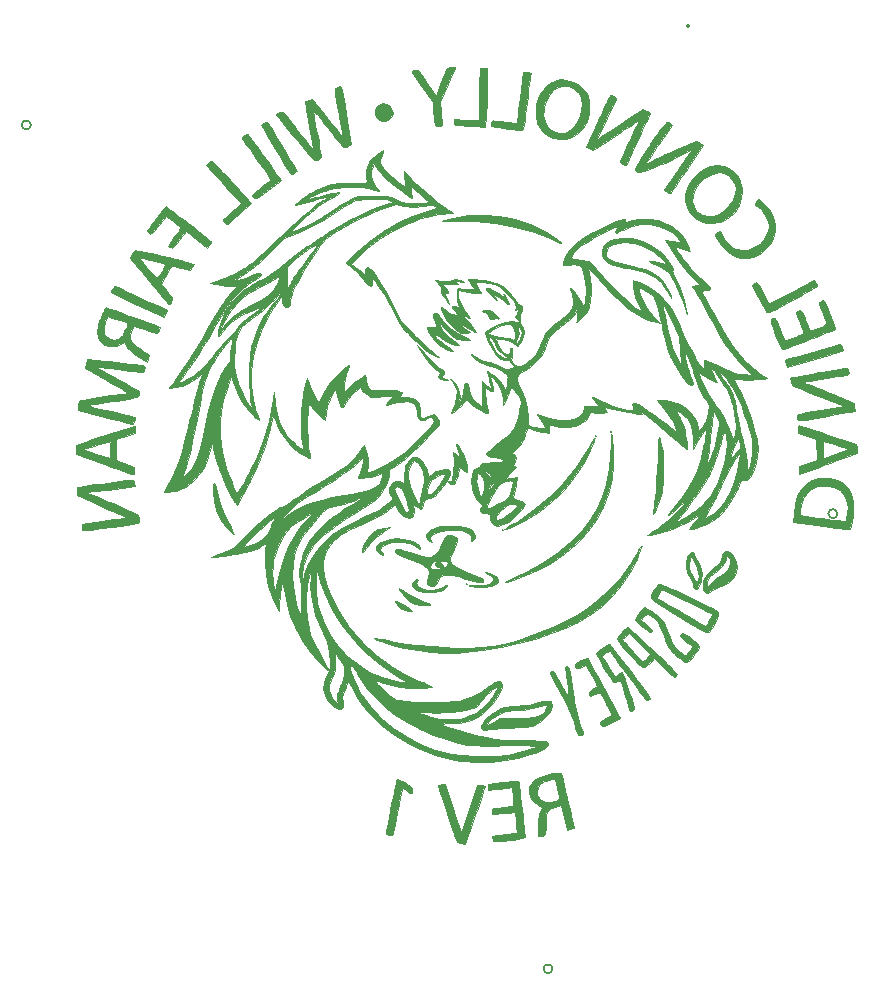
<source format=gbr>
G04 #@! TF.GenerationSoftware,KiCad,Pcbnew,(5.1.6)-1*
G04 #@! TF.CreationDate,2020-10-22T23:31:22-04:00*
G04 #@! TF.ProjectId,flight_computer,666c6967-6874-45f6-936f-6d7075746572,rev?*
G04 #@! TF.SameCoordinates,Original*
G04 #@! TF.FileFunction,Legend,Bot*
G04 #@! TF.FilePolarity,Positive*
%FSLAX46Y46*%
G04 Gerber Fmt 4.6, Leading zero omitted, Abs format (unit mm)*
G04 Created by KiCad (PCBNEW (5.1.6)-1) date 2020-10-22 23:31:22*
%MOMM*%
%LPD*%
G01*
G04 APERTURE LIST*
%ADD10C,0.010000*%
%ADD11C,0.152400*%
G04 APERTURE END LIST*
D10*
G36*
X121187762Y-134850154D02*
G01*
X121078786Y-134896022D01*
X121073334Y-134910531D01*
X121099454Y-135004666D01*
X121172316Y-135233526D01*
X121283671Y-135572835D01*
X121425269Y-135998314D01*
X121588861Y-136485686D01*
X121766199Y-137010674D01*
X121949032Y-137548999D01*
X122129113Y-138076384D01*
X122298191Y-138568551D01*
X122448018Y-139001224D01*
X122570345Y-139350124D01*
X122656923Y-139590973D01*
X122699502Y-139699494D01*
X122701731Y-139703002D01*
X122791368Y-139727935D01*
X122987620Y-139765829D01*
X123063000Y-139778613D01*
X123401667Y-139834237D01*
X124227167Y-137436920D01*
X124434647Y-136832397D01*
X124623017Y-136279743D01*
X124785480Y-135799200D01*
X124915241Y-135411012D01*
X125005503Y-135135423D01*
X125049471Y-134992676D01*
X125052667Y-134977967D01*
X124977563Y-134939167D01*
X124790218Y-134917785D01*
X124718095Y-134916333D01*
X124383522Y-134916333D01*
X123795876Y-136715500D01*
X123620734Y-137256236D01*
X123460528Y-137759359D01*
X123323963Y-138196850D01*
X123219742Y-138540695D01*
X123156572Y-138762876D01*
X123144834Y-138811000D01*
X123123918Y-138912812D01*
X123104967Y-138984962D01*
X123081980Y-139012641D01*
X123048958Y-138981039D01*
X122999900Y-138875346D01*
X122928807Y-138680754D01*
X122829678Y-138382452D01*
X122696513Y-137965632D01*
X122523313Y-137415485D01*
X122330143Y-136800166D01*
X121711778Y-134831666D01*
X121392556Y-134831666D01*
X121187762Y-134850154D01*
G37*
X121187762Y-134850154D02*
X121078786Y-134896022D01*
X121073334Y-134910531D01*
X121099454Y-135004666D01*
X121172316Y-135233526D01*
X121283671Y-135572835D01*
X121425269Y-135998314D01*
X121588861Y-136485686D01*
X121766199Y-137010674D01*
X121949032Y-137548999D01*
X122129113Y-138076384D01*
X122298191Y-138568551D01*
X122448018Y-139001224D01*
X122570345Y-139350124D01*
X122656923Y-139590973D01*
X122699502Y-139699494D01*
X122701731Y-139703002D01*
X122791368Y-139727935D01*
X122987620Y-139765829D01*
X123063000Y-139778613D01*
X123401667Y-139834237D01*
X124227167Y-137436920D01*
X124434647Y-136832397D01*
X124623017Y-136279743D01*
X124785480Y-135799200D01*
X124915241Y-135411012D01*
X125005503Y-135135423D01*
X125049471Y-134992676D01*
X125052667Y-134977967D01*
X124977563Y-134939167D01*
X124790218Y-134917785D01*
X124718095Y-134916333D01*
X124383522Y-134916333D01*
X123795876Y-136715500D01*
X123620734Y-137256236D01*
X123460528Y-137759359D01*
X123323963Y-138196850D01*
X123219742Y-138540695D01*
X123156572Y-138762876D01*
X123144834Y-138811000D01*
X123123918Y-138912812D01*
X123104967Y-138984962D01*
X123081980Y-139012641D01*
X123048958Y-138981039D01*
X122999900Y-138875346D01*
X122928807Y-138680754D01*
X122829678Y-138382452D01*
X122696513Y-137965632D01*
X122523313Y-137415485D01*
X122330143Y-136800166D01*
X121711778Y-134831666D01*
X121392556Y-134831666D01*
X121187762Y-134850154D01*
G36*
X127809137Y-134515920D02*
G01*
X127583670Y-134533952D01*
X127248840Y-134565764D01*
X126834084Y-134608633D01*
X126591000Y-134635008D01*
X125306667Y-134776572D01*
X125306667Y-135279847D01*
X125920500Y-135227170D01*
X126297024Y-135191771D01*
X126670001Y-135151717D01*
X126930655Y-135119372D01*
X127326977Y-135064252D01*
X127376505Y-135350126D01*
X127407619Y-135597353D01*
X127434357Y-135925395D01*
X127445850Y-136143207D01*
X127465667Y-136650415D01*
X126619000Y-136749013D01*
X126255973Y-136791348D01*
X125957250Y-136826295D01*
X125761952Y-136849272D01*
X125708834Y-136855638D01*
X125664304Y-136935462D01*
X125645341Y-137116706D01*
X125645334Y-137120582D01*
X125645334Y-137377498D01*
X126047500Y-137327840D01*
X126356175Y-137290597D01*
X126736429Y-137245898D01*
X127012925Y-137214051D01*
X127576183Y-137149921D01*
X127621941Y-137451294D01*
X127653765Y-137693550D01*
X127691640Y-138028232D01*
X127724196Y-138350327D01*
X127780693Y-138947987D01*
X126734226Y-139055836D01*
X126335057Y-139097938D01*
X126003785Y-139134709D01*
X125772972Y-139162401D01*
X125675182Y-139177267D01*
X125674023Y-139177842D01*
X125678048Y-139260864D01*
X125705014Y-139424833D01*
X125729605Y-139521177D01*
X125775872Y-139589111D01*
X125866479Y-139629744D01*
X126024090Y-139644187D01*
X126271368Y-139633550D01*
X126630976Y-139598943D01*
X127125580Y-139541477D01*
X127402167Y-139507976D01*
X127841685Y-139451435D01*
X128138861Y-139403524D01*
X128319964Y-139357247D01*
X128411261Y-139305607D01*
X128439022Y-139241609D01*
X128439334Y-139231738D01*
X128430081Y-139107570D01*
X128404334Y-138847799D01*
X128365108Y-138478593D01*
X128315417Y-138026120D01*
X128258277Y-137516549D01*
X128196704Y-136976050D01*
X128133711Y-136430791D01*
X128072315Y-135906940D01*
X128015530Y-135430667D01*
X127966372Y-135028141D01*
X127927856Y-134725530D01*
X127902996Y-134549003D01*
X127895802Y-134514388D01*
X127809137Y-134515920D01*
G37*
X127809137Y-134515920D02*
X127583670Y-134533952D01*
X127248840Y-134565764D01*
X126834084Y-134608633D01*
X126591000Y-134635008D01*
X125306667Y-134776572D01*
X125306667Y-135279847D01*
X125920500Y-135227170D01*
X126297024Y-135191771D01*
X126670001Y-135151717D01*
X126930655Y-135119372D01*
X127326977Y-135064252D01*
X127376505Y-135350126D01*
X127407619Y-135597353D01*
X127434357Y-135925395D01*
X127445850Y-136143207D01*
X127465667Y-136650415D01*
X126619000Y-136749013D01*
X126255973Y-136791348D01*
X125957250Y-136826295D01*
X125761952Y-136849272D01*
X125708834Y-136855638D01*
X125664304Y-136935462D01*
X125645341Y-137116706D01*
X125645334Y-137120582D01*
X125645334Y-137377498D01*
X126047500Y-137327840D01*
X126356175Y-137290597D01*
X126736429Y-137245898D01*
X127012925Y-137214051D01*
X127576183Y-137149921D01*
X127621941Y-137451294D01*
X127653765Y-137693550D01*
X127691640Y-138028232D01*
X127724196Y-138350327D01*
X127780693Y-138947987D01*
X126734226Y-139055836D01*
X126335057Y-139097938D01*
X126003785Y-139134709D01*
X125772972Y-139162401D01*
X125675182Y-139177267D01*
X125674023Y-139177842D01*
X125678048Y-139260864D01*
X125705014Y-139424833D01*
X125729605Y-139521177D01*
X125775872Y-139589111D01*
X125866479Y-139629744D01*
X126024090Y-139644187D01*
X126271368Y-139633550D01*
X126630976Y-139598943D01*
X127125580Y-139541477D01*
X127402167Y-139507976D01*
X127841685Y-139451435D01*
X128138861Y-139403524D01*
X128319964Y-139357247D01*
X128411261Y-139305607D01*
X128439022Y-139241609D01*
X128439334Y-139231738D01*
X128430081Y-139107570D01*
X128404334Y-138847799D01*
X128365108Y-138478593D01*
X128315417Y-138026120D01*
X128258277Y-137516549D01*
X128196704Y-136976050D01*
X128133711Y-136430791D01*
X128072315Y-135906940D01*
X128015530Y-135430667D01*
X127966372Y-135028141D01*
X127927856Y-134725530D01*
X127902996Y-134549003D01*
X127895802Y-134514388D01*
X127809137Y-134515920D01*
G36*
X130976334Y-133853622D02*
G01*
X130751905Y-133887743D01*
X130232799Y-134004739D01*
X129752760Y-134174117D01*
X129351070Y-134378262D01*
X129067011Y-134599556D01*
X129008416Y-134669663D01*
X128828965Y-135050812D01*
X128794658Y-135461984D01*
X128895253Y-135865910D01*
X129120506Y-136225321D01*
X129460172Y-136502949D01*
X129521333Y-136535726D01*
X129750606Y-136651018D01*
X129908358Y-136730385D01*
X129949623Y-136751177D01*
X129923432Y-136820517D01*
X129822817Y-136974888D01*
X129785749Y-137026053D01*
X129699636Y-137162264D01*
X129640449Y-137320293D01*
X129601185Y-137537758D01*
X129574843Y-137852279D01*
X129555973Y-138260375D01*
X129541757Y-138678664D01*
X129539616Y-138956159D01*
X129553108Y-139121187D01*
X129585794Y-139202074D01*
X129641232Y-139227145D01*
X129677513Y-139227649D01*
X129885225Y-139196048D01*
X129963334Y-139172620D01*
X130074367Y-139111261D01*
X130147450Y-139006949D01*
X130190288Y-138827929D01*
X130210587Y-138542446D01*
X130216037Y-138131338D01*
X130228843Y-137670345D01*
X130274335Y-137342861D01*
X130365725Y-137114186D01*
X130516225Y-136949619D01*
X130712232Y-136828108D01*
X130965440Y-136726618D01*
X131236259Y-136654734D01*
X131529667Y-136600618D01*
X131771192Y-137629987D01*
X132012716Y-138659356D01*
X132273018Y-138607296D01*
X132468431Y-138558190D01*
X132576016Y-138512527D01*
X132576511Y-138512045D01*
X132568431Y-138422662D01*
X132525162Y-138194713D01*
X132452801Y-137853853D01*
X132357444Y-137425741D01*
X132245189Y-136936032D01*
X132122132Y-136410383D01*
X132023466Y-135996500D01*
X131330620Y-135996500D01*
X131292402Y-136105948D01*
X131197687Y-136169995D01*
X131041957Y-136218521D01*
X130979334Y-136235424D01*
X130647160Y-136316239D01*
X130410939Y-136340477D01*
X130207072Y-136308281D01*
X130014013Y-136237610D01*
X129689679Y-136026478D01*
X129504870Y-135720268D01*
X129455334Y-135379001D01*
X129518793Y-135038777D01*
X129715344Y-134771990D01*
X130054252Y-134570924D01*
X130544780Y-134427860D01*
X130613025Y-134414458D01*
X130966383Y-134347947D01*
X131151459Y-135096966D01*
X131255631Y-135521888D01*
X131316857Y-135811773D01*
X131330620Y-135996500D01*
X132023466Y-135996500D01*
X131994370Y-135874450D01*
X131868000Y-135353891D01*
X131749120Y-134874361D01*
X131643825Y-134461519D01*
X131558213Y-134141019D01*
X131498380Y-133938519D01*
X131476406Y-133882651D01*
X131404004Y-133835177D01*
X131247777Y-133825427D01*
X130976334Y-133853622D01*
G37*
X130976334Y-133853622D02*
X130751905Y-133887743D01*
X130232799Y-134004739D01*
X129752760Y-134174117D01*
X129351070Y-134378262D01*
X129067011Y-134599556D01*
X129008416Y-134669663D01*
X128828965Y-135050812D01*
X128794658Y-135461984D01*
X128895253Y-135865910D01*
X129120506Y-136225321D01*
X129460172Y-136502949D01*
X129521333Y-136535726D01*
X129750606Y-136651018D01*
X129908358Y-136730385D01*
X129949623Y-136751177D01*
X129923432Y-136820517D01*
X129822817Y-136974888D01*
X129785749Y-137026053D01*
X129699636Y-137162264D01*
X129640449Y-137320293D01*
X129601185Y-137537758D01*
X129574843Y-137852279D01*
X129555973Y-138260375D01*
X129541757Y-138678664D01*
X129539616Y-138956159D01*
X129553108Y-139121187D01*
X129585794Y-139202074D01*
X129641232Y-139227145D01*
X129677513Y-139227649D01*
X129885225Y-139196048D01*
X129963334Y-139172620D01*
X130074367Y-139111261D01*
X130147450Y-139006949D01*
X130190288Y-138827929D01*
X130210587Y-138542446D01*
X130216037Y-138131338D01*
X130228843Y-137670345D01*
X130274335Y-137342861D01*
X130365725Y-137114186D01*
X130516225Y-136949619D01*
X130712232Y-136828108D01*
X130965440Y-136726618D01*
X131236259Y-136654734D01*
X131529667Y-136600618D01*
X131771192Y-137629987D01*
X132012716Y-138659356D01*
X132273018Y-138607296D01*
X132468431Y-138558190D01*
X132576016Y-138512527D01*
X132576511Y-138512045D01*
X132568431Y-138422662D01*
X132525162Y-138194713D01*
X132452801Y-137853853D01*
X132357444Y-137425741D01*
X132245189Y-136936032D01*
X132122132Y-136410383D01*
X132023466Y-135996500D01*
X131330620Y-135996500D01*
X131292402Y-136105948D01*
X131197687Y-136169995D01*
X131041957Y-136218521D01*
X130979334Y-136235424D01*
X130647160Y-136316239D01*
X130410939Y-136340477D01*
X130207072Y-136308281D01*
X130014013Y-136237610D01*
X129689679Y-136026478D01*
X129504870Y-135720268D01*
X129455334Y-135379001D01*
X129518793Y-135038777D01*
X129715344Y-134771990D01*
X130054252Y-134570924D01*
X130544780Y-134427860D01*
X130613025Y-134414458D01*
X130966383Y-134347947D01*
X131151459Y-135096966D01*
X131255631Y-135521888D01*
X131316857Y-135811773D01*
X131330620Y-135996500D01*
X132023466Y-135996500D01*
X131994370Y-135874450D01*
X131868000Y-135353891D01*
X131749120Y-134874361D01*
X131643825Y-134461519D01*
X131558213Y-134141019D01*
X131498380Y-133938519D01*
X131476406Y-133882651D01*
X131404004Y-133835177D01*
X131247777Y-133825427D01*
X130976334Y-133853622D01*
G36*
X117567570Y-134419336D02*
G01*
X117543234Y-134509377D01*
X117493502Y-134738612D01*
X117423338Y-135081069D01*
X117337707Y-135510776D01*
X117241573Y-136001762D01*
X117139903Y-136528053D01*
X117037660Y-137063679D01*
X116939810Y-137582667D01*
X116851317Y-138059044D01*
X116777147Y-138466840D01*
X116722263Y-138780082D01*
X116691632Y-138972797D01*
X116687590Y-139022643D01*
X116779304Y-139054133D01*
X116966630Y-139099487D01*
X116977868Y-139101908D01*
X117167119Y-139124127D01*
X117256748Y-139062347D01*
X117290067Y-138963631D01*
X117319633Y-138825131D01*
X117375654Y-138547635D01*
X117452731Y-138158457D01*
X117545468Y-137684913D01*
X117648470Y-137154316D01*
X117688185Y-136948569D01*
X117791670Y-136416495D01*
X117885488Y-135943339D01*
X117964678Y-135553374D01*
X118024280Y-135270872D01*
X118059334Y-135120105D01*
X118065595Y-135101850D01*
X118138379Y-135136290D01*
X118292821Y-135253930D01*
X118387453Y-135334446D01*
X118622223Y-135520595D01*
X118774526Y-135581082D01*
X118871219Y-135519557D01*
X118919900Y-135406795D01*
X118929607Y-135281148D01*
X118858832Y-135145703D01*
X118684197Y-134964239D01*
X118565772Y-134858157D01*
X118312402Y-134668512D01*
X118041764Y-134515462D01*
X117796630Y-134417808D01*
X117619774Y-134394354D01*
X117567570Y-134419336D01*
G37*
X117567570Y-134419336D02*
X117543234Y-134509377D01*
X117493502Y-134738612D01*
X117423338Y-135081069D01*
X117337707Y-135510776D01*
X117241573Y-136001762D01*
X117139903Y-136528053D01*
X117037660Y-137063679D01*
X116939810Y-137582667D01*
X116851317Y-138059044D01*
X116777147Y-138466840D01*
X116722263Y-138780082D01*
X116691632Y-138972797D01*
X116687590Y-139022643D01*
X116779304Y-139054133D01*
X116966630Y-139099487D01*
X116977868Y-139101908D01*
X117167119Y-139124127D01*
X117256748Y-139062347D01*
X117290067Y-138963631D01*
X117319633Y-138825131D01*
X117375654Y-138547635D01*
X117452731Y-138158457D01*
X117545468Y-137684913D01*
X117648470Y-137154316D01*
X117688185Y-136948569D01*
X117791670Y-136416495D01*
X117885488Y-135943339D01*
X117964678Y-135553374D01*
X118024280Y-135270872D01*
X118059334Y-135120105D01*
X118065595Y-135101850D01*
X118138379Y-135136290D01*
X118292821Y-135253930D01*
X118387453Y-135334446D01*
X118622223Y-135520595D01*
X118774526Y-135581082D01*
X118871219Y-135519557D01*
X118919900Y-135406795D01*
X118929607Y-135281148D01*
X118858832Y-135145703D01*
X118684197Y-134964239D01*
X118565772Y-134858157D01*
X118312402Y-134668512D01*
X118041764Y-134515462D01*
X117796630Y-134417808D01*
X117619774Y-134394354D01*
X117567570Y-134419336D01*
G36*
X116331405Y-81205014D02*
G01*
X116123913Y-81339121D01*
X115877688Y-81522417D01*
X115635509Y-81721998D01*
X115440157Y-81904961D01*
X115360666Y-81996505D01*
X115144988Y-82404527D01*
X115024122Y-82881835D01*
X115007354Y-83365478D01*
X115097955Y-83777666D01*
X115097272Y-83825354D01*
X115036881Y-83859747D01*
X114894757Y-83883002D01*
X114648878Y-83897272D01*
X114277220Y-83904714D01*
X113771658Y-83907455D01*
X113251761Y-83909959D01*
X112861622Y-83918428D01*
X112561668Y-83937934D01*
X112312325Y-83973548D01*
X112074022Y-84030342D01*
X111807183Y-84113386D01*
X111590667Y-84186948D01*
X111164956Y-84348533D01*
X110725244Y-84540156D01*
X110345917Y-84728656D01*
X110236000Y-84790830D01*
X109949226Y-84973005D01*
X109653427Y-85179995D01*
X109379079Y-85387802D01*
X109156659Y-85572428D01*
X109016644Y-85709872D01*
X108987069Y-85774291D01*
X109077288Y-85768386D01*
X109276862Y-85721627D01*
X109435618Y-85676233D01*
X109679227Y-85605603D01*
X110010586Y-85513907D01*
X110393822Y-85410550D01*
X110793064Y-85304933D01*
X111172442Y-85206459D01*
X111496083Y-85124530D01*
X111728116Y-85068551D01*
X111832642Y-85047922D01*
X111793423Y-85087559D01*
X111639899Y-85192034D01*
X111403581Y-85340099D01*
X111361835Y-85365422D01*
X110958015Y-85626580D01*
X110524005Y-85942855D01*
X110044883Y-86326931D01*
X109505725Y-86791492D01*
X108891608Y-87349223D01*
X108187608Y-88012807D01*
X107738334Y-88445268D01*
X107140281Y-89022457D01*
X106643710Y-89496132D01*
X106230251Y-89882400D01*
X105881536Y-90197370D01*
X105579194Y-90457150D01*
X105304855Y-90677846D01*
X105040151Y-90875568D01*
X104766712Y-91066421D01*
X104690334Y-91117970D01*
X103957529Y-91565855D01*
X103230411Y-91911543D01*
X102531334Y-92162703D01*
X101811667Y-92390472D01*
X102319667Y-92503102D01*
X102686015Y-92564144D01*
X103115049Y-92606962D01*
X103431351Y-92620532D01*
X104035035Y-92625333D01*
X103638617Y-93091000D01*
X103389726Y-93390196D01*
X103163253Y-93680519D01*
X102943045Y-93986649D01*
X102712947Y-94333265D01*
X102456807Y-94745049D01*
X102158470Y-95246681D01*
X101801783Y-95862841D01*
X101643666Y-96139000D01*
X101089655Y-97087061D01*
X100508354Y-98042417D01*
X99923598Y-98967538D01*
X99359226Y-99824898D01*
X98839073Y-100576968D01*
X98717764Y-100745476D01*
X98354286Y-101245619D01*
X98839251Y-101195566D01*
X99376856Y-101077028D01*
X99944071Y-100844132D01*
X100479635Y-100525409D01*
X100769656Y-100296558D01*
X101166978Y-99943137D01*
X100927315Y-100602235D01*
X100846563Y-100855843D01*
X100736730Y-101246983D01*
X100604949Y-101747771D01*
X100458354Y-102330325D01*
X100304081Y-102966760D01*
X100149263Y-103629194D01*
X100119623Y-103759000D01*
X99857958Y-104876463D01*
X99613667Y-105844886D01*
X99380319Y-106682877D01*
X99151483Y-107409047D01*
X98920728Y-108042007D01*
X98681622Y-108600365D01*
X98427734Y-109102734D01*
X98152633Y-109567721D01*
X98066211Y-109700887D01*
X97948641Y-109904627D01*
X97897352Y-110048250D01*
X97903149Y-110081037D01*
X98025174Y-110104723D01*
X98264514Y-110084145D01*
X98577856Y-110028643D01*
X98921890Y-109947558D01*
X99253304Y-109850230D01*
X99528788Y-109745999D01*
X99588610Y-109717556D01*
X100027359Y-109432878D01*
X100472528Y-109035965D01*
X100875853Y-108574843D01*
X101155247Y-108158639D01*
X101330328Y-107800460D01*
X101517722Y-107332732D01*
X101697090Y-106812062D01*
X101848098Y-106295057D01*
X101899393Y-106087333D01*
X101930926Y-105991215D01*
X101965219Y-105998176D01*
X102009755Y-106126121D01*
X102072017Y-106392955D01*
X102117139Y-106608375D01*
X102227113Y-107076531D01*
X102370932Y-107599235D01*
X102520026Y-108073625D01*
X102540414Y-108132375D01*
X102681149Y-108499245D01*
X102866785Y-108937436D01*
X103079878Y-109410327D01*
X103302984Y-109881303D01*
X103518657Y-110313744D01*
X103709454Y-110671032D01*
X103857930Y-110916549D01*
X103884387Y-110953527D01*
X104029338Y-111145693D01*
X104345254Y-110648513D01*
X104573602Y-110260365D01*
X104845059Y-109753244D01*
X105141121Y-109165907D01*
X105443287Y-108537108D01*
X105733056Y-107905602D01*
X105991926Y-107310147D01*
X106201396Y-106789495D01*
X106250194Y-106658214D01*
X106417296Y-106171414D01*
X106598890Y-105599777D01*
X106770229Y-105023192D01*
X106878922Y-104628689D01*
X107161755Y-103552284D01*
X107349436Y-104116266D01*
X107661767Y-104828934D01*
X108103354Y-105516758D01*
X108642198Y-106141354D01*
X109246299Y-106664339D01*
X109728143Y-106969578D01*
X109989532Y-107102858D01*
X110185799Y-107191588D01*
X110276568Y-107217607D01*
X110277741Y-107216815D01*
X110274101Y-107126048D01*
X110235843Y-106916910D01*
X110171844Y-106637170D01*
X110122479Y-106342928D01*
X110082200Y-105921540D01*
X110051842Y-105413133D01*
X110032240Y-104857838D01*
X110024231Y-104295784D01*
X110028648Y-103767102D01*
X110046329Y-103311920D01*
X110078107Y-102970368D01*
X110093647Y-102880627D01*
X110162961Y-102552589D01*
X110299289Y-102753627D01*
X110607711Y-103153143D01*
X110983078Y-103558716D01*
X111198033Y-103760142D01*
X111485486Y-104012529D01*
X111580345Y-103356598D01*
X111703531Y-102790682D01*
X111919901Y-102214766D01*
X112030042Y-101981000D01*
X112384880Y-101261333D01*
X112453895Y-101600000D01*
X112522544Y-101875027D01*
X112618391Y-102183441D01*
X112725553Y-102482677D01*
X112828144Y-102730175D01*
X112910281Y-102883372D01*
X112943670Y-102912333D01*
X113018425Y-102847030D01*
X113154503Y-102675819D01*
X113322463Y-102435744D01*
X113322697Y-102435392D01*
X113509365Y-102179330D01*
X113737777Y-101901836D01*
X113977886Y-101635078D01*
X114199648Y-101411223D01*
X114373018Y-101262437D01*
X114458849Y-101219000D01*
X114536247Y-101284625D01*
X114651123Y-101446159D01*
X114673033Y-101482311D01*
X114877275Y-101708251D01*
X115177176Y-101899243D01*
X115211352Y-101914943D01*
X115404204Y-101993203D01*
X115575655Y-102035295D01*
X115774451Y-102043870D01*
X116049336Y-102021582D01*
X116389238Y-101979027D01*
X116737106Y-101937717D01*
X117017272Y-101913344D01*
X117190703Y-101908842D01*
X117226617Y-101916061D01*
X117200438Y-101998073D01*
X117088661Y-102165591D01*
X116967000Y-102319666D01*
X116806265Y-102520302D01*
X116706686Y-102660785D01*
X116689057Y-102702976D01*
X116776281Y-102693864D01*
X116984051Y-102649431D01*
X117269558Y-102578940D01*
X117305667Y-102569523D01*
X117692788Y-102486765D01*
X118100861Y-102428519D01*
X118389016Y-102409214D01*
X118804845Y-102451331D01*
X119087974Y-102593081D01*
X119248488Y-102843070D01*
X119296582Y-103183651D01*
X119342632Y-103591077D01*
X119472709Y-103858723D01*
X119679599Y-103981314D01*
X119956086Y-103953578D01*
X120192636Y-103838535D01*
X120391765Y-103726412D01*
X120510827Y-103704646D01*
X120607975Y-103765776D01*
X120625589Y-103782969D01*
X120702176Y-103896389D01*
X120710326Y-104033432D01*
X120639680Y-104211338D01*
X120479882Y-104447342D01*
X120220574Y-104758682D01*
X119851396Y-105162595D01*
X119700398Y-105322610D01*
X118910823Y-106116979D01*
X118176939Y-106773050D01*
X117479895Y-107304572D01*
X116800841Y-107725292D01*
X116120926Y-108048957D01*
X115792507Y-108172571D01*
X115481298Y-108276463D01*
X115238012Y-108350379D01*
X115101064Y-108382948D01*
X115084868Y-108382090D01*
X115086217Y-108291836D01*
X115118144Y-108088777D01*
X115151412Y-107922422D01*
X115190076Y-107401508D01*
X115106934Y-106828624D01*
X114948925Y-106350574D01*
X114845359Y-106105815D01*
X114430751Y-106670544D01*
X114182259Y-106990765D01*
X113921131Y-107283977D01*
X113627592Y-107565517D01*
X113281867Y-107850720D01*
X112864179Y-108154923D01*
X112354754Y-108493462D01*
X111733815Y-108881674D01*
X111040334Y-109299897D01*
X110536166Y-109605048D01*
X110039161Y-109914078D01*
X109583553Y-110205096D01*
X109203580Y-110456215D01*
X108933478Y-110645543D01*
X108920283Y-110655382D01*
X108440669Y-110998872D01*
X108073125Y-111226489D01*
X107820217Y-111336812D01*
X107693514Y-111335129D01*
X107617109Y-111339699D01*
X107611334Y-111366196D01*
X107545021Y-111444424D01*
X107366041Y-111590659D01*
X107104334Y-111781597D01*
X106886450Y-111930373D01*
X106459017Y-112246717D01*
X105947522Y-112680155D01*
X105371343Y-113213715D01*
X104960283Y-113617242D01*
X103759000Y-114821791D01*
X102785334Y-115213051D01*
X102424472Y-115360997D01*
X102138441Y-115483961D01*
X101953725Y-115570116D01*
X101896809Y-115607640D01*
X101900006Y-115608322D01*
X102011103Y-115598639D01*
X102258247Y-115569297D01*
X102609809Y-115524287D01*
X103034164Y-115467599D01*
X103254673Y-115437378D01*
X103966354Y-115322852D01*
X104624124Y-115185794D01*
X105199071Y-115033832D01*
X105662288Y-114874594D01*
X105981500Y-114717866D01*
X106211705Y-114570461D01*
X106362531Y-114473444D01*
X106553061Y-114350556D01*
X106473563Y-115118962D01*
X106445030Y-116050024D01*
X106535854Y-117037417D01*
X106735892Y-118028370D01*
X107035000Y-118970112D01*
X107348665Y-119671650D01*
X107588559Y-120132634D01*
X107649200Y-119417650D01*
X107692895Y-118993657D01*
X107750944Y-118549240D01*
X107811342Y-118175595D01*
X107815754Y-118152333D01*
X107921666Y-117602000D01*
X107981193Y-117940666D01*
X108099023Y-118593221D01*
X108202004Y-119116791D01*
X108299272Y-119550014D01*
X108399961Y-119931533D01*
X108513206Y-120299986D01*
X108599029Y-120554105D01*
X109067644Y-121700336D01*
X109644803Y-122764383D01*
X110316239Y-123724787D01*
X111067684Y-124560090D01*
X111548658Y-124990364D01*
X111886154Y-125266728D01*
X111637462Y-125709140D01*
X111433943Y-126228221D01*
X111395170Y-126754080D01*
X111518075Y-127270869D01*
X111799587Y-127762741D01*
X112099051Y-128092832D01*
X112432375Y-128353909D01*
X112709462Y-128472764D01*
X112916646Y-128454320D01*
X113040266Y-128303500D01*
X113066658Y-128025224D01*
X113020854Y-127760752D01*
X112975920Y-127548094D01*
X112973937Y-127373169D01*
X113024858Y-127178863D01*
X113138634Y-126908067D01*
X113188406Y-126799263D01*
X113317827Y-126503880D01*
X113413012Y-126258877D01*
X113455364Y-126112551D01*
X113456006Y-126104247D01*
X113492630Y-126122837D01*
X113589558Y-126267172D01*
X113730900Y-126511774D01*
X113858173Y-126748922D01*
X114084738Y-127159607D01*
X114342734Y-127591951D01*
X114587634Y-127972287D01*
X114664611Y-128083121D01*
X115406310Y-128985465D01*
X116288901Y-129825759D01*
X117291377Y-130591584D01*
X118392732Y-131270521D01*
X119571960Y-131850150D01*
X120808056Y-132318052D01*
X122080014Y-132661808D01*
X122571227Y-132757795D01*
X122978055Y-132814364D01*
X123481842Y-132863066D01*
X124033459Y-132901303D01*
X124583781Y-132926473D01*
X125083680Y-132935978D01*
X125484029Y-132927216D01*
X125603000Y-132918244D01*
X126763302Y-132771546D01*
X127830223Y-132567051D01*
X128874091Y-132290259D01*
X129302695Y-132155476D01*
X129821187Y-131958420D01*
X130171721Y-131761520D01*
X130332107Y-131589189D01*
X129499688Y-131589189D01*
X129477300Y-131620927D01*
X129393216Y-131663645D01*
X129370667Y-131673646D01*
X129129243Y-131761194D01*
X128764558Y-131871156D01*
X128319377Y-131992652D01*
X127836466Y-132114800D01*
X127358591Y-132226720D01*
X126928519Y-132317531D01*
X126635608Y-132369520D01*
X126277349Y-132404894D01*
X125793682Y-132425310D01*
X125222816Y-132431781D01*
X124602962Y-132425318D01*
X123972330Y-132406932D01*
X123369130Y-132377636D01*
X122831572Y-132338441D01*
X122397867Y-132290359D01*
X122174000Y-132251395D01*
X120839300Y-131880638D01*
X119566912Y-131380609D01*
X118371901Y-130761514D01*
X117269336Y-130033559D01*
X116274282Y-129206948D01*
X115401807Y-128291887D01*
X114666976Y-127298583D01*
X114525124Y-127070307D01*
X114293661Y-126650144D01*
X114068419Y-126180480D01*
X113871190Y-125712317D01*
X113726551Y-125304511D01*
X113156777Y-125304511D01*
X113140730Y-125606093D01*
X113082265Y-125890086D01*
X112965461Y-126215829D01*
X112829517Y-126524271D01*
X112666719Y-126895908D01*
X112573321Y-127167581D01*
X112536686Y-127387455D01*
X112544174Y-127603699D01*
X112544803Y-127609350D01*
X112587124Y-127984824D01*
X112376990Y-127788745D01*
X112196626Y-127578887D01*
X112027225Y-127318765D01*
X112005761Y-127278539D01*
X111867453Y-126873138D01*
X111866003Y-126442526D01*
X112003374Y-125959530D01*
X112119834Y-125699814D01*
X112261669Y-125391788D01*
X112343950Y-125138377D01*
X112381809Y-124869016D01*
X112390377Y-124513143D01*
X112390093Y-124455546D01*
X111929334Y-124455546D01*
X111925394Y-124760277D01*
X111914967Y-124986139D01*
X111900141Y-125091888D01*
X111896945Y-125095000D01*
X111839297Y-125029080D01*
X111716751Y-124854938D01*
X111554070Y-124608001D01*
X111527074Y-124565833D01*
X111156206Y-123948236D01*
X110812657Y-123307941D01*
X110515446Y-122684723D01*
X110283593Y-122118355D01*
X110140394Y-121666000D01*
X110045443Y-121171422D01*
X109993220Y-120734666D01*
X109558667Y-120734666D01*
X109516334Y-120777000D01*
X109474000Y-120734666D01*
X109516334Y-120692333D01*
X109558667Y-120734666D01*
X109993220Y-120734666D01*
X109973545Y-120570126D01*
X109927387Y-119916678D01*
X109909659Y-119265641D01*
X109923048Y-118671583D01*
X109969359Y-118194666D01*
X110027557Y-117873624D01*
X110101669Y-117533408D01*
X110181808Y-117211321D01*
X110258088Y-116944668D01*
X110320620Y-116770753D01*
X110358673Y-116725815D01*
X110360868Y-116817872D01*
X110341750Y-117032386D01*
X110305405Y-117324398D01*
X110302123Y-117348000D01*
X110265845Y-118027314D01*
X110324540Y-118799525D01*
X110469207Y-119623871D01*
X110690846Y-120459595D01*
X110980456Y-121265938D01*
X111329038Y-122002140D01*
X111330416Y-122004666D01*
X111666221Y-122787074D01*
X111868793Y-123646176D01*
X111929334Y-124455546D01*
X112390093Y-124455546D01*
X112390015Y-124439838D01*
X112393632Y-124129210D01*
X112407582Y-123905359D01*
X112429205Y-123802987D01*
X112438818Y-123803081D01*
X112512710Y-123900688D01*
X112653828Y-124093700D01*
X112824803Y-124330844D01*
X113008606Y-124604204D01*
X113108707Y-124819890D01*
X113149797Y-125050321D01*
X113156777Y-125304511D01*
X113726551Y-125304511D01*
X113723765Y-125296657D01*
X113656539Y-125037340D01*
X113599683Y-124734270D01*
X113861494Y-124927836D01*
X114059872Y-125120571D01*
X114196686Y-125334239D01*
X114205299Y-125356608D01*
X114394222Y-125754572D01*
X114698217Y-126222869D01*
X115093352Y-126735130D01*
X115555694Y-127264987D01*
X116061309Y-127786073D01*
X116586263Y-128272019D01*
X117106623Y-128696457D01*
X117467776Y-128950969D01*
X118480241Y-129560488D01*
X119554743Y-130118223D01*
X120652085Y-130607332D01*
X121733070Y-131010973D01*
X122758500Y-131312301D01*
X123190000Y-131409755D01*
X123503726Y-131457217D01*
X123921397Y-131498283D01*
X124402730Y-131531388D01*
X124907442Y-131554967D01*
X125395250Y-131567457D01*
X125825871Y-131567293D01*
X126159021Y-131552910D01*
X126322667Y-131531412D01*
X126444261Y-131523516D01*
X126706358Y-131518601D01*
X127080151Y-131516803D01*
X127536833Y-131518258D01*
X128047598Y-131523100D01*
X128058334Y-131523235D01*
X128613506Y-131530914D01*
X129017289Y-131539293D01*
X129287621Y-131550428D01*
X129442442Y-131566374D01*
X129499688Y-131589189D01*
X130332107Y-131589189D01*
X130355671Y-131563871D01*
X130386667Y-131441833D01*
X130365860Y-131331597D01*
X130290467Y-131247874D01*
X130141027Y-131187218D01*
X129898080Y-131146185D01*
X129542166Y-131121329D01*
X129053827Y-131109205D01*
X128491570Y-131106333D01*
X127811085Y-131097367D01*
X127131098Y-131072275D01*
X126505264Y-131033766D01*
X125987233Y-130984548D01*
X125924837Y-130976759D01*
X125127767Y-130847047D01*
X124254652Y-130660105D01*
X123370204Y-130432308D01*
X122539133Y-130180033D01*
X121962334Y-129973985D01*
X121200334Y-129677536D01*
X122008045Y-129672268D01*
X122871009Y-129616507D01*
X123623229Y-129453766D01*
X124293706Y-129172694D01*
X124911441Y-128761943D01*
X125358378Y-128361153D01*
X125766726Y-127907245D01*
X126100879Y-127440870D01*
X126342598Y-126993276D01*
X126473646Y-126595709D01*
X126479673Y-126537609D01*
X126153334Y-126537609D01*
X126099776Y-126733094D01*
X125954849Y-127015849D01*
X125742175Y-127348840D01*
X125485377Y-127695036D01*
X125212305Y-128012889D01*
X124763961Y-128436998D01*
X124298104Y-128754729D01*
X124090159Y-128864519D01*
X123664429Y-129058211D01*
X123280829Y-129188560D01*
X122888543Y-129265015D01*
X122436754Y-129297026D01*
X121874645Y-129294040D01*
X121793000Y-129291642D01*
X121288034Y-129265696D01*
X120875119Y-129215287D01*
X120477363Y-129127439D01*
X120036167Y-128995109D01*
X119692897Y-128879429D01*
X119419441Y-128778735D01*
X119249676Y-128706021D01*
X119210667Y-128678450D01*
X119286078Y-128660705D01*
X119479438Y-128668487D01*
X119641859Y-128686384D01*
X120223077Y-128737566D01*
X120879054Y-128752253D01*
X121571181Y-128733457D01*
X122260846Y-128684194D01*
X122899385Y-128608666D01*
X119126000Y-128608666D01*
X119083667Y-128651000D01*
X119041334Y-128608666D01*
X119083667Y-128566333D01*
X119126000Y-128608666D01*
X122899385Y-128608666D01*
X122909438Y-128607477D01*
X123478348Y-128506320D01*
X123928964Y-128383737D01*
X124034781Y-128343456D01*
X124365932Y-128150774D01*
X124677302Y-127877726D01*
X124910040Y-127579658D01*
X124967901Y-127465907D01*
X125059256Y-127337637D01*
X125230863Y-127164664D01*
X125450057Y-126972568D01*
X125684174Y-126786928D01*
X125900549Y-126633324D01*
X126066518Y-126537333D01*
X126149416Y-126524537D01*
X126153334Y-126537609D01*
X126479673Y-126537609D01*
X126492000Y-126418806D01*
X126463873Y-126187779D01*
X126371267Y-126071990D01*
X126201843Y-126072851D01*
X125943264Y-126191776D01*
X125583192Y-126430179D01*
X125433667Y-126540041D01*
X124766637Y-126978911D01*
X124032059Y-127360278D01*
X123317000Y-127640139D01*
X122922121Y-127731227D01*
X122391274Y-127802335D01*
X121756771Y-127852342D01*
X121050926Y-127880127D01*
X120306049Y-127884570D01*
X119554453Y-127864551D01*
X118828450Y-127818950D01*
X118642268Y-127802227D01*
X117523535Y-127694608D01*
X116931068Y-127220304D01*
X116670509Y-127000102D01*
X116403211Y-126755071D01*
X116153846Y-126510635D01*
X115947088Y-126292220D01*
X115807607Y-126125251D01*
X115760077Y-126035153D01*
X115772454Y-126026333D01*
X115869634Y-126050797D01*
X116084715Y-126115534D01*
X116374859Y-126207565D01*
X116435218Y-126227157D01*
X117152706Y-126425324D01*
X117904197Y-126558053D01*
X118727881Y-126629730D01*
X119661950Y-126644740D01*
X120010767Y-126637733D01*
X120312452Y-126621067D01*
X120522706Y-126593181D01*
X120607870Y-126559167D01*
X120603434Y-126548021D01*
X120492516Y-126487440D01*
X120263683Y-126385304D01*
X119957623Y-126259371D01*
X119803334Y-126198815D01*
X119677212Y-126141819D01*
X118479219Y-126141819D01*
X118467372Y-126193019D01*
X118304820Y-126194863D01*
X117987344Y-126148740D01*
X117534931Y-126061040D01*
X116364492Y-125737491D01*
X115275800Y-125271618D01*
X114278474Y-124672916D01*
X113382134Y-123950878D01*
X112596399Y-123114996D01*
X111930888Y-122174764D01*
X111395221Y-121139675D01*
X110999016Y-120019222D01*
X110866781Y-119480298D01*
X110816068Y-119141522D01*
X110780136Y-118701336D01*
X110759741Y-118208287D01*
X110755638Y-117710922D01*
X110768584Y-117257789D01*
X110799335Y-116897435D01*
X110824358Y-116755333D01*
X110861437Y-116619556D01*
X110889441Y-116607491D01*
X110920501Y-116735247D01*
X110951854Y-116924666D01*
X111131549Y-117705296D01*
X111426868Y-118558186D01*
X111821240Y-119449774D01*
X112298096Y-120346499D01*
X112840866Y-121214796D01*
X113432979Y-122021104D01*
X113522593Y-122131666D01*
X114464369Y-123175044D01*
X115500863Y-124135567D01*
X116600412Y-124987081D01*
X117731354Y-125703434D01*
X118067667Y-125885805D01*
X118344578Y-126039877D01*
X118479219Y-126141819D01*
X119677212Y-126141819D01*
X118420607Y-125573949D01*
X117091298Y-124789873D01*
X115820664Y-123849721D01*
X115721588Y-123767761D01*
X114950585Y-123065670D01*
X114226744Y-122291473D01*
X113560640Y-121464259D01*
X112962846Y-120603116D01*
X112443934Y-119727132D01*
X112014478Y-118855394D01*
X111685051Y-118006992D01*
X111466227Y-117201012D01*
X111368579Y-116456543D01*
X111382866Y-115935005D01*
X111538906Y-115276574D01*
X111844385Y-114662382D01*
X112279517Y-114130532D01*
X112357701Y-114057553D01*
X112511655Y-113926931D01*
X112685613Y-113798157D01*
X112897049Y-113661876D01*
X113163438Y-113508733D01*
X113502257Y-113329372D01*
X113930980Y-113114438D01*
X114467084Y-112854578D01*
X115128044Y-112540434D01*
X115656707Y-112291518D01*
X116066088Y-112081250D01*
X116481851Y-111837820D01*
X116837904Y-111601004D01*
X116964266Y-111504569D01*
X117204183Y-111321100D01*
X117389269Y-111202008D01*
X117486470Y-111167953D01*
X117492869Y-111174174D01*
X117656957Y-111515087D01*
X117883686Y-111824301D01*
X118141403Y-112072233D01*
X118398456Y-112229302D01*
X118623191Y-112265924D01*
X118653435Y-112258814D01*
X118878585Y-112161840D01*
X118996941Y-112016341D01*
X119033356Y-111777404D01*
X119028634Y-111631840D01*
X118603338Y-111631840D01*
X118560148Y-111779446D01*
X118508274Y-111802333D01*
X118371741Y-111738286D01*
X118220364Y-111582783D01*
X118210747Y-111569500D01*
X118101104Y-111390598D01*
X117945665Y-111106744D01*
X117770485Y-110766320D01*
X117686514Y-110595955D01*
X117519110Y-110238946D01*
X117424385Y-109999470D01*
X117393329Y-109846735D01*
X117416930Y-109749947D01*
X117432566Y-109728121D01*
X117612825Y-109601611D01*
X117803135Y-109643600D01*
X118002963Y-109853586D01*
X118211774Y-110231066D01*
X118367905Y-110607677D01*
X118504127Y-111019663D01*
X118583635Y-111369815D01*
X118603338Y-111631840D01*
X119028634Y-111631840D01*
X119027070Y-111583657D01*
X118999000Y-111143172D01*
X119210667Y-111289642D01*
X119464998Y-111450301D01*
X119627004Y-111490465D01*
X119734809Y-111397605D01*
X119826539Y-111159193D01*
X119850242Y-111079459D01*
X119932156Y-110817794D01*
X120007356Y-110679893D01*
X120113709Y-110626160D01*
X120289084Y-110617000D01*
X120292533Y-110617000D01*
X120460959Y-110601049D01*
X120616157Y-110536856D01*
X120796262Y-110399905D01*
X121039408Y-110165684D01*
X121115706Y-110087833D01*
X121467117Y-109683058D01*
X121758738Y-109261716D01*
X121969622Y-108860143D01*
X122078818Y-108514675D01*
X122082488Y-108474315D01*
X121774464Y-108474315D01*
X121504994Y-108979893D01*
X121273057Y-109364363D01*
X121012387Y-109715191D01*
X120749372Y-110003607D01*
X120510401Y-110200844D01*
X120321862Y-110278133D01*
X120313978Y-110278333D01*
X120194729Y-110263844D01*
X120150553Y-110189793D01*
X120163729Y-110010301D01*
X120177041Y-109923860D01*
X120331288Y-109393565D01*
X120600863Y-108976916D01*
X120639439Y-108946858D01*
X119875502Y-108946858D01*
X119864135Y-109223727D01*
X119825043Y-109579943D01*
X119763427Y-109962907D01*
X119687756Y-110336090D01*
X119606495Y-110662958D01*
X119528113Y-110906980D01*
X119461076Y-111031623D01*
X119443091Y-111040333D01*
X119380175Y-110968789D01*
X119264817Y-110775675D01*
X119115321Y-110493267D01*
X118998932Y-110257166D01*
X118712523Y-109546895D01*
X118569272Y-108912033D01*
X118569322Y-108356412D01*
X118712816Y-107883862D01*
X118899691Y-107603388D01*
X119090916Y-107381076D01*
X119356375Y-107604446D01*
X119648447Y-107948087D01*
X119820321Y-108391831D01*
X119875502Y-108946858D01*
X120639439Y-108946858D01*
X120975951Y-108684653D01*
X121446737Y-108527515D01*
X121454364Y-108526260D01*
X121774464Y-108474315D01*
X122082488Y-108474315D01*
X122089334Y-108399042D01*
X122077836Y-108255854D01*
X122013562Y-108186437D01*
X121851840Y-108164629D01*
X121687167Y-108163526D01*
X121317092Y-108208481D01*
X120945529Y-108324196D01*
X120635918Y-108486775D01*
X120491467Y-108613915D01*
X120345878Y-108738949D01*
X120251010Y-108718820D01*
X120226195Y-108606166D01*
X120161092Y-108224729D01*
X119988939Y-107837401D01*
X119740997Y-107489239D01*
X119448525Y-107225299D01*
X119180374Y-107098789D01*
X118947662Y-107101905D01*
X118729998Y-107242815D01*
X118511500Y-107533995D01*
X118419957Y-107696000D01*
X118319563Y-107931009D01*
X118262968Y-108201032D01*
X118240258Y-108562391D01*
X118238466Y-108727133D01*
X118234345Y-109064980D01*
X118219828Y-109260203D01*
X118189028Y-109339452D01*
X118136055Y-109329378D01*
X118110000Y-109308647D01*
X117819047Y-109149128D01*
X117514800Y-109151499D01*
X117220484Y-109312305D01*
X117074716Y-109462742D01*
X116943305Y-109751809D01*
X116965987Y-110091640D01*
X117096711Y-110390912D01*
X117268754Y-110682504D01*
X116877840Y-111026600D01*
X116548009Y-111272887D01*
X116074424Y-111561611D01*
X115474538Y-111883387D01*
X114765804Y-112228829D01*
X114005405Y-112571317D01*
X112956082Y-113101519D01*
X112048712Y-113720461D01*
X111277887Y-114433464D01*
X110638198Y-115245850D01*
X110124238Y-116162939D01*
X109953516Y-116558107D01*
X109841334Y-116856890D01*
X109760578Y-117106000D01*
X109728060Y-117253366D01*
X109728000Y-117256607D01*
X109684297Y-117373530D01*
X109643334Y-117390333D01*
X109586257Y-117314276D01*
X109564157Y-117113136D01*
X109576783Y-116827458D01*
X109623883Y-116497786D01*
X109649642Y-116374333D01*
X109794093Y-115925690D01*
X110023953Y-115417950D01*
X110306384Y-114913218D01*
X110608543Y-114473603D01*
X110735185Y-114321365D01*
X111004830Y-114055850D01*
X111390362Y-113724558D01*
X111862578Y-113349023D01*
X112392276Y-112950775D01*
X112950252Y-112551347D01*
X113507305Y-112172270D01*
X114034230Y-111835076D01*
X114406431Y-111614482D01*
X115035314Y-111237901D01*
X115531434Y-110888345D01*
X115896229Y-110563310D01*
X114613200Y-110563310D01*
X114561035Y-110619215D01*
X114392331Y-110742299D01*
X114135709Y-110912549D01*
X113913911Y-111052271D01*
X113254592Y-111463511D01*
X112718190Y-111808827D01*
X112280564Y-112106246D01*
X111917572Y-112373792D01*
X111605073Y-112629491D01*
X111318923Y-112891368D01*
X111034982Y-113177447D01*
X110955866Y-113260856D01*
X110561809Y-113690263D01*
X110266752Y-114047029D01*
X110045818Y-114373962D01*
X109874133Y-114713871D01*
X109726819Y-115109562D01*
X109579002Y-115603846D01*
X109564813Y-115654666D01*
X109412766Y-116257448D01*
X109330334Y-116736205D01*
X109315230Y-117120225D01*
X109365169Y-117438792D01*
X109414163Y-117583552D01*
X109458778Y-117757778D01*
X109486442Y-118028561D01*
X109498069Y-118416628D01*
X109494572Y-118942709D01*
X109487722Y-119253000D01*
X109451785Y-120650000D01*
X109288253Y-120184333D01*
X109190117Y-119871577D01*
X109080443Y-119471240D01*
X108980548Y-119061857D01*
X108966509Y-118999000D01*
X108810761Y-118068838D01*
X108746676Y-117139670D01*
X108773682Y-116250079D01*
X108891205Y-115438652D01*
X109026807Y-114938457D01*
X109176801Y-114603129D01*
X109428244Y-114170627D01*
X109764986Y-113665617D01*
X110170881Y-113112765D01*
X110476790Y-112723764D01*
X110822359Y-112295855D01*
X111088397Y-111976670D01*
X111158189Y-111901855D01*
X110448411Y-111901855D01*
X110404056Y-111965811D01*
X110258590Y-112103179D01*
X110061581Y-112269337D01*
X109640371Y-112687577D01*
X109219624Y-113250531D01*
X108810978Y-113933949D01*
X108426070Y-114713581D01*
X108076537Y-115565176D01*
X107774017Y-116464484D01*
X107530145Y-117387254D01*
X107468562Y-117672869D01*
X107316148Y-118421072D01*
X107191100Y-118138536D01*
X107121666Y-117885826D01*
X107081002Y-117498322D01*
X107067493Y-116960166D01*
X107067507Y-116924666D01*
X107084610Y-116349360D01*
X107142736Y-115854052D01*
X107255081Y-115384195D01*
X107434842Y-114885244D01*
X107695215Y-114302654D01*
X107708739Y-114274226D01*
X108119303Y-113572328D01*
X108634420Y-112985001D01*
X109274924Y-112491094D01*
X109714797Y-112237684D01*
X110022541Y-112082131D01*
X110268797Y-111966238D01*
X110419116Y-111905775D01*
X110448411Y-111901855D01*
X111158189Y-111901855D01*
X111211539Y-111844666D01*
X110659334Y-111844666D01*
X110617000Y-111887000D01*
X110574667Y-111844666D01*
X110617000Y-111802333D01*
X110659334Y-111844666D01*
X111211539Y-111844666D01*
X111304272Y-111745260D01*
X111499352Y-111580677D01*
X111703004Y-111461972D01*
X111944597Y-111368197D01*
X112253498Y-111278403D01*
X112649000Y-111174296D01*
X113101098Y-111049955D01*
X113533662Y-110921652D01*
X113899532Y-110803959D01*
X114151547Y-110711447D01*
X114163817Y-110706243D01*
X114400787Y-110612920D01*
X114566615Y-110563731D01*
X114613200Y-110563310D01*
X115896229Y-110563310D01*
X115922788Y-110539646D01*
X116237374Y-110165635D01*
X116503189Y-109740141D01*
X116590477Y-109573029D01*
X116769430Y-109194461D01*
X116871836Y-108913219D01*
X116911668Y-108683523D01*
X116909668Y-108527163D01*
X116907703Y-108435034D01*
X116386883Y-108435034D01*
X116331215Y-108801844D01*
X116269972Y-109080315D01*
X116167363Y-109314928D01*
X116007109Y-109513526D01*
X115772933Y-109683951D01*
X115448554Y-109834045D01*
X115017696Y-109971651D01*
X114464078Y-110104611D01*
X113771423Y-110240768D01*
X113100621Y-110358218D01*
X112132577Y-110533304D01*
X111309138Y-110710234D01*
X110605737Y-110898246D01*
X109997808Y-111106584D01*
X109460784Y-111344487D01*
X108970097Y-111621196D01*
X108501182Y-111945953D01*
X108161667Y-112216037D01*
X107918946Y-112416149D01*
X107731368Y-112566594D01*
X107632233Y-112640780D01*
X107625386Y-112644271D01*
X107656068Y-112587876D01*
X107765513Y-112438472D01*
X107857813Y-112319829D01*
X107956217Y-112208184D01*
X107286056Y-112208184D01*
X107163683Y-112449758D01*
X107055368Y-112694727D01*
X106947667Y-112983911D01*
X106932477Y-113030000D01*
X106702707Y-113512668D01*
X106339983Y-113928018D01*
X105833105Y-114286341D01*
X105269033Y-114558516D01*
X104944961Y-114685324D01*
X104728110Y-114750547D01*
X104621231Y-114746124D01*
X104627071Y-114663996D01*
X104748381Y-114496102D01*
X104987908Y-114234385D01*
X105348402Y-113870784D01*
X105581830Y-113641456D01*
X105961366Y-113276625D01*
X106318882Y-112944120D01*
X106629619Y-112666119D01*
X106868818Y-112464803D01*
X107006692Y-112365092D01*
X107286056Y-112208184D01*
X107956217Y-112208184D01*
X108103118Y-112041519D01*
X108437457Y-111703730D01*
X108815041Y-111349435D01*
X109190081Y-111021611D01*
X109514712Y-110764746D01*
X109695750Y-110642600D01*
X109992915Y-110453454D01*
X110376226Y-110215894D01*
X110815700Y-109948508D01*
X111267160Y-109678306D01*
X112206338Y-109103113D01*
X112991253Y-108583486D01*
X113626427Y-108116156D01*
X114116381Y-107697853D01*
X114379799Y-107427435D01*
X114723334Y-107037159D01*
X114723334Y-107517561D01*
X114674408Y-107983198D01*
X114509228Y-108420461D01*
X114505975Y-108426900D01*
X114394156Y-108665367D01*
X114330700Y-108836615D01*
X114325875Y-108893096D01*
X114432920Y-108905096D01*
X114660779Y-108881734D01*
X114966578Y-108831011D01*
X115307442Y-108760927D01*
X115640499Y-108679481D01*
X115920180Y-108595603D01*
X116386883Y-108435034D01*
X116907703Y-108435034D01*
X116904706Y-108294578D01*
X116958478Y-108163470D01*
X117102483Y-108068184D01*
X117138197Y-108050829D01*
X117489817Y-107844970D01*
X117928062Y-107526642D01*
X118431591Y-107113828D01*
X118979065Y-106624509D01*
X119549145Y-106076668D01*
X119883196Y-105737684D01*
X120325478Y-105278874D01*
X120662334Y-104923939D01*
X120905877Y-104654864D01*
X121068224Y-104453631D01*
X121161489Y-104302227D01*
X121197788Y-104182633D01*
X121189237Y-104076835D01*
X121147950Y-103966817D01*
X121117611Y-103902055D01*
X120943617Y-103628685D01*
X120739069Y-103509469D01*
X120477834Y-103537254D01*
X120218566Y-103656009D01*
X119912980Y-103800994D01*
X119713836Y-103822490D01*
X119600970Y-103708495D01*
X119554218Y-103447005D01*
X119549334Y-103257641D01*
X119534114Y-102945800D01*
X119494881Y-102675660D01*
X119457453Y-102549310D01*
X119249656Y-102290568D01*
X118912263Y-102114548D01*
X118469162Y-102032442D01*
X118344491Y-102027899D01*
X118082565Y-102019827D01*
X117905407Y-102003616D01*
X117856489Y-101987666D01*
X117905894Y-101904677D01*
X117986526Y-101807770D01*
X118051738Y-101714472D01*
X118020789Y-101644179D01*
X117867673Y-101564478D01*
X117753693Y-101517593D01*
X117559690Y-101452246D01*
X117349910Y-101415278D01*
X117081551Y-101403846D01*
X116711813Y-101415103D01*
X116442073Y-101430410D01*
X116029504Y-101454530D01*
X115750118Y-101462874D01*
X115568124Y-101450717D01*
X115447733Y-101413332D01*
X115353155Y-101345995D01*
X115281857Y-101277219D01*
X115100987Y-100995670D01*
X115012710Y-100634132D01*
X114970801Y-100390567D01*
X114925468Y-100234252D01*
X114900995Y-100202999D01*
X114776522Y-100253234D01*
X114559530Y-100386245D01*
X114286821Y-100575496D01*
X113995196Y-100794448D01*
X113721460Y-101016563D01*
X113516834Y-101201108D01*
X113114667Y-101593634D01*
X113114667Y-101212438D01*
X113136062Y-100905669D01*
X113204527Y-100525001D01*
X113326480Y-100039639D01*
X113444588Y-99629543D01*
X113527302Y-99352420D01*
X113299818Y-99515857D01*
X112694379Y-100008858D01*
X112145552Y-100567819D01*
X111681753Y-101158214D01*
X111331397Y-101745516D01*
X111187174Y-102082846D01*
X111095074Y-102313786D01*
X111017031Y-102460917D01*
X110986491Y-102489000D01*
X110896902Y-102413835D01*
X110764397Y-102206485D01*
X110603202Y-101894165D01*
X110427539Y-101504093D01*
X110278473Y-101134333D01*
X110003079Y-100414666D01*
X109906978Y-100753333D01*
X109847361Y-100984638D01*
X109766690Y-101325869D01*
X109677987Y-101721086D01*
X109631032Y-101938666D01*
X109536432Y-102529896D01*
X109475737Y-103219765D01*
X109449669Y-103954652D01*
X109458947Y-104680934D01*
X109504292Y-105344990D01*
X109578410Y-105854500D01*
X109629773Y-106149171D01*
X109652591Y-106366549D01*
X109642935Y-106466057D01*
X109637876Y-106468333D01*
X109534407Y-106416163D01*
X109344338Y-106280198D01*
X109105719Y-106091251D01*
X108856604Y-105880136D01*
X108635044Y-105677668D01*
X108527185Y-105568903D01*
X108248885Y-105214380D01*
X107966791Y-104760892D01*
X107717705Y-104273870D01*
X107538430Y-103818742D01*
X107532987Y-103801333D01*
X107455526Y-103483654D01*
X107382252Y-103067788D01*
X107324931Y-102624714D01*
X107308372Y-102446666D01*
X107240621Y-101600000D01*
X107129404Y-102235000D01*
X106745030Y-104048723D01*
X106249094Y-105736608D01*
X105640955Y-107300764D01*
X105480260Y-107653666D01*
X105296839Y-108030204D01*
X105084148Y-108443552D01*
X104857381Y-108866844D01*
X104631730Y-109273214D01*
X104422391Y-109635796D01*
X104244557Y-109927723D01*
X104113422Y-110122128D01*
X104044653Y-110192147D01*
X103991056Y-110118753D01*
X103892236Y-109918315D01*
X103761366Y-109622731D01*
X103611623Y-109263902D01*
X103456179Y-108873727D01*
X103308211Y-108484105D01*
X103180893Y-108126937D01*
X103136117Y-107992333D01*
X102881872Y-107065105D01*
X102719625Y-106119236D01*
X102639962Y-105148442D01*
X102634328Y-104169227D01*
X102717884Y-103243310D01*
X102899079Y-102318279D01*
X103186362Y-101341720D01*
X103311332Y-100984146D01*
X103575079Y-100255247D01*
X103714879Y-100758290D01*
X104035193Y-101644910D01*
X104487984Y-102457024D01*
X105088096Y-103219144D01*
X105402365Y-103544682D01*
X105634025Y-103766784D01*
X105811761Y-103927788D01*
X105908260Y-104003364D01*
X105918000Y-104004012D01*
X105892586Y-103907178D01*
X105825414Y-103693384D01*
X105730096Y-103405694D01*
X105712704Y-103354396D01*
X105387020Y-102163177D01*
X105224610Y-100978434D01*
X105226054Y-99792518D01*
X105391928Y-98597777D01*
X105722812Y-97386563D01*
X106219284Y-96151226D01*
X106264656Y-96054333D01*
X106436487Y-95712905D01*
X106647479Y-95326758D01*
X106880670Y-94923189D01*
X107119099Y-94529500D01*
X107345805Y-94172990D01*
X107543826Y-93880959D01*
X107696200Y-93680707D01*
X107785966Y-93599533D01*
X107790163Y-93598999D01*
X107841843Y-93672610D01*
X107893792Y-93852631D01*
X107899322Y-93880623D01*
X108000404Y-94208196D01*
X108148965Y-94389541D01*
X108336620Y-94414743D01*
X108348021Y-94411367D01*
X108462822Y-94333117D01*
X108536285Y-94160991D01*
X108579678Y-93917547D01*
X108677131Y-93443212D01*
X108735717Y-93269773D01*
X107780667Y-93269773D01*
X107722662Y-93411828D01*
X107580967Y-93585815D01*
X107560556Y-93605408D01*
X107280046Y-93906892D01*
X106956859Y-94317698D01*
X106621158Y-94794278D01*
X106303105Y-95293088D01*
X106032861Y-95770580D01*
X105957467Y-95919844D01*
X105755527Y-96377943D01*
X105553926Y-96906644D01*
X105388188Y-97410911D01*
X105351088Y-97542043D01*
X105277022Y-97826639D01*
X105221074Y-98076701D01*
X105180668Y-98323091D01*
X105153230Y-98596672D01*
X105136184Y-98928304D01*
X105126956Y-99348852D01*
X105122971Y-99889177D01*
X105122020Y-100287666D01*
X105125716Y-100971056D01*
X105138439Y-101564127D01*
X105159343Y-102046285D01*
X105187579Y-102396938D01*
X105216056Y-102573666D01*
X105312995Y-102954666D01*
X105081884Y-102681558D01*
X104931955Y-102471866D01*
X104747831Y-102168364D01*
X104565693Y-101831260D01*
X104539566Y-101779065D01*
X104248234Y-101130608D01*
X104045917Y-100523244D01*
X103920135Y-99901128D01*
X103858404Y-99208419D01*
X103846670Y-98679000D01*
X103862581Y-97938437D01*
X103923343Y-97335233D01*
X103996528Y-97030162D01*
X103696119Y-97030162D01*
X103689571Y-97112666D01*
X103607792Y-97469160D01*
X103534960Y-97905046D01*
X103482708Y-98339376D01*
X103462667Y-98691204D01*
X103462667Y-98691570D01*
X103445454Y-98962440D01*
X103382378Y-99116760D01*
X103293927Y-99186682D01*
X103186846Y-99298511D01*
X103034169Y-99527086D01*
X102859626Y-99834663D01*
X102746454Y-100057494D01*
X102309483Y-101074374D01*
X101909679Y-102244156D01*
X101551092Y-103553681D01*
X101253465Y-104909232D01*
X101088585Y-105712265D01*
X100934339Y-106370995D01*
X100781714Y-106909306D01*
X100621697Y-107351084D01*
X100445273Y-107720215D01*
X100243431Y-108040583D01*
X100007156Y-108336076D01*
X99926776Y-108424995D01*
X99708072Y-108654074D01*
X99536228Y-108820673D01*
X99440012Y-108897364D01*
X99430041Y-108898596D01*
X99443247Y-108811034D01*
X99504614Y-108603693D01*
X99602330Y-108315151D01*
X99645325Y-108195553D01*
X99860372Y-107538292D01*
X100078147Y-106736053D01*
X100300078Y-105782728D01*
X100527591Y-104672206D01*
X100750795Y-103462666D01*
X100899087Y-102639935D01*
X101029706Y-101960328D01*
X101148958Y-101399345D01*
X101263151Y-100932485D01*
X101378592Y-100535244D01*
X101501587Y-100183122D01*
X101638444Y-99851618D01*
X101733727Y-99644211D01*
X101885105Y-99358254D01*
X102085439Y-99027290D01*
X102320110Y-98670242D01*
X102574497Y-98306034D01*
X102833980Y-97953590D01*
X103083939Y-97631833D01*
X103309752Y-97359688D01*
X103496800Y-97156079D01*
X103630463Y-97039929D01*
X103696119Y-97030162D01*
X103996528Y-97030162D01*
X104042047Y-96840419D01*
X104231780Y-96425025D01*
X104505634Y-96060081D01*
X104876696Y-95716619D01*
X105337498Y-95379552D01*
X105830141Y-95012883D01*
X106363110Y-94559725D01*
X106877391Y-94070722D01*
X106955167Y-93991332D01*
X107249331Y-93696351D01*
X107497238Y-93464154D01*
X107678362Y-93312682D01*
X107772177Y-93259876D01*
X107780667Y-93269773D01*
X108735717Y-93269773D01*
X108853449Y-92921244D01*
X109115653Y-92338117D01*
X109470764Y-91680303D01*
X109925805Y-90934278D01*
X110487796Y-90086515D01*
X110808500Y-89623947D01*
X111111131Y-89199303D01*
X111219016Y-89057662D01*
X110887552Y-89057662D01*
X110861151Y-89141765D01*
X110748357Y-89326150D01*
X110569391Y-89579546D01*
X110439267Y-89750921D01*
X109984545Y-90338382D01*
X109621578Y-90815889D01*
X109335438Y-91204986D01*
X109111197Y-91527221D01*
X108933927Y-91804141D01*
X108788701Y-92057291D01*
X108660591Y-92308219D01*
X108644741Y-92341119D01*
X108500971Y-92637027D01*
X108386532Y-92864654D01*
X108319384Y-92988599D01*
X108309834Y-93001206D01*
X108301544Y-92924179D01*
X108294777Y-92710844D01*
X108290247Y-92394226D01*
X108288667Y-92022644D01*
X108288667Y-91724061D01*
X107685739Y-91724061D01*
X107596723Y-92047697D01*
X107446556Y-92479641D01*
X107239276Y-92854633D01*
X106954477Y-93192005D01*
X106571753Y-93511094D01*
X106070699Y-93831234D01*
X105430910Y-94171760D01*
X105272633Y-94249809D01*
X104504243Y-94657252D01*
X103884011Y-95061361D01*
X103391780Y-95477346D01*
X103007396Y-95920421D01*
X102948156Y-96004149D01*
X102800072Y-96206182D01*
X102732362Y-96264918D01*
X102743782Y-96185428D01*
X102833089Y-95972779D01*
X102999039Y-95632041D01*
X103076841Y-95479889D01*
X103512592Y-94760768D01*
X104036289Y-94101590D01*
X104609029Y-93549280D01*
X104802561Y-93398177D01*
X105041308Y-93241620D01*
X105385718Y-93039616D01*
X105788352Y-92819060D01*
X106173327Y-92620946D01*
X106569857Y-92418169D01*
X106935648Y-92220787D01*
X107230041Y-92051389D01*
X107412358Y-91932580D01*
X107685739Y-91724061D01*
X108288667Y-91724061D01*
X108288667Y-91038955D01*
X108824182Y-90513880D01*
X109075990Y-90284909D01*
X109385004Y-90030638D01*
X109723569Y-89770583D01*
X110064032Y-89524263D01*
X110378739Y-89311192D01*
X110640035Y-89150889D01*
X110820267Y-89062869D01*
X110887552Y-89057662D01*
X111219016Y-89057662D01*
X111351263Y-88884037D01*
X111559221Y-88645904D01*
X111765326Y-88452657D01*
X111999902Y-88272047D01*
X112225667Y-88116841D01*
X112757625Y-87788238D01*
X113406314Y-87430382D01*
X114126937Y-87064841D01*
X114874698Y-86713180D01*
X115604799Y-86396966D01*
X116272445Y-86137765D01*
X116501334Y-86058412D01*
X117559667Y-85706513D01*
X118239416Y-85837184D01*
X119010309Y-85914084D01*
X119828821Y-85867461D01*
X120383799Y-85765187D01*
X120621083Y-85778715D01*
X120800988Y-85859931D01*
X121018711Y-86002589D01*
X120178189Y-86287607D01*
X119365274Y-86569745D01*
X118687483Y-86821056D01*
X118116298Y-87054256D01*
X117623206Y-87282060D01*
X117179690Y-87517185D01*
X116757234Y-87772347D01*
X116561375Y-87900452D01*
X115437362Y-88709417D01*
X114428811Y-89554040D01*
X113834334Y-90126157D01*
X113326334Y-90646347D01*
X113664377Y-90916173D01*
X114263521Y-91469549D01*
X114804954Y-92136048D01*
X114866265Y-92223166D01*
X115096377Y-92499992D01*
X115295260Y-92642217D01*
X115443946Y-92652125D01*
X115523467Y-92532001D01*
X115514854Y-92284130D01*
X115482263Y-92148958D01*
X115436087Y-91956741D01*
X115427838Y-91851750D01*
X115429921Y-91848190D01*
X115487162Y-91900363D01*
X115618486Y-92065086D01*
X115803728Y-92314225D01*
X116022727Y-92619647D01*
X116255319Y-92953218D01*
X116481343Y-93286806D01*
X116680634Y-93592277D01*
X116686473Y-93601476D01*
X116840545Y-93862962D01*
X117040809Y-94229178D01*
X117261386Y-94651625D01*
X117476397Y-95081801D01*
X117477051Y-95083142D01*
X117686034Y-95503309D01*
X117861874Y-95823090D01*
X118036897Y-96086814D01*
X118243432Y-96338810D01*
X118513807Y-96623407D01*
X118823559Y-96929521D01*
X119387966Y-97467157D01*
X119860964Y-97886408D01*
X120258441Y-98199886D01*
X120596286Y-98420205D01*
X120865478Y-98550440D01*
X121200334Y-98681743D01*
X120904653Y-98447538D01*
X120665965Y-98245726D01*
X120349130Y-97959575D01*
X119978522Y-97612977D01*
X119578512Y-97229825D01*
X119173473Y-96834010D01*
X118787776Y-96449426D01*
X118445794Y-96099963D01*
X118171898Y-95809516D01*
X117990461Y-95601976D01*
X117955576Y-95556513D01*
X117817893Y-95339269D01*
X117630263Y-95007356D01*
X117413775Y-94599819D01*
X117189518Y-94155703D01*
X117103664Y-93979264D01*
X116851633Y-93479099D01*
X116571872Y-92963756D01*
X116281689Y-92461476D01*
X115998393Y-92000498D01*
X115739294Y-91609062D01*
X115521699Y-91315406D01*
X115373232Y-91156031D01*
X115173545Y-91059327D01*
X115021004Y-91115946D01*
X114941095Y-91311266D01*
X114935000Y-91407415D01*
X114935000Y-91709563D01*
X114554000Y-91387687D01*
X114304482Y-91179208D01*
X114074419Y-90990797D01*
X113966600Y-90904816D01*
X113760199Y-90743822D01*
X114220600Y-90256588D01*
X115099553Y-89429664D01*
X116111269Y-88660055D01*
X117222982Y-87969387D01*
X118401922Y-87379288D01*
X118891391Y-87173707D01*
X119395237Y-86993524D01*
X119957748Y-86824770D01*
X120533925Y-86678107D01*
X121078769Y-86564200D01*
X121547281Y-86493710D01*
X121836906Y-86475745D01*
X122104409Y-86473085D01*
X122287948Y-86463728D01*
X122343334Y-86452237D01*
X122278306Y-86396496D01*
X122107468Y-86274677D01*
X121867190Y-86112674D01*
X121856500Y-86105627D01*
X121028734Y-85513333D01*
X120304458Y-85513333D01*
X119863396Y-85582866D01*
X119527298Y-85615857D01*
X119131500Y-85625027D01*
X118725785Y-85612655D01*
X118359939Y-85581023D01*
X118083743Y-85532413D01*
X118071429Y-85528047D01*
X117368046Y-85528047D01*
X116955856Y-85639922D01*
X116186558Y-85883558D01*
X115335864Y-86212908D01*
X114443995Y-86607980D01*
X113551175Y-87048780D01*
X112697623Y-87515315D01*
X111923563Y-87987591D01*
X111269217Y-88445615D01*
X111193633Y-88504176D01*
X110936835Y-88691705D01*
X110590887Y-88925453D01*
X110213341Y-89167061D01*
X110037307Y-89274855D01*
X109680711Y-89498217D01*
X109326453Y-89740595D01*
X108948515Y-90021962D01*
X108520884Y-90362287D01*
X108017543Y-90781542D01*
X107515946Y-91210402D01*
X107038295Y-91568477D01*
X106416257Y-91947170D01*
X105865220Y-92238011D01*
X105400208Y-92475864D01*
X105046140Y-92675372D01*
X104759186Y-92866887D01*
X104495516Y-93080760D01*
X104211302Y-93347341D01*
X104090844Y-93466727D01*
X103719386Y-93857695D01*
X103440985Y-94204645D01*
X103213168Y-94565075D01*
X103054245Y-94870049D01*
X102820930Y-95394792D01*
X102633066Y-95912879D01*
X102504236Y-96380967D01*
X102448026Y-96755713D01*
X102446667Y-96808728D01*
X102459791Y-96897804D01*
X102511273Y-96891003D01*
X102619282Y-96773685D01*
X102801982Y-96531213D01*
X102817513Y-96509895D01*
X103185498Y-96053130D01*
X103582779Y-95668380D01*
X104040948Y-95333783D01*
X104591597Y-95027475D01*
X105266317Y-94727593D01*
X105561623Y-94610849D01*
X105853094Y-94504002D01*
X106025010Y-94456834D01*
X106073327Y-94475200D01*
X105994003Y-94564954D01*
X105782994Y-94731950D01*
X105436259Y-94982044D01*
X105182670Y-95159618D01*
X104729339Y-95502830D01*
X104361779Y-95836979D01*
X104140000Y-96095079D01*
X103957009Y-96331276D01*
X103694801Y-96643348D01*
X103392314Y-96985872D01*
X103162589Y-97235267D01*
X102808492Y-97624077D01*
X102412256Y-98078563D01*
X102033781Y-98529269D01*
X101843167Y-98765162D01*
X101329399Y-99374387D01*
X100849393Y-99854814D01*
X100372288Y-100234161D01*
X99867223Y-100540146D01*
X99866537Y-100540507D01*
X99543724Y-100696257D01*
X99309768Y-100780567D01*
X99183611Y-100788606D01*
X99184197Y-100715543D01*
X99184919Y-100714368D01*
X99250517Y-100618648D01*
X99395085Y-100413286D01*
X99598851Y-100126203D01*
X99842046Y-99785323D01*
X99905718Y-99696326D01*
X100330966Y-99089118D01*
X100737801Y-98478477D01*
X101148655Y-97828787D01*
X101585957Y-97104428D01*
X102072139Y-96269785D01*
X102158992Y-96118336D01*
X102705502Y-95195142D01*
X103208235Y-94416114D01*
X103679915Y-93765786D01*
X104133264Y-93228695D01*
X104581008Y-92789377D01*
X105035870Y-92432369D01*
X105362708Y-92224672D01*
X105709533Y-92016055D01*
X105929247Y-91862578D01*
X106046374Y-91744007D01*
X106085435Y-91640108D01*
X106086037Y-91627842D01*
X106021113Y-91529819D01*
X105826684Y-91527672D01*
X105511874Y-91620037D01*
X105172134Y-91764488D01*
X104814857Y-91916322D01*
X104461707Y-92041468D01*
X104179597Y-92116662D01*
X104140000Y-92123317D01*
X103759000Y-92178012D01*
X104394000Y-91779981D01*
X104993158Y-91378851D01*
X105579829Y-90929960D01*
X106186305Y-90406384D01*
X106844878Y-89781195D01*
X107119451Y-89507408D01*
X108047602Y-88571376D01*
X109136485Y-88134416D01*
X110360180Y-87587664D01*
X111536212Y-86943171D01*
X112577668Y-86270344D01*
X113069969Y-85933868D01*
X113460100Y-85682229D01*
X113784539Y-85503046D01*
X114079762Y-85383940D01*
X114382247Y-85312533D01*
X114728471Y-85276445D01*
X115154912Y-85263296D01*
X115551735Y-85261037D01*
X116088878Y-85263619D01*
X116485057Y-85275871D01*
X116768486Y-85300187D01*
X116967379Y-85338962D01*
X117106924Y-85393016D01*
X117368046Y-85528047D01*
X118071429Y-85528047D01*
X117983000Y-85496695D01*
X117627055Y-85316736D01*
X117331420Y-85188412D01*
X117052538Y-85102027D01*
X116746851Y-85047885D01*
X116370801Y-85016289D01*
X115880831Y-84997544D01*
X115722056Y-84993395D01*
X115184724Y-84985435D01*
X114747557Y-84998897D01*
X114375177Y-85045141D01*
X114032209Y-85135522D01*
X113683278Y-85281400D01*
X113293007Y-85494130D01*
X112826021Y-85785071D01*
X112412454Y-86055947D01*
X111981305Y-86337500D01*
X111554098Y-86610263D01*
X111171042Y-86848977D01*
X110872345Y-87028384D01*
X110786334Y-87077417D01*
X110556757Y-87197133D01*
X110244047Y-87349806D01*
X109882439Y-87519958D01*
X109506173Y-87692108D01*
X109149484Y-87850780D01*
X108846611Y-87980495D01*
X108631790Y-88065773D01*
X108542667Y-88091767D01*
X108586006Y-88035559D01*
X108732396Y-87880276D01*
X108963372Y-87644772D01*
X109260473Y-87347906D01*
X109558667Y-87054102D01*
X109937890Y-86692733D01*
X110310003Y-86356057D01*
X110644759Y-86070172D01*
X110911907Y-85861172D01*
X111040334Y-85775819D01*
X111621440Y-85441919D01*
X112066406Y-85181186D01*
X112387768Y-84985742D01*
X112598066Y-84847706D01*
X112709838Y-84759201D01*
X112735620Y-84712348D01*
X112734880Y-84710962D01*
X112637408Y-84698464D01*
X112409274Y-84725842D01*
X112082619Y-84786385D01*
X111689578Y-84873384D01*
X111262290Y-84980126D01*
X110832894Y-85099900D01*
X110742186Y-85127074D01*
X110435970Y-85212000D01*
X110187917Y-85266013D01*
X110046281Y-85278838D01*
X110038251Y-85276961D01*
X110045705Y-85226460D01*
X110181653Y-85130417D01*
X110416114Y-85002956D01*
X110719110Y-84858201D01*
X111060659Y-84710277D01*
X111410784Y-84573307D01*
X111739503Y-84461416D01*
X111819988Y-84437540D01*
X112415290Y-84314798D01*
X113108470Y-84247257D01*
X113841196Y-84234970D01*
X114555132Y-84277989D01*
X115191945Y-84376367D01*
X115422779Y-84434322D01*
X115734238Y-84522778D01*
X115979012Y-84589292D01*
X116115051Y-84622532D01*
X116127876Y-84624333D01*
X116104813Y-84566932D01*
X115995288Y-84418617D01*
X115871705Y-84268994D01*
X115580106Y-83818505D01*
X115438926Y-83338992D01*
X115452100Y-82857383D01*
X115603804Y-82435828D01*
X115711883Y-82236990D01*
X115826988Y-82514878D01*
X115985387Y-82775767D01*
X116261106Y-83103275D01*
X116628035Y-83474013D01*
X117060067Y-83864588D01*
X117531091Y-84251608D01*
X118014999Y-84611683D01*
X118485682Y-84921422D01*
X118568082Y-84970668D01*
X118899164Y-85165086D01*
X118842220Y-84680581D01*
X118785276Y-84196075D01*
X120304458Y-85513333D01*
X121028734Y-85513333D01*
X120954761Y-85460403D01*
X120031249Y-84703942D01*
X119136688Y-83878033D01*
X119054702Y-83797130D01*
X118177493Y-82926276D01*
X118234506Y-83457804D01*
X118271820Y-83765015D01*
X118310633Y-84021340D01*
X118336830Y-84148102D01*
X118350566Y-84237817D01*
X118308182Y-84255173D01*
X118189305Y-84190437D01*
X117973562Y-84033875D01*
X117771334Y-83877947D01*
X117432218Y-83598050D01*
X117085553Y-83285288D01*
X116763338Y-82971316D01*
X116497575Y-82687788D01*
X116320267Y-82466356D01*
X116283244Y-82406037D01*
X116179784Y-82124625D01*
X116191127Y-81847064D01*
X116320513Y-81514465D01*
X116333721Y-81488293D01*
X116426334Y-81288297D01*
X116463698Y-81168358D01*
X116457381Y-81152999D01*
X116331405Y-81205014D01*
G37*
X116331405Y-81205014D02*
X116123913Y-81339121D01*
X115877688Y-81522417D01*
X115635509Y-81721998D01*
X115440157Y-81904961D01*
X115360666Y-81996505D01*
X115144988Y-82404527D01*
X115024122Y-82881835D01*
X115007354Y-83365478D01*
X115097955Y-83777666D01*
X115097272Y-83825354D01*
X115036881Y-83859747D01*
X114894757Y-83883002D01*
X114648878Y-83897272D01*
X114277220Y-83904714D01*
X113771658Y-83907455D01*
X113251761Y-83909959D01*
X112861622Y-83918428D01*
X112561668Y-83937934D01*
X112312325Y-83973548D01*
X112074022Y-84030342D01*
X111807183Y-84113386D01*
X111590667Y-84186948D01*
X111164956Y-84348533D01*
X110725244Y-84540156D01*
X110345917Y-84728656D01*
X110236000Y-84790830D01*
X109949226Y-84973005D01*
X109653427Y-85179995D01*
X109379079Y-85387802D01*
X109156659Y-85572428D01*
X109016644Y-85709872D01*
X108987069Y-85774291D01*
X109077288Y-85768386D01*
X109276862Y-85721627D01*
X109435618Y-85676233D01*
X109679227Y-85605603D01*
X110010586Y-85513907D01*
X110393822Y-85410550D01*
X110793064Y-85304933D01*
X111172442Y-85206459D01*
X111496083Y-85124530D01*
X111728116Y-85068551D01*
X111832642Y-85047922D01*
X111793423Y-85087559D01*
X111639899Y-85192034D01*
X111403581Y-85340099D01*
X111361835Y-85365422D01*
X110958015Y-85626580D01*
X110524005Y-85942855D01*
X110044883Y-86326931D01*
X109505725Y-86791492D01*
X108891608Y-87349223D01*
X108187608Y-88012807D01*
X107738334Y-88445268D01*
X107140281Y-89022457D01*
X106643710Y-89496132D01*
X106230251Y-89882400D01*
X105881536Y-90197370D01*
X105579194Y-90457150D01*
X105304855Y-90677846D01*
X105040151Y-90875568D01*
X104766712Y-91066421D01*
X104690334Y-91117970D01*
X103957529Y-91565855D01*
X103230411Y-91911543D01*
X102531334Y-92162703D01*
X101811667Y-92390472D01*
X102319667Y-92503102D01*
X102686015Y-92564144D01*
X103115049Y-92606962D01*
X103431351Y-92620532D01*
X104035035Y-92625333D01*
X103638617Y-93091000D01*
X103389726Y-93390196D01*
X103163253Y-93680519D01*
X102943045Y-93986649D01*
X102712947Y-94333265D01*
X102456807Y-94745049D01*
X102158470Y-95246681D01*
X101801783Y-95862841D01*
X101643666Y-96139000D01*
X101089655Y-97087061D01*
X100508354Y-98042417D01*
X99923598Y-98967538D01*
X99359226Y-99824898D01*
X98839073Y-100576968D01*
X98717764Y-100745476D01*
X98354286Y-101245619D01*
X98839251Y-101195566D01*
X99376856Y-101077028D01*
X99944071Y-100844132D01*
X100479635Y-100525409D01*
X100769656Y-100296558D01*
X101166978Y-99943137D01*
X100927315Y-100602235D01*
X100846563Y-100855843D01*
X100736730Y-101246983D01*
X100604949Y-101747771D01*
X100458354Y-102330325D01*
X100304081Y-102966760D01*
X100149263Y-103629194D01*
X100119623Y-103759000D01*
X99857958Y-104876463D01*
X99613667Y-105844886D01*
X99380319Y-106682877D01*
X99151483Y-107409047D01*
X98920728Y-108042007D01*
X98681622Y-108600365D01*
X98427734Y-109102734D01*
X98152633Y-109567721D01*
X98066211Y-109700887D01*
X97948641Y-109904627D01*
X97897352Y-110048250D01*
X97903149Y-110081037D01*
X98025174Y-110104723D01*
X98264514Y-110084145D01*
X98577856Y-110028643D01*
X98921890Y-109947558D01*
X99253304Y-109850230D01*
X99528788Y-109745999D01*
X99588610Y-109717556D01*
X100027359Y-109432878D01*
X100472528Y-109035965D01*
X100875853Y-108574843D01*
X101155247Y-108158639D01*
X101330328Y-107800460D01*
X101517722Y-107332732D01*
X101697090Y-106812062D01*
X101848098Y-106295057D01*
X101899393Y-106087333D01*
X101930926Y-105991215D01*
X101965219Y-105998176D01*
X102009755Y-106126121D01*
X102072017Y-106392955D01*
X102117139Y-106608375D01*
X102227113Y-107076531D01*
X102370932Y-107599235D01*
X102520026Y-108073625D01*
X102540414Y-108132375D01*
X102681149Y-108499245D01*
X102866785Y-108937436D01*
X103079878Y-109410327D01*
X103302984Y-109881303D01*
X103518657Y-110313744D01*
X103709454Y-110671032D01*
X103857930Y-110916549D01*
X103884387Y-110953527D01*
X104029338Y-111145693D01*
X104345254Y-110648513D01*
X104573602Y-110260365D01*
X104845059Y-109753244D01*
X105141121Y-109165907D01*
X105443287Y-108537108D01*
X105733056Y-107905602D01*
X105991926Y-107310147D01*
X106201396Y-106789495D01*
X106250194Y-106658214D01*
X106417296Y-106171414D01*
X106598890Y-105599777D01*
X106770229Y-105023192D01*
X106878922Y-104628689D01*
X107161755Y-103552284D01*
X107349436Y-104116266D01*
X107661767Y-104828934D01*
X108103354Y-105516758D01*
X108642198Y-106141354D01*
X109246299Y-106664339D01*
X109728143Y-106969578D01*
X109989532Y-107102858D01*
X110185799Y-107191588D01*
X110276568Y-107217607D01*
X110277741Y-107216815D01*
X110274101Y-107126048D01*
X110235843Y-106916910D01*
X110171844Y-106637170D01*
X110122479Y-106342928D01*
X110082200Y-105921540D01*
X110051842Y-105413133D01*
X110032240Y-104857838D01*
X110024231Y-104295784D01*
X110028648Y-103767102D01*
X110046329Y-103311920D01*
X110078107Y-102970368D01*
X110093647Y-102880627D01*
X110162961Y-102552589D01*
X110299289Y-102753627D01*
X110607711Y-103153143D01*
X110983078Y-103558716D01*
X111198033Y-103760142D01*
X111485486Y-104012529D01*
X111580345Y-103356598D01*
X111703531Y-102790682D01*
X111919901Y-102214766D01*
X112030042Y-101981000D01*
X112384880Y-101261333D01*
X112453895Y-101600000D01*
X112522544Y-101875027D01*
X112618391Y-102183441D01*
X112725553Y-102482677D01*
X112828144Y-102730175D01*
X112910281Y-102883372D01*
X112943670Y-102912333D01*
X113018425Y-102847030D01*
X113154503Y-102675819D01*
X113322463Y-102435744D01*
X113322697Y-102435392D01*
X113509365Y-102179330D01*
X113737777Y-101901836D01*
X113977886Y-101635078D01*
X114199648Y-101411223D01*
X114373018Y-101262437D01*
X114458849Y-101219000D01*
X114536247Y-101284625D01*
X114651123Y-101446159D01*
X114673033Y-101482311D01*
X114877275Y-101708251D01*
X115177176Y-101899243D01*
X115211352Y-101914943D01*
X115404204Y-101993203D01*
X115575655Y-102035295D01*
X115774451Y-102043870D01*
X116049336Y-102021582D01*
X116389238Y-101979027D01*
X116737106Y-101937717D01*
X117017272Y-101913344D01*
X117190703Y-101908842D01*
X117226617Y-101916061D01*
X117200438Y-101998073D01*
X117088661Y-102165591D01*
X116967000Y-102319666D01*
X116806265Y-102520302D01*
X116706686Y-102660785D01*
X116689057Y-102702976D01*
X116776281Y-102693864D01*
X116984051Y-102649431D01*
X117269558Y-102578940D01*
X117305667Y-102569523D01*
X117692788Y-102486765D01*
X118100861Y-102428519D01*
X118389016Y-102409214D01*
X118804845Y-102451331D01*
X119087974Y-102593081D01*
X119248488Y-102843070D01*
X119296582Y-103183651D01*
X119342632Y-103591077D01*
X119472709Y-103858723D01*
X119679599Y-103981314D01*
X119956086Y-103953578D01*
X120192636Y-103838535D01*
X120391765Y-103726412D01*
X120510827Y-103704646D01*
X120607975Y-103765776D01*
X120625589Y-103782969D01*
X120702176Y-103896389D01*
X120710326Y-104033432D01*
X120639680Y-104211338D01*
X120479882Y-104447342D01*
X120220574Y-104758682D01*
X119851396Y-105162595D01*
X119700398Y-105322610D01*
X118910823Y-106116979D01*
X118176939Y-106773050D01*
X117479895Y-107304572D01*
X116800841Y-107725292D01*
X116120926Y-108048957D01*
X115792507Y-108172571D01*
X115481298Y-108276463D01*
X115238012Y-108350379D01*
X115101064Y-108382948D01*
X115084868Y-108382090D01*
X115086217Y-108291836D01*
X115118144Y-108088777D01*
X115151412Y-107922422D01*
X115190076Y-107401508D01*
X115106934Y-106828624D01*
X114948925Y-106350574D01*
X114845359Y-106105815D01*
X114430751Y-106670544D01*
X114182259Y-106990765D01*
X113921131Y-107283977D01*
X113627592Y-107565517D01*
X113281867Y-107850720D01*
X112864179Y-108154923D01*
X112354754Y-108493462D01*
X111733815Y-108881674D01*
X111040334Y-109299897D01*
X110536166Y-109605048D01*
X110039161Y-109914078D01*
X109583553Y-110205096D01*
X109203580Y-110456215D01*
X108933478Y-110645543D01*
X108920283Y-110655382D01*
X108440669Y-110998872D01*
X108073125Y-111226489D01*
X107820217Y-111336812D01*
X107693514Y-111335129D01*
X107617109Y-111339699D01*
X107611334Y-111366196D01*
X107545021Y-111444424D01*
X107366041Y-111590659D01*
X107104334Y-111781597D01*
X106886450Y-111930373D01*
X106459017Y-112246717D01*
X105947522Y-112680155D01*
X105371343Y-113213715D01*
X104960283Y-113617242D01*
X103759000Y-114821791D01*
X102785334Y-115213051D01*
X102424472Y-115360997D01*
X102138441Y-115483961D01*
X101953725Y-115570116D01*
X101896809Y-115607640D01*
X101900006Y-115608322D01*
X102011103Y-115598639D01*
X102258247Y-115569297D01*
X102609809Y-115524287D01*
X103034164Y-115467599D01*
X103254673Y-115437378D01*
X103966354Y-115322852D01*
X104624124Y-115185794D01*
X105199071Y-115033832D01*
X105662288Y-114874594D01*
X105981500Y-114717866D01*
X106211705Y-114570461D01*
X106362531Y-114473444D01*
X106553061Y-114350556D01*
X106473563Y-115118962D01*
X106445030Y-116050024D01*
X106535854Y-117037417D01*
X106735892Y-118028370D01*
X107035000Y-118970112D01*
X107348665Y-119671650D01*
X107588559Y-120132634D01*
X107649200Y-119417650D01*
X107692895Y-118993657D01*
X107750944Y-118549240D01*
X107811342Y-118175595D01*
X107815754Y-118152333D01*
X107921666Y-117602000D01*
X107981193Y-117940666D01*
X108099023Y-118593221D01*
X108202004Y-119116791D01*
X108299272Y-119550014D01*
X108399961Y-119931533D01*
X108513206Y-120299986D01*
X108599029Y-120554105D01*
X109067644Y-121700336D01*
X109644803Y-122764383D01*
X110316239Y-123724787D01*
X111067684Y-124560090D01*
X111548658Y-124990364D01*
X111886154Y-125266728D01*
X111637462Y-125709140D01*
X111433943Y-126228221D01*
X111395170Y-126754080D01*
X111518075Y-127270869D01*
X111799587Y-127762741D01*
X112099051Y-128092832D01*
X112432375Y-128353909D01*
X112709462Y-128472764D01*
X112916646Y-128454320D01*
X113040266Y-128303500D01*
X113066658Y-128025224D01*
X113020854Y-127760752D01*
X112975920Y-127548094D01*
X112973937Y-127373169D01*
X113024858Y-127178863D01*
X113138634Y-126908067D01*
X113188406Y-126799263D01*
X113317827Y-126503880D01*
X113413012Y-126258877D01*
X113455364Y-126112551D01*
X113456006Y-126104247D01*
X113492630Y-126122837D01*
X113589558Y-126267172D01*
X113730900Y-126511774D01*
X113858173Y-126748922D01*
X114084738Y-127159607D01*
X114342734Y-127591951D01*
X114587634Y-127972287D01*
X114664611Y-128083121D01*
X115406310Y-128985465D01*
X116288901Y-129825759D01*
X117291377Y-130591584D01*
X118392732Y-131270521D01*
X119571960Y-131850150D01*
X120808056Y-132318052D01*
X122080014Y-132661808D01*
X122571227Y-132757795D01*
X122978055Y-132814364D01*
X123481842Y-132863066D01*
X124033459Y-132901303D01*
X124583781Y-132926473D01*
X125083680Y-132935978D01*
X125484029Y-132927216D01*
X125603000Y-132918244D01*
X126763302Y-132771546D01*
X127830223Y-132567051D01*
X128874091Y-132290259D01*
X129302695Y-132155476D01*
X129821187Y-131958420D01*
X130171721Y-131761520D01*
X130332107Y-131589189D01*
X129499688Y-131589189D01*
X129477300Y-131620927D01*
X129393216Y-131663645D01*
X129370667Y-131673646D01*
X129129243Y-131761194D01*
X128764558Y-131871156D01*
X128319377Y-131992652D01*
X127836466Y-132114800D01*
X127358591Y-132226720D01*
X126928519Y-132317531D01*
X126635608Y-132369520D01*
X126277349Y-132404894D01*
X125793682Y-132425310D01*
X125222816Y-132431781D01*
X124602962Y-132425318D01*
X123972330Y-132406932D01*
X123369130Y-132377636D01*
X122831572Y-132338441D01*
X122397867Y-132290359D01*
X122174000Y-132251395D01*
X120839300Y-131880638D01*
X119566912Y-131380609D01*
X118371901Y-130761514D01*
X117269336Y-130033559D01*
X116274282Y-129206948D01*
X115401807Y-128291887D01*
X114666976Y-127298583D01*
X114525124Y-127070307D01*
X114293661Y-126650144D01*
X114068419Y-126180480D01*
X113871190Y-125712317D01*
X113726551Y-125304511D01*
X113156777Y-125304511D01*
X113140730Y-125606093D01*
X113082265Y-125890086D01*
X112965461Y-126215829D01*
X112829517Y-126524271D01*
X112666719Y-126895908D01*
X112573321Y-127167581D01*
X112536686Y-127387455D01*
X112544174Y-127603699D01*
X112544803Y-127609350D01*
X112587124Y-127984824D01*
X112376990Y-127788745D01*
X112196626Y-127578887D01*
X112027225Y-127318765D01*
X112005761Y-127278539D01*
X111867453Y-126873138D01*
X111866003Y-126442526D01*
X112003374Y-125959530D01*
X112119834Y-125699814D01*
X112261669Y-125391788D01*
X112343950Y-125138377D01*
X112381809Y-124869016D01*
X112390377Y-124513143D01*
X112390093Y-124455546D01*
X111929334Y-124455546D01*
X111925394Y-124760277D01*
X111914967Y-124986139D01*
X111900141Y-125091888D01*
X111896945Y-125095000D01*
X111839297Y-125029080D01*
X111716751Y-124854938D01*
X111554070Y-124608001D01*
X111527074Y-124565833D01*
X111156206Y-123948236D01*
X110812657Y-123307941D01*
X110515446Y-122684723D01*
X110283593Y-122118355D01*
X110140394Y-121666000D01*
X110045443Y-121171422D01*
X109993220Y-120734666D01*
X109558667Y-120734666D01*
X109516334Y-120777000D01*
X109474000Y-120734666D01*
X109516334Y-120692333D01*
X109558667Y-120734666D01*
X109993220Y-120734666D01*
X109973545Y-120570126D01*
X109927387Y-119916678D01*
X109909659Y-119265641D01*
X109923048Y-118671583D01*
X109969359Y-118194666D01*
X110027557Y-117873624D01*
X110101669Y-117533408D01*
X110181808Y-117211321D01*
X110258088Y-116944668D01*
X110320620Y-116770753D01*
X110358673Y-116725815D01*
X110360868Y-116817872D01*
X110341750Y-117032386D01*
X110305405Y-117324398D01*
X110302123Y-117348000D01*
X110265845Y-118027314D01*
X110324540Y-118799525D01*
X110469207Y-119623871D01*
X110690846Y-120459595D01*
X110980456Y-121265938D01*
X111329038Y-122002140D01*
X111330416Y-122004666D01*
X111666221Y-122787074D01*
X111868793Y-123646176D01*
X111929334Y-124455546D01*
X112390093Y-124455546D01*
X112390015Y-124439838D01*
X112393632Y-124129210D01*
X112407582Y-123905359D01*
X112429205Y-123802987D01*
X112438818Y-123803081D01*
X112512710Y-123900688D01*
X112653828Y-124093700D01*
X112824803Y-124330844D01*
X113008606Y-124604204D01*
X113108707Y-124819890D01*
X113149797Y-125050321D01*
X113156777Y-125304511D01*
X113726551Y-125304511D01*
X113723765Y-125296657D01*
X113656539Y-125037340D01*
X113599683Y-124734270D01*
X113861494Y-124927836D01*
X114059872Y-125120571D01*
X114196686Y-125334239D01*
X114205299Y-125356608D01*
X114394222Y-125754572D01*
X114698217Y-126222869D01*
X115093352Y-126735130D01*
X115555694Y-127264987D01*
X116061309Y-127786073D01*
X116586263Y-128272019D01*
X117106623Y-128696457D01*
X117467776Y-128950969D01*
X118480241Y-129560488D01*
X119554743Y-130118223D01*
X120652085Y-130607332D01*
X121733070Y-131010973D01*
X122758500Y-131312301D01*
X123190000Y-131409755D01*
X123503726Y-131457217D01*
X123921397Y-131498283D01*
X124402730Y-131531388D01*
X124907442Y-131554967D01*
X125395250Y-131567457D01*
X125825871Y-131567293D01*
X126159021Y-131552910D01*
X126322667Y-131531412D01*
X126444261Y-131523516D01*
X126706358Y-131518601D01*
X127080151Y-131516803D01*
X127536833Y-131518258D01*
X128047598Y-131523100D01*
X128058334Y-131523235D01*
X128613506Y-131530914D01*
X129017289Y-131539293D01*
X129287621Y-131550428D01*
X129442442Y-131566374D01*
X129499688Y-131589189D01*
X130332107Y-131589189D01*
X130355671Y-131563871D01*
X130386667Y-131441833D01*
X130365860Y-131331597D01*
X130290467Y-131247874D01*
X130141027Y-131187218D01*
X129898080Y-131146185D01*
X129542166Y-131121329D01*
X129053827Y-131109205D01*
X128491570Y-131106333D01*
X127811085Y-131097367D01*
X127131098Y-131072275D01*
X126505264Y-131033766D01*
X125987233Y-130984548D01*
X125924837Y-130976759D01*
X125127767Y-130847047D01*
X124254652Y-130660105D01*
X123370204Y-130432308D01*
X122539133Y-130180033D01*
X121962334Y-129973985D01*
X121200334Y-129677536D01*
X122008045Y-129672268D01*
X122871009Y-129616507D01*
X123623229Y-129453766D01*
X124293706Y-129172694D01*
X124911441Y-128761943D01*
X125358378Y-128361153D01*
X125766726Y-127907245D01*
X126100879Y-127440870D01*
X126342598Y-126993276D01*
X126473646Y-126595709D01*
X126479673Y-126537609D01*
X126153334Y-126537609D01*
X126099776Y-126733094D01*
X125954849Y-127015849D01*
X125742175Y-127348840D01*
X125485377Y-127695036D01*
X125212305Y-128012889D01*
X124763961Y-128436998D01*
X124298104Y-128754729D01*
X124090159Y-128864519D01*
X123664429Y-129058211D01*
X123280829Y-129188560D01*
X122888543Y-129265015D01*
X122436754Y-129297026D01*
X121874645Y-129294040D01*
X121793000Y-129291642D01*
X121288034Y-129265696D01*
X120875119Y-129215287D01*
X120477363Y-129127439D01*
X120036167Y-128995109D01*
X119692897Y-128879429D01*
X119419441Y-128778735D01*
X119249676Y-128706021D01*
X119210667Y-128678450D01*
X119286078Y-128660705D01*
X119479438Y-128668487D01*
X119641859Y-128686384D01*
X120223077Y-128737566D01*
X120879054Y-128752253D01*
X121571181Y-128733457D01*
X122260846Y-128684194D01*
X122899385Y-128608666D01*
X119126000Y-128608666D01*
X119083667Y-128651000D01*
X119041334Y-128608666D01*
X119083667Y-128566333D01*
X119126000Y-128608666D01*
X122899385Y-128608666D01*
X122909438Y-128607477D01*
X123478348Y-128506320D01*
X123928964Y-128383737D01*
X124034781Y-128343456D01*
X124365932Y-128150774D01*
X124677302Y-127877726D01*
X124910040Y-127579658D01*
X124967901Y-127465907D01*
X125059256Y-127337637D01*
X125230863Y-127164664D01*
X125450057Y-126972568D01*
X125684174Y-126786928D01*
X125900549Y-126633324D01*
X126066518Y-126537333D01*
X126149416Y-126524537D01*
X126153334Y-126537609D01*
X126479673Y-126537609D01*
X126492000Y-126418806D01*
X126463873Y-126187779D01*
X126371267Y-126071990D01*
X126201843Y-126072851D01*
X125943264Y-126191776D01*
X125583192Y-126430179D01*
X125433667Y-126540041D01*
X124766637Y-126978911D01*
X124032059Y-127360278D01*
X123317000Y-127640139D01*
X122922121Y-127731227D01*
X122391274Y-127802335D01*
X121756771Y-127852342D01*
X121050926Y-127880127D01*
X120306049Y-127884570D01*
X119554453Y-127864551D01*
X118828450Y-127818950D01*
X118642268Y-127802227D01*
X117523535Y-127694608D01*
X116931068Y-127220304D01*
X116670509Y-127000102D01*
X116403211Y-126755071D01*
X116153846Y-126510635D01*
X115947088Y-126292220D01*
X115807607Y-126125251D01*
X115760077Y-126035153D01*
X115772454Y-126026333D01*
X115869634Y-126050797D01*
X116084715Y-126115534D01*
X116374859Y-126207565D01*
X116435218Y-126227157D01*
X117152706Y-126425324D01*
X117904197Y-126558053D01*
X118727881Y-126629730D01*
X119661950Y-126644740D01*
X120010767Y-126637733D01*
X120312452Y-126621067D01*
X120522706Y-126593181D01*
X120607870Y-126559167D01*
X120603434Y-126548021D01*
X120492516Y-126487440D01*
X120263683Y-126385304D01*
X119957623Y-126259371D01*
X119803334Y-126198815D01*
X119677212Y-126141819D01*
X118479219Y-126141819D01*
X118467372Y-126193019D01*
X118304820Y-126194863D01*
X117987344Y-126148740D01*
X117534931Y-126061040D01*
X116364492Y-125737491D01*
X115275800Y-125271618D01*
X114278474Y-124672916D01*
X113382134Y-123950878D01*
X112596399Y-123114996D01*
X111930888Y-122174764D01*
X111395221Y-121139675D01*
X110999016Y-120019222D01*
X110866781Y-119480298D01*
X110816068Y-119141522D01*
X110780136Y-118701336D01*
X110759741Y-118208287D01*
X110755638Y-117710922D01*
X110768584Y-117257789D01*
X110799335Y-116897435D01*
X110824358Y-116755333D01*
X110861437Y-116619556D01*
X110889441Y-116607491D01*
X110920501Y-116735247D01*
X110951854Y-116924666D01*
X111131549Y-117705296D01*
X111426868Y-118558186D01*
X111821240Y-119449774D01*
X112298096Y-120346499D01*
X112840866Y-121214796D01*
X113432979Y-122021104D01*
X113522593Y-122131666D01*
X114464369Y-123175044D01*
X115500863Y-124135567D01*
X116600412Y-124987081D01*
X117731354Y-125703434D01*
X118067667Y-125885805D01*
X118344578Y-126039877D01*
X118479219Y-126141819D01*
X119677212Y-126141819D01*
X118420607Y-125573949D01*
X117091298Y-124789873D01*
X115820664Y-123849721D01*
X115721588Y-123767761D01*
X114950585Y-123065670D01*
X114226744Y-122291473D01*
X113560640Y-121464259D01*
X112962846Y-120603116D01*
X112443934Y-119727132D01*
X112014478Y-118855394D01*
X111685051Y-118006992D01*
X111466227Y-117201012D01*
X111368579Y-116456543D01*
X111382866Y-115935005D01*
X111538906Y-115276574D01*
X111844385Y-114662382D01*
X112279517Y-114130532D01*
X112357701Y-114057553D01*
X112511655Y-113926931D01*
X112685613Y-113798157D01*
X112897049Y-113661876D01*
X113163438Y-113508733D01*
X113502257Y-113329372D01*
X113930980Y-113114438D01*
X114467084Y-112854578D01*
X115128044Y-112540434D01*
X115656707Y-112291518D01*
X116066088Y-112081250D01*
X116481851Y-111837820D01*
X116837904Y-111601004D01*
X116964266Y-111504569D01*
X117204183Y-111321100D01*
X117389269Y-111202008D01*
X117486470Y-111167953D01*
X117492869Y-111174174D01*
X117656957Y-111515087D01*
X117883686Y-111824301D01*
X118141403Y-112072233D01*
X118398456Y-112229302D01*
X118623191Y-112265924D01*
X118653435Y-112258814D01*
X118878585Y-112161840D01*
X118996941Y-112016341D01*
X119033356Y-111777404D01*
X119028634Y-111631840D01*
X118603338Y-111631840D01*
X118560148Y-111779446D01*
X118508274Y-111802333D01*
X118371741Y-111738286D01*
X118220364Y-111582783D01*
X118210747Y-111569500D01*
X118101104Y-111390598D01*
X117945665Y-111106744D01*
X117770485Y-110766320D01*
X117686514Y-110595955D01*
X117519110Y-110238946D01*
X117424385Y-109999470D01*
X117393329Y-109846735D01*
X117416930Y-109749947D01*
X117432566Y-109728121D01*
X117612825Y-109601611D01*
X117803135Y-109643600D01*
X118002963Y-109853586D01*
X118211774Y-110231066D01*
X118367905Y-110607677D01*
X118504127Y-111019663D01*
X118583635Y-111369815D01*
X118603338Y-111631840D01*
X119028634Y-111631840D01*
X119027070Y-111583657D01*
X118999000Y-111143172D01*
X119210667Y-111289642D01*
X119464998Y-111450301D01*
X119627004Y-111490465D01*
X119734809Y-111397605D01*
X119826539Y-111159193D01*
X119850242Y-111079459D01*
X119932156Y-110817794D01*
X120007356Y-110679893D01*
X120113709Y-110626160D01*
X120289084Y-110617000D01*
X120292533Y-110617000D01*
X120460959Y-110601049D01*
X120616157Y-110536856D01*
X120796262Y-110399905D01*
X121039408Y-110165684D01*
X121115706Y-110087833D01*
X121467117Y-109683058D01*
X121758738Y-109261716D01*
X121969622Y-108860143D01*
X122078818Y-108514675D01*
X122082488Y-108474315D01*
X121774464Y-108474315D01*
X121504994Y-108979893D01*
X121273057Y-109364363D01*
X121012387Y-109715191D01*
X120749372Y-110003607D01*
X120510401Y-110200844D01*
X120321862Y-110278133D01*
X120313978Y-110278333D01*
X120194729Y-110263844D01*
X120150553Y-110189793D01*
X120163729Y-110010301D01*
X120177041Y-109923860D01*
X120331288Y-109393565D01*
X120600863Y-108976916D01*
X120639439Y-108946858D01*
X119875502Y-108946858D01*
X119864135Y-109223727D01*
X119825043Y-109579943D01*
X119763427Y-109962907D01*
X119687756Y-110336090D01*
X119606495Y-110662958D01*
X119528113Y-110906980D01*
X119461076Y-111031623D01*
X119443091Y-111040333D01*
X119380175Y-110968789D01*
X119264817Y-110775675D01*
X119115321Y-110493267D01*
X118998932Y-110257166D01*
X118712523Y-109546895D01*
X118569272Y-108912033D01*
X118569322Y-108356412D01*
X118712816Y-107883862D01*
X118899691Y-107603388D01*
X119090916Y-107381076D01*
X119356375Y-107604446D01*
X119648447Y-107948087D01*
X119820321Y-108391831D01*
X119875502Y-108946858D01*
X120639439Y-108946858D01*
X120975951Y-108684653D01*
X121446737Y-108527515D01*
X121454364Y-108526260D01*
X121774464Y-108474315D01*
X122082488Y-108474315D01*
X122089334Y-108399042D01*
X122077836Y-108255854D01*
X122013562Y-108186437D01*
X121851840Y-108164629D01*
X121687167Y-108163526D01*
X121317092Y-108208481D01*
X120945529Y-108324196D01*
X120635918Y-108486775D01*
X120491467Y-108613915D01*
X120345878Y-108738949D01*
X120251010Y-108718820D01*
X120226195Y-108606166D01*
X120161092Y-108224729D01*
X119988939Y-107837401D01*
X119740997Y-107489239D01*
X119448525Y-107225299D01*
X119180374Y-107098789D01*
X118947662Y-107101905D01*
X118729998Y-107242815D01*
X118511500Y-107533995D01*
X118419957Y-107696000D01*
X118319563Y-107931009D01*
X118262968Y-108201032D01*
X118240258Y-108562391D01*
X118238466Y-108727133D01*
X118234345Y-109064980D01*
X118219828Y-109260203D01*
X118189028Y-109339452D01*
X118136055Y-109329378D01*
X118110000Y-109308647D01*
X117819047Y-109149128D01*
X117514800Y-109151499D01*
X117220484Y-109312305D01*
X117074716Y-109462742D01*
X116943305Y-109751809D01*
X116965987Y-110091640D01*
X117096711Y-110390912D01*
X117268754Y-110682504D01*
X116877840Y-111026600D01*
X116548009Y-111272887D01*
X116074424Y-111561611D01*
X115474538Y-111883387D01*
X114765804Y-112228829D01*
X114005405Y-112571317D01*
X112956082Y-113101519D01*
X112048712Y-113720461D01*
X111277887Y-114433464D01*
X110638198Y-115245850D01*
X110124238Y-116162939D01*
X109953516Y-116558107D01*
X109841334Y-116856890D01*
X109760578Y-117106000D01*
X109728060Y-117253366D01*
X109728000Y-117256607D01*
X109684297Y-117373530D01*
X109643334Y-117390333D01*
X109586257Y-117314276D01*
X109564157Y-117113136D01*
X109576783Y-116827458D01*
X109623883Y-116497786D01*
X109649642Y-116374333D01*
X109794093Y-115925690D01*
X110023953Y-115417950D01*
X110306384Y-114913218D01*
X110608543Y-114473603D01*
X110735185Y-114321365D01*
X111004830Y-114055850D01*
X111390362Y-113724558D01*
X111862578Y-113349023D01*
X112392276Y-112950775D01*
X112950252Y-112551347D01*
X113507305Y-112172270D01*
X114034230Y-111835076D01*
X114406431Y-111614482D01*
X115035314Y-111237901D01*
X115531434Y-110888345D01*
X115896229Y-110563310D01*
X114613200Y-110563310D01*
X114561035Y-110619215D01*
X114392331Y-110742299D01*
X114135709Y-110912549D01*
X113913911Y-111052271D01*
X113254592Y-111463511D01*
X112718190Y-111808827D01*
X112280564Y-112106246D01*
X111917572Y-112373792D01*
X111605073Y-112629491D01*
X111318923Y-112891368D01*
X111034982Y-113177447D01*
X110955866Y-113260856D01*
X110561809Y-113690263D01*
X110266752Y-114047029D01*
X110045818Y-114373962D01*
X109874133Y-114713871D01*
X109726819Y-115109562D01*
X109579002Y-115603846D01*
X109564813Y-115654666D01*
X109412766Y-116257448D01*
X109330334Y-116736205D01*
X109315230Y-117120225D01*
X109365169Y-117438792D01*
X109414163Y-117583552D01*
X109458778Y-117757778D01*
X109486442Y-118028561D01*
X109498069Y-118416628D01*
X109494572Y-118942709D01*
X109487722Y-119253000D01*
X109451785Y-120650000D01*
X109288253Y-120184333D01*
X109190117Y-119871577D01*
X109080443Y-119471240D01*
X108980548Y-119061857D01*
X108966509Y-118999000D01*
X108810761Y-118068838D01*
X108746676Y-117139670D01*
X108773682Y-116250079D01*
X108891205Y-115438652D01*
X109026807Y-114938457D01*
X109176801Y-114603129D01*
X109428244Y-114170627D01*
X109764986Y-113665617D01*
X110170881Y-113112765D01*
X110476790Y-112723764D01*
X110822359Y-112295855D01*
X111088397Y-111976670D01*
X111158189Y-111901855D01*
X110448411Y-111901855D01*
X110404056Y-111965811D01*
X110258590Y-112103179D01*
X110061581Y-112269337D01*
X109640371Y-112687577D01*
X109219624Y-113250531D01*
X108810978Y-113933949D01*
X108426070Y-114713581D01*
X108076537Y-115565176D01*
X107774017Y-116464484D01*
X107530145Y-117387254D01*
X107468562Y-117672869D01*
X107316148Y-118421072D01*
X107191100Y-118138536D01*
X107121666Y-117885826D01*
X107081002Y-117498322D01*
X107067493Y-116960166D01*
X107067507Y-116924666D01*
X107084610Y-116349360D01*
X107142736Y-115854052D01*
X107255081Y-115384195D01*
X107434842Y-114885244D01*
X107695215Y-114302654D01*
X107708739Y-114274226D01*
X108119303Y-113572328D01*
X108634420Y-112985001D01*
X109274924Y-112491094D01*
X109714797Y-112237684D01*
X110022541Y-112082131D01*
X110268797Y-111966238D01*
X110419116Y-111905775D01*
X110448411Y-111901855D01*
X111158189Y-111901855D01*
X111211539Y-111844666D01*
X110659334Y-111844666D01*
X110617000Y-111887000D01*
X110574667Y-111844666D01*
X110617000Y-111802333D01*
X110659334Y-111844666D01*
X111211539Y-111844666D01*
X111304272Y-111745260D01*
X111499352Y-111580677D01*
X111703004Y-111461972D01*
X111944597Y-111368197D01*
X112253498Y-111278403D01*
X112649000Y-111174296D01*
X113101098Y-111049955D01*
X113533662Y-110921652D01*
X113899532Y-110803959D01*
X114151547Y-110711447D01*
X114163817Y-110706243D01*
X114400787Y-110612920D01*
X114566615Y-110563731D01*
X114613200Y-110563310D01*
X115896229Y-110563310D01*
X115922788Y-110539646D01*
X116237374Y-110165635D01*
X116503189Y-109740141D01*
X116590477Y-109573029D01*
X116769430Y-109194461D01*
X116871836Y-108913219D01*
X116911668Y-108683523D01*
X116909668Y-108527163D01*
X116907703Y-108435034D01*
X116386883Y-108435034D01*
X116331215Y-108801844D01*
X116269972Y-109080315D01*
X116167363Y-109314928D01*
X116007109Y-109513526D01*
X115772933Y-109683951D01*
X115448554Y-109834045D01*
X115017696Y-109971651D01*
X114464078Y-110104611D01*
X113771423Y-110240768D01*
X113100621Y-110358218D01*
X112132577Y-110533304D01*
X111309138Y-110710234D01*
X110605737Y-110898246D01*
X109997808Y-111106584D01*
X109460784Y-111344487D01*
X108970097Y-111621196D01*
X108501182Y-111945953D01*
X108161667Y-112216037D01*
X107918946Y-112416149D01*
X107731368Y-112566594D01*
X107632233Y-112640780D01*
X107625386Y-112644271D01*
X107656068Y-112587876D01*
X107765513Y-112438472D01*
X107857813Y-112319829D01*
X107956217Y-112208184D01*
X107286056Y-112208184D01*
X107163683Y-112449758D01*
X107055368Y-112694727D01*
X106947667Y-112983911D01*
X106932477Y-113030000D01*
X106702707Y-113512668D01*
X106339983Y-113928018D01*
X105833105Y-114286341D01*
X105269033Y-114558516D01*
X104944961Y-114685324D01*
X104728110Y-114750547D01*
X104621231Y-114746124D01*
X104627071Y-114663996D01*
X104748381Y-114496102D01*
X104987908Y-114234385D01*
X105348402Y-113870784D01*
X105581830Y-113641456D01*
X105961366Y-113276625D01*
X106318882Y-112944120D01*
X106629619Y-112666119D01*
X106868818Y-112464803D01*
X107006692Y-112365092D01*
X107286056Y-112208184D01*
X107956217Y-112208184D01*
X108103118Y-112041519D01*
X108437457Y-111703730D01*
X108815041Y-111349435D01*
X109190081Y-111021611D01*
X109514712Y-110764746D01*
X109695750Y-110642600D01*
X109992915Y-110453454D01*
X110376226Y-110215894D01*
X110815700Y-109948508D01*
X111267160Y-109678306D01*
X112206338Y-109103113D01*
X112991253Y-108583486D01*
X113626427Y-108116156D01*
X114116381Y-107697853D01*
X114379799Y-107427435D01*
X114723334Y-107037159D01*
X114723334Y-107517561D01*
X114674408Y-107983198D01*
X114509228Y-108420461D01*
X114505975Y-108426900D01*
X114394156Y-108665367D01*
X114330700Y-108836615D01*
X114325875Y-108893096D01*
X114432920Y-108905096D01*
X114660779Y-108881734D01*
X114966578Y-108831011D01*
X115307442Y-108760927D01*
X115640499Y-108679481D01*
X115920180Y-108595603D01*
X116386883Y-108435034D01*
X116907703Y-108435034D01*
X116904706Y-108294578D01*
X116958478Y-108163470D01*
X117102483Y-108068184D01*
X117138197Y-108050829D01*
X117489817Y-107844970D01*
X117928062Y-107526642D01*
X118431591Y-107113828D01*
X118979065Y-106624509D01*
X119549145Y-106076668D01*
X119883196Y-105737684D01*
X120325478Y-105278874D01*
X120662334Y-104923939D01*
X120905877Y-104654864D01*
X121068224Y-104453631D01*
X121161489Y-104302227D01*
X121197788Y-104182633D01*
X121189237Y-104076835D01*
X121147950Y-103966817D01*
X121117611Y-103902055D01*
X120943617Y-103628685D01*
X120739069Y-103509469D01*
X120477834Y-103537254D01*
X120218566Y-103656009D01*
X119912980Y-103800994D01*
X119713836Y-103822490D01*
X119600970Y-103708495D01*
X119554218Y-103447005D01*
X119549334Y-103257641D01*
X119534114Y-102945800D01*
X119494881Y-102675660D01*
X119457453Y-102549310D01*
X119249656Y-102290568D01*
X118912263Y-102114548D01*
X118469162Y-102032442D01*
X118344491Y-102027899D01*
X118082565Y-102019827D01*
X117905407Y-102003616D01*
X117856489Y-101987666D01*
X117905894Y-101904677D01*
X117986526Y-101807770D01*
X118051738Y-101714472D01*
X118020789Y-101644179D01*
X117867673Y-101564478D01*
X117753693Y-101517593D01*
X117559690Y-101452246D01*
X117349910Y-101415278D01*
X117081551Y-101403846D01*
X116711813Y-101415103D01*
X116442073Y-101430410D01*
X116029504Y-101454530D01*
X115750118Y-101462874D01*
X115568124Y-101450717D01*
X115447733Y-101413332D01*
X115353155Y-101345995D01*
X115281857Y-101277219D01*
X115100987Y-100995670D01*
X115012710Y-100634132D01*
X114970801Y-100390567D01*
X114925468Y-100234252D01*
X114900995Y-100202999D01*
X114776522Y-100253234D01*
X114559530Y-100386245D01*
X114286821Y-100575496D01*
X113995196Y-100794448D01*
X113721460Y-101016563D01*
X113516834Y-101201108D01*
X113114667Y-101593634D01*
X113114667Y-101212438D01*
X113136062Y-100905669D01*
X113204527Y-100525001D01*
X113326480Y-100039639D01*
X113444588Y-99629543D01*
X113527302Y-99352420D01*
X113299818Y-99515857D01*
X112694379Y-100008858D01*
X112145552Y-100567819D01*
X111681753Y-101158214D01*
X111331397Y-101745516D01*
X111187174Y-102082846D01*
X111095074Y-102313786D01*
X111017031Y-102460917D01*
X110986491Y-102489000D01*
X110896902Y-102413835D01*
X110764397Y-102206485D01*
X110603202Y-101894165D01*
X110427539Y-101504093D01*
X110278473Y-101134333D01*
X110003079Y-100414666D01*
X109906978Y-100753333D01*
X109847361Y-100984638D01*
X109766690Y-101325869D01*
X109677987Y-101721086D01*
X109631032Y-101938666D01*
X109536432Y-102529896D01*
X109475737Y-103219765D01*
X109449669Y-103954652D01*
X109458947Y-104680934D01*
X109504292Y-105344990D01*
X109578410Y-105854500D01*
X109629773Y-106149171D01*
X109652591Y-106366549D01*
X109642935Y-106466057D01*
X109637876Y-106468333D01*
X109534407Y-106416163D01*
X109344338Y-106280198D01*
X109105719Y-106091251D01*
X108856604Y-105880136D01*
X108635044Y-105677668D01*
X108527185Y-105568903D01*
X108248885Y-105214380D01*
X107966791Y-104760892D01*
X107717705Y-104273870D01*
X107538430Y-103818742D01*
X107532987Y-103801333D01*
X107455526Y-103483654D01*
X107382252Y-103067788D01*
X107324931Y-102624714D01*
X107308372Y-102446666D01*
X107240621Y-101600000D01*
X107129404Y-102235000D01*
X106745030Y-104048723D01*
X106249094Y-105736608D01*
X105640955Y-107300764D01*
X105480260Y-107653666D01*
X105296839Y-108030204D01*
X105084148Y-108443552D01*
X104857381Y-108866844D01*
X104631730Y-109273214D01*
X104422391Y-109635796D01*
X104244557Y-109927723D01*
X104113422Y-110122128D01*
X104044653Y-110192147D01*
X103991056Y-110118753D01*
X103892236Y-109918315D01*
X103761366Y-109622731D01*
X103611623Y-109263902D01*
X103456179Y-108873727D01*
X103308211Y-108484105D01*
X103180893Y-108126937D01*
X103136117Y-107992333D01*
X102881872Y-107065105D01*
X102719625Y-106119236D01*
X102639962Y-105148442D01*
X102634328Y-104169227D01*
X102717884Y-103243310D01*
X102899079Y-102318279D01*
X103186362Y-101341720D01*
X103311332Y-100984146D01*
X103575079Y-100255247D01*
X103714879Y-100758290D01*
X104035193Y-101644910D01*
X104487984Y-102457024D01*
X105088096Y-103219144D01*
X105402365Y-103544682D01*
X105634025Y-103766784D01*
X105811761Y-103927788D01*
X105908260Y-104003364D01*
X105918000Y-104004012D01*
X105892586Y-103907178D01*
X105825414Y-103693384D01*
X105730096Y-103405694D01*
X105712704Y-103354396D01*
X105387020Y-102163177D01*
X105224610Y-100978434D01*
X105226054Y-99792518D01*
X105391928Y-98597777D01*
X105722812Y-97386563D01*
X106219284Y-96151226D01*
X106264656Y-96054333D01*
X106436487Y-95712905D01*
X106647479Y-95326758D01*
X106880670Y-94923189D01*
X107119099Y-94529500D01*
X107345805Y-94172990D01*
X107543826Y-93880959D01*
X107696200Y-93680707D01*
X107785966Y-93599533D01*
X107790163Y-93598999D01*
X107841843Y-93672610D01*
X107893792Y-93852631D01*
X107899322Y-93880623D01*
X108000404Y-94208196D01*
X108148965Y-94389541D01*
X108336620Y-94414743D01*
X108348021Y-94411367D01*
X108462822Y-94333117D01*
X108536285Y-94160991D01*
X108579678Y-93917547D01*
X108677131Y-93443212D01*
X108735717Y-93269773D01*
X107780667Y-93269773D01*
X107722662Y-93411828D01*
X107580967Y-93585815D01*
X107560556Y-93605408D01*
X107280046Y-93906892D01*
X106956859Y-94317698D01*
X106621158Y-94794278D01*
X106303105Y-95293088D01*
X106032861Y-95770580D01*
X105957467Y-95919844D01*
X105755527Y-96377943D01*
X105553926Y-96906644D01*
X105388188Y-97410911D01*
X105351088Y-97542043D01*
X105277022Y-97826639D01*
X105221074Y-98076701D01*
X105180668Y-98323091D01*
X105153230Y-98596672D01*
X105136184Y-98928304D01*
X105126956Y-99348852D01*
X105122971Y-99889177D01*
X105122020Y-100287666D01*
X105125716Y-100971056D01*
X105138439Y-101564127D01*
X105159343Y-102046285D01*
X105187579Y-102396938D01*
X105216056Y-102573666D01*
X105312995Y-102954666D01*
X105081884Y-102681558D01*
X104931955Y-102471866D01*
X104747831Y-102168364D01*
X104565693Y-101831260D01*
X104539566Y-101779065D01*
X104248234Y-101130608D01*
X104045917Y-100523244D01*
X103920135Y-99901128D01*
X103858404Y-99208419D01*
X103846670Y-98679000D01*
X103862581Y-97938437D01*
X103923343Y-97335233D01*
X103996528Y-97030162D01*
X103696119Y-97030162D01*
X103689571Y-97112666D01*
X103607792Y-97469160D01*
X103534960Y-97905046D01*
X103482708Y-98339376D01*
X103462667Y-98691204D01*
X103462667Y-98691570D01*
X103445454Y-98962440D01*
X103382378Y-99116760D01*
X103293927Y-99186682D01*
X103186846Y-99298511D01*
X103034169Y-99527086D01*
X102859626Y-99834663D01*
X102746454Y-100057494D01*
X102309483Y-101074374D01*
X101909679Y-102244156D01*
X101551092Y-103553681D01*
X101253465Y-104909232D01*
X101088585Y-105712265D01*
X100934339Y-106370995D01*
X100781714Y-106909306D01*
X100621697Y-107351084D01*
X100445273Y-107720215D01*
X100243431Y-108040583D01*
X100007156Y-108336076D01*
X99926776Y-108424995D01*
X99708072Y-108654074D01*
X99536228Y-108820673D01*
X99440012Y-108897364D01*
X99430041Y-108898596D01*
X99443247Y-108811034D01*
X99504614Y-108603693D01*
X99602330Y-108315151D01*
X99645325Y-108195553D01*
X99860372Y-107538292D01*
X100078147Y-106736053D01*
X100300078Y-105782728D01*
X100527591Y-104672206D01*
X100750795Y-103462666D01*
X100899087Y-102639935D01*
X101029706Y-101960328D01*
X101148958Y-101399345D01*
X101263151Y-100932485D01*
X101378592Y-100535244D01*
X101501587Y-100183122D01*
X101638444Y-99851618D01*
X101733727Y-99644211D01*
X101885105Y-99358254D01*
X102085439Y-99027290D01*
X102320110Y-98670242D01*
X102574497Y-98306034D01*
X102833980Y-97953590D01*
X103083939Y-97631833D01*
X103309752Y-97359688D01*
X103496800Y-97156079D01*
X103630463Y-97039929D01*
X103696119Y-97030162D01*
X103996528Y-97030162D01*
X104042047Y-96840419D01*
X104231780Y-96425025D01*
X104505634Y-96060081D01*
X104876696Y-95716619D01*
X105337498Y-95379552D01*
X105830141Y-95012883D01*
X106363110Y-94559725D01*
X106877391Y-94070722D01*
X106955167Y-93991332D01*
X107249331Y-93696351D01*
X107497238Y-93464154D01*
X107678362Y-93312682D01*
X107772177Y-93259876D01*
X107780667Y-93269773D01*
X108735717Y-93269773D01*
X108853449Y-92921244D01*
X109115653Y-92338117D01*
X109470764Y-91680303D01*
X109925805Y-90934278D01*
X110487796Y-90086515D01*
X110808500Y-89623947D01*
X111111131Y-89199303D01*
X111219016Y-89057662D01*
X110887552Y-89057662D01*
X110861151Y-89141765D01*
X110748357Y-89326150D01*
X110569391Y-89579546D01*
X110439267Y-89750921D01*
X109984545Y-90338382D01*
X109621578Y-90815889D01*
X109335438Y-91204986D01*
X109111197Y-91527221D01*
X108933927Y-91804141D01*
X108788701Y-92057291D01*
X108660591Y-92308219D01*
X108644741Y-92341119D01*
X108500971Y-92637027D01*
X108386532Y-92864654D01*
X108319384Y-92988599D01*
X108309834Y-93001206D01*
X108301544Y-92924179D01*
X108294777Y-92710844D01*
X108290247Y-92394226D01*
X108288667Y-92022644D01*
X108288667Y-91724061D01*
X107685739Y-91724061D01*
X107596723Y-92047697D01*
X107446556Y-92479641D01*
X107239276Y-92854633D01*
X106954477Y-93192005D01*
X106571753Y-93511094D01*
X106070699Y-93831234D01*
X105430910Y-94171760D01*
X105272633Y-94249809D01*
X104504243Y-94657252D01*
X103884011Y-95061361D01*
X103391780Y-95477346D01*
X103007396Y-95920421D01*
X102948156Y-96004149D01*
X102800072Y-96206182D01*
X102732362Y-96264918D01*
X102743782Y-96185428D01*
X102833089Y-95972779D01*
X102999039Y-95632041D01*
X103076841Y-95479889D01*
X103512592Y-94760768D01*
X104036289Y-94101590D01*
X104609029Y-93549280D01*
X104802561Y-93398177D01*
X105041308Y-93241620D01*
X105385718Y-93039616D01*
X105788352Y-92819060D01*
X106173327Y-92620946D01*
X106569857Y-92418169D01*
X106935648Y-92220787D01*
X107230041Y-92051389D01*
X107412358Y-91932580D01*
X107685739Y-91724061D01*
X108288667Y-91724061D01*
X108288667Y-91038955D01*
X108824182Y-90513880D01*
X109075990Y-90284909D01*
X109385004Y-90030638D01*
X109723569Y-89770583D01*
X110064032Y-89524263D01*
X110378739Y-89311192D01*
X110640035Y-89150889D01*
X110820267Y-89062869D01*
X110887552Y-89057662D01*
X111219016Y-89057662D01*
X111351263Y-88884037D01*
X111559221Y-88645904D01*
X111765326Y-88452657D01*
X111999902Y-88272047D01*
X112225667Y-88116841D01*
X112757625Y-87788238D01*
X113406314Y-87430382D01*
X114126937Y-87064841D01*
X114874698Y-86713180D01*
X115604799Y-86396966D01*
X116272445Y-86137765D01*
X116501334Y-86058412D01*
X117559667Y-85706513D01*
X118239416Y-85837184D01*
X119010309Y-85914084D01*
X119828821Y-85867461D01*
X120383799Y-85765187D01*
X120621083Y-85778715D01*
X120800988Y-85859931D01*
X121018711Y-86002589D01*
X120178189Y-86287607D01*
X119365274Y-86569745D01*
X118687483Y-86821056D01*
X118116298Y-87054256D01*
X117623206Y-87282060D01*
X117179690Y-87517185D01*
X116757234Y-87772347D01*
X116561375Y-87900452D01*
X115437362Y-88709417D01*
X114428811Y-89554040D01*
X113834334Y-90126157D01*
X113326334Y-90646347D01*
X113664377Y-90916173D01*
X114263521Y-91469549D01*
X114804954Y-92136048D01*
X114866265Y-92223166D01*
X115096377Y-92499992D01*
X115295260Y-92642217D01*
X115443946Y-92652125D01*
X115523467Y-92532001D01*
X115514854Y-92284130D01*
X115482263Y-92148958D01*
X115436087Y-91956741D01*
X115427838Y-91851750D01*
X115429921Y-91848190D01*
X115487162Y-91900363D01*
X115618486Y-92065086D01*
X115803728Y-92314225D01*
X116022727Y-92619647D01*
X116255319Y-92953218D01*
X116481343Y-93286806D01*
X116680634Y-93592277D01*
X116686473Y-93601476D01*
X116840545Y-93862962D01*
X117040809Y-94229178D01*
X117261386Y-94651625D01*
X117476397Y-95081801D01*
X117477051Y-95083142D01*
X117686034Y-95503309D01*
X117861874Y-95823090D01*
X118036897Y-96086814D01*
X118243432Y-96338810D01*
X118513807Y-96623407D01*
X118823559Y-96929521D01*
X119387966Y-97467157D01*
X119860964Y-97886408D01*
X120258441Y-98199886D01*
X120596286Y-98420205D01*
X120865478Y-98550440D01*
X121200334Y-98681743D01*
X120904653Y-98447538D01*
X120665965Y-98245726D01*
X120349130Y-97959575D01*
X119978522Y-97612977D01*
X119578512Y-97229825D01*
X119173473Y-96834010D01*
X118787776Y-96449426D01*
X118445794Y-96099963D01*
X118171898Y-95809516D01*
X117990461Y-95601976D01*
X117955576Y-95556513D01*
X117817893Y-95339269D01*
X117630263Y-95007356D01*
X117413775Y-94599819D01*
X117189518Y-94155703D01*
X117103664Y-93979264D01*
X116851633Y-93479099D01*
X116571872Y-92963756D01*
X116281689Y-92461476D01*
X115998393Y-92000498D01*
X115739294Y-91609062D01*
X115521699Y-91315406D01*
X115373232Y-91156031D01*
X115173545Y-91059327D01*
X115021004Y-91115946D01*
X114941095Y-91311266D01*
X114935000Y-91407415D01*
X114935000Y-91709563D01*
X114554000Y-91387687D01*
X114304482Y-91179208D01*
X114074419Y-90990797D01*
X113966600Y-90904816D01*
X113760199Y-90743822D01*
X114220600Y-90256588D01*
X115099553Y-89429664D01*
X116111269Y-88660055D01*
X117222982Y-87969387D01*
X118401922Y-87379288D01*
X118891391Y-87173707D01*
X119395237Y-86993524D01*
X119957748Y-86824770D01*
X120533925Y-86678107D01*
X121078769Y-86564200D01*
X121547281Y-86493710D01*
X121836906Y-86475745D01*
X122104409Y-86473085D01*
X122287948Y-86463728D01*
X122343334Y-86452237D01*
X122278306Y-86396496D01*
X122107468Y-86274677D01*
X121867190Y-86112674D01*
X121856500Y-86105627D01*
X121028734Y-85513333D01*
X120304458Y-85513333D01*
X119863396Y-85582866D01*
X119527298Y-85615857D01*
X119131500Y-85625027D01*
X118725785Y-85612655D01*
X118359939Y-85581023D01*
X118083743Y-85532413D01*
X118071429Y-85528047D01*
X117368046Y-85528047D01*
X116955856Y-85639922D01*
X116186558Y-85883558D01*
X115335864Y-86212908D01*
X114443995Y-86607980D01*
X113551175Y-87048780D01*
X112697623Y-87515315D01*
X111923563Y-87987591D01*
X111269217Y-88445615D01*
X111193633Y-88504176D01*
X110936835Y-88691705D01*
X110590887Y-88925453D01*
X110213341Y-89167061D01*
X110037307Y-89274855D01*
X109680711Y-89498217D01*
X109326453Y-89740595D01*
X108948515Y-90021962D01*
X108520884Y-90362287D01*
X108017543Y-90781542D01*
X107515946Y-91210402D01*
X107038295Y-91568477D01*
X106416257Y-91947170D01*
X105865220Y-92238011D01*
X105400208Y-92475864D01*
X105046140Y-92675372D01*
X104759186Y-92866887D01*
X104495516Y-93080760D01*
X104211302Y-93347341D01*
X104090844Y-93466727D01*
X103719386Y-93857695D01*
X103440985Y-94204645D01*
X103213168Y-94565075D01*
X103054245Y-94870049D01*
X102820930Y-95394792D01*
X102633066Y-95912879D01*
X102504236Y-96380967D01*
X102448026Y-96755713D01*
X102446667Y-96808728D01*
X102459791Y-96897804D01*
X102511273Y-96891003D01*
X102619282Y-96773685D01*
X102801982Y-96531213D01*
X102817513Y-96509895D01*
X103185498Y-96053130D01*
X103582779Y-95668380D01*
X104040948Y-95333783D01*
X104591597Y-95027475D01*
X105266317Y-94727593D01*
X105561623Y-94610849D01*
X105853094Y-94504002D01*
X106025010Y-94456834D01*
X106073327Y-94475200D01*
X105994003Y-94564954D01*
X105782994Y-94731950D01*
X105436259Y-94982044D01*
X105182670Y-95159618D01*
X104729339Y-95502830D01*
X104361779Y-95836979D01*
X104140000Y-96095079D01*
X103957009Y-96331276D01*
X103694801Y-96643348D01*
X103392314Y-96985872D01*
X103162589Y-97235267D01*
X102808492Y-97624077D01*
X102412256Y-98078563D01*
X102033781Y-98529269D01*
X101843167Y-98765162D01*
X101329399Y-99374387D01*
X100849393Y-99854814D01*
X100372288Y-100234161D01*
X99867223Y-100540146D01*
X99866537Y-100540507D01*
X99543724Y-100696257D01*
X99309768Y-100780567D01*
X99183611Y-100788606D01*
X99184197Y-100715543D01*
X99184919Y-100714368D01*
X99250517Y-100618648D01*
X99395085Y-100413286D01*
X99598851Y-100126203D01*
X99842046Y-99785323D01*
X99905718Y-99696326D01*
X100330966Y-99089118D01*
X100737801Y-98478477D01*
X101148655Y-97828787D01*
X101585957Y-97104428D01*
X102072139Y-96269785D01*
X102158992Y-96118336D01*
X102705502Y-95195142D01*
X103208235Y-94416114D01*
X103679915Y-93765786D01*
X104133264Y-93228695D01*
X104581008Y-92789377D01*
X105035870Y-92432369D01*
X105362708Y-92224672D01*
X105709533Y-92016055D01*
X105929247Y-91862578D01*
X106046374Y-91744007D01*
X106085435Y-91640108D01*
X106086037Y-91627842D01*
X106021113Y-91529819D01*
X105826684Y-91527672D01*
X105511874Y-91620037D01*
X105172134Y-91764488D01*
X104814857Y-91916322D01*
X104461707Y-92041468D01*
X104179597Y-92116662D01*
X104140000Y-92123317D01*
X103759000Y-92178012D01*
X104394000Y-91779981D01*
X104993158Y-91378851D01*
X105579829Y-90929960D01*
X106186305Y-90406384D01*
X106844878Y-89781195D01*
X107119451Y-89507408D01*
X108047602Y-88571376D01*
X109136485Y-88134416D01*
X110360180Y-87587664D01*
X111536212Y-86943171D01*
X112577668Y-86270344D01*
X113069969Y-85933868D01*
X113460100Y-85682229D01*
X113784539Y-85503046D01*
X114079762Y-85383940D01*
X114382247Y-85312533D01*
X114728471Y-85276445D01*
X115154912Y-85263296D01*
X115551735Y-85261037D01*
X116088878Y-85263619D01*
X116485057Y-85275871D01*
X116768486Y-85300187D01*
X116967379Y-85338962D01*
X117106924Y-85393016D01*
X117368046Y-85528047D01*
X118071429Y-85528047D01*
X117983000Y-85496695D01*
X117627055Y-85316736D01*
X117331420Y-85188412D01*
X117052538Y-85102027D01*
X116746851Y-85047885D01*
X116370801Y-85016289D01*
X115880831Y-84997544D01*
X115722056Y-84993395D01*
X115184724Y-84985435D01*
X114747557Y-84998897D01*
X114375177Y-85045141D01*
X114032209Y-85135522D01*
X113683278Y-85281400D01*
X113293007Y-85494130D01*
X112826021Y-85785071D01*
X112412454Y-86055947D01*
X111981305Y-86337500D01*
X111554098Y-86610263D01*
X111171042Y-86848977D01*
X110872345Y-87028384D01*
X110786334Y-87077417D01*
X110556757Y-87197133D01*
X110244047Y-87349806D01*
X109882439Y-87519958D01*
X109506173Y-87692108D01*
X109149484Y-87850780D01*
X108846611Y-87980495D01*
X108631790Y-88065773D01*
X108542667Y-88091767D01*
X108586006Y-88035559D01*
X108732396Y-87880276D01*
X108963372Y-87644772D01*
X109260473Y-87347906D01*
X109558667Y-87054102D01*
X109937890Y-86692733D01*
X110310003Y-86356057D01*
X110644759Y-86070172D01*
X110911907Y-85861172D01*
X111040334Y-85775819D01*
X111621440Y-85441919D01*
X112066406Y-85181186D01*
X112387768Y-84985742D01*
X112598066Y-84847706D01*
X112709838Y-84759201D01*
X112735620Y-84712348D01*
X112734880Y-84710962D01*
X112637408Y-84698464D01*
X112409274Y-84725842D01*
X112082619Y-84786385D01*
X111689578Y-84873384D01*
X111262290Y-84980126D01*
X110832894Y-85099900D01*
X110742186Y-85127074D01*
X110435970Y-85212000D01*
X110187917Y-85266013D01*
X110046281Y-85278838D01*
X110038251Y-85276961D01*
X110045705Y-85226460D01*
X110181653Y-85130417D01*
X110416114Y-85002956D01*
X110719110Y-84858201D01*
X111060659Y-84710277D01*
X111410784Y-84573307D01*
X111739503Y-84461416D01*
X111819988Y-84437540D01*
X112415290Y-84314798D01*
X113108470Y-84247257D01*
X113841196Y-84234970D01*
X114555132Y-84277989D01*
X115191945Y-84376367D01*
X115422779Y-84434322D01*
X115734238Y-84522778D01*
X115979012Y-84589292D01*
X116115051Y-84622532D01*
X116127876Y-84624333D01*
X116104813Y-84566932D01*
X115995288Y-84418617D01*
X115871705Y-84268994D01*
X115580106Y-83818505D01*
X115438926Y-83338992D01*
X115452100Y-82857383D01*
X115603804Y-82435828D01*
X115711883Y-82236990D01*
X115826988Y-82514878D01*
X115985387Y-82775767D01*
X116261106Y-83103275D01*
X116628035Y-83474013D01*
X117060067Y-83864588D01*
X117531091Y-84251608D01*
X118014999Y-84611683D01*
X118485682Y-84921422D01*
X118568082Y-84970668D01*
X118899164Y-85165086D01*
X118842220Y-84680581D01*
X118785276Y-84196075D01*
X120304458Y-85513333D01*
X121028734Y-85513333D01*
X120954761Y-85460403D01*
X120031249Y-84703942D01*
X119136688Y-83878033D01*
X119054702Y-83797130D01*
X118177493Y-82926276D01*
X118234506Y-83457804D01*
X118271820Y-83765015D01*
X118310633Y-84021340D01*
X118336830Y-84148102D01*
X118350566Y-84237817D01*
X118308182Y-84255173D01*
X118189305Y-84190437D01*
X117973562Y-84033875D01*
X117771334Y-83877947D01*
X117432218Y-83598050D01*
X117085553Y-83285288D01*
X116763338Y-82971316D01*
X116497575Y-82687788D01*
X116320267Y-82466356D01*
X116283244Y-82406037D01*
X116179784Y-82124625D01*
X116191127Y-81847064D01*
X116320513Y-81514465D01*
X116333721Y-81488293D01*
X116426334Y-81288297D01*
X116463698Y-81168358D01*
X116457381Y-81152999D01*
X116331405Y-81205014D01*
G36*
X131876293Y-124912902D02*
G01*
X131873371Y-124917516D01*
X131868064Y-125025008D01*
X131886195Y-125267026D01*
X131924454Y-125610889D01*
X131979527Y-126023918D01*
X131999087Y-126158139D01*
X132060113Y-126592135D01*
X132107206Y-126973089D01*
X132136533Y-127266170D01*
X132144262Y-127436546D01*
X132142048Y-127457455D01*
X132096533Y-127432776D01*
X131989963Y-127277816D01*
X131835447Y-127014522D01*
X131646096Y-126664842D01*
X131506346Y-126393305D01*
X131273329Y-125937424D01*
X131099380Y-125614152D01*
X130970818Y-125403191D01*
X130873962Y-125284242D01*
X130795129Y-125237006D01*
X130728345Y-125239013D01*
X130589950Y-125289001D01*
X130556000Y-125318079D01*
X130593488Y-125415775D01*
X130695692Y-125632682D01*
X130847226Y-125938823D01*
X131032703Y-126304220D01*
X131236735Y-126698896D01*
X131443935Y-127092875D01*
X131638916Y-127456177D01*
X131806292Y-127758827D01*
X131832176Y-127804333D01*
X132104792Y-128345371D01*
X132369655Y-128990031D01*
X132570527Y-129577425D01*
X132698050Y-129971465D01*
X132814780Y-130300928D01*
X132909055Y-130535018D01*
X132969212Y-130642940D01*
X132975443Y-130646577D01*
X133118883Y-130640831D01*
X133201834Y-130624110D01*
X133327259Y-130563032D01*
X133350000Y-130524659D01*
X133324211Y-130425397D01*
X133253801Y-130198634D01*
X133149208Y-129877002D01*
X133020867Y-129493132D01*
X133006718Y-129451367D01*
X132740905Y-128545794D01*
X132591360Y-127734316D01*
X132580222Y-127635000D01*
X132517339Y-127099785D01*
X132433883Y-126490767D01*
X132340048Y-125876280D01*
X132246029Y-125324656D01*
X132198137Y-125073833D01*
X132116408Y-124899632D01*
X131993107Y-124838278D01*
X131876293Y-124912902D01*
G37*
X131876293Y-124912902D02*
X131873371Y-124917516D01*
X131868064Y-125025008D01*
X131886195Y-125267026D01*
X131924454Y-125610889D01*
X131979527Y-126023918D01*
X131999087Y-126158139D01*
X132060113Y-126592135D01*
X132107206Y-126973089D01*
X132136533Y-127266170D01*
X132144262Y-127436546D01*
X132142048Y-127457455D01*
X132096533Y-127432776D01*
X131989963Y-127277816D01*
X131835447Y-127014522D01*
X131646096Y-126664842D01*
X131506346Y-126393305D01*
X131273329Y-125937424D01*
X131099380Y-125614152D01*
X130970818Y-125403191D01*
X130873962Y-125284242D01*
X130795129Y-125237006D01*
X130728345Y-125239013D01*
X130589950Y-125289001D01*
X130556000Y-125318079D01*
X130593488Y-125415775D01*
X130695692Y-125632682D01*
X130847226Y-125938823D01*
X131032703Y-126304220D01*
X131236735Y-126698896D01*
X131443935Y-127092875D01*
X131638916Y-127456177D01*
X131806292Y-127758827D01*
X131832176Y-127804333D01*
X132104792Y-128345371D01*
X132369655Y-128990031D01*
X132570527Y-129577425D01*
X132698050Y-129971465D01*
X132814780Y-130300928D01*
X132909055Y-130535018D01*
X132969212Y-130642940D01*
X132975443Y-130646577D01*
X133118883Y-130640831D01*
X133201834Y-130624110D01*
X133327259Y-130563032D01*
X133350000Y-130524659D01*
X133324211Y-130425397D01*
X133253801Y-130198634D01*
X133149208Y-129877002D01*
X133020867Y-129493132D01*
X133006718Y-129451367D01*
X132740905Y-128545794D01*
X132591360Y-127734316D01*
X132580222Y-127635000D01*
X132517339Y-127099785D01*
X132433883Y-126490767D01*
X132340048Y-125876280D01*
X132246029Y-125324656D01*
X132198137Y-125073833D01*
X132116408Y-124899632D01*
X131993107Y-124838278D01*
X131876293Y-124912902D01*
G36*
X130354111Y-127736849D02*
G01*
X130276578Y-127746908D01*
X130014820Y-127794442D01*
X129664708Y-127873465D01*
X129300206Y-127967231D01*
X129286000Y-127971155D01*
X128826503Y-128070379D01*
X128271075Y-128146717D01*
X127719667Y-128188865D01*
X127282958Y-128213372D01*
X126961771Y-128248532D01*
X126702294Y-128305746D01*
X126450718Y-128396413D01*
X126195667Y-128511724D01*
X125759707Y-128752252D01*
X125380739Y-129025251D01*
X125075124Y-129310932D01*
X124859221Y-129589507D01*
X124749389Y-129841187D01*
X124761990Y-130046182D01*
X124844698Y-130145840D01*
X124985837Y-130232285D01*
X125047683Y-130251000D01*
X125153482Y-130224873D01*
X125352293Y-130171867D01*
X125391334Y-130161217D01*
X125569065Y-130132195D01*
X125883291Y-130100741D01*
X126301245Y-130069328D01*
X126790160Y-130040432D01*
X127296334Y-130017337D01*
X127863273Y-129993962D01*
X128290815Y-129971473D01*
X128608817Y-129945645D01*
X128847138Y-129912250D01*
X129035636Y-129867062D01*
X129204169Y-129805854D01*
X129382595Y-129724401D01*
X129389598Y-129721029D01*
X129806624Y-129465519D01*
X130168970Y-129140823D01*
X130454330Y-128777974D01*
X130640397Y-128408006D01*
X130700299Y-128086461D01*
X130358351Y-128086461D01*
X130353210Y-128186195D01*
X130275736Y-128368369D01*
X130155904Y-128580488D01*
X130023687Y-128770058D01*
X129909059Y-128884584D01*
X129899557Y-128889970D01*
X129568975Y-129017322D01*
X129138563Y-129108541D01*
X128588158Y-129166345D01*
X127897594Y-129193452D01*
X127628156Y-129196155D01*
X126351311Y-129201333D01*
X125850156Y-129516007D01*
X125502781Y-129721224D01*
X125282049Y-129820063D01*
X125183722Y-129813591D01*
X125203563Y-129702875D01*
X125217583Y-129675253D01*
X125383656Y-129471137D01*
X125663795Y-129234416D01*
X126015434Y-128996834D01*
X126396009Y-128790137D01*
X126418706Y-128779469D01*
X126737095Y-128654281D01*
X127056860Y-128588655D01*
X127456132Y-128567441D01*
X127513617Y-128567160D01*
X128257728Y-128527176D01*
X129015348Y-128402428D01*
X129738611Y-128216134D01*
X130028397Y-128137967D01*
X130248875Y-128091097D01*
X130355845Y-128084770D01*
X130358351Y-128086461D01*
X130700299Y-128086461D01*
X130704866Y-128061951D01*
X130686794Y-127916305D01*
X130637027Y-127781009D01*
X130544151Y-127728631D01*
X130354111Y-127736849D01*
G37*
X130354111Y-127736849D02*
X130276578Y-127746908D01*
X130014820Y-127794442D01*
X129664708Y-127873465D01*
X129300206Y-127967231D01*
X129286000Y-127971155D01*
X128826503Y-128070379D01*
X128271075Y-128146717D01*
X127719667Y-128188865D01*
X127282958Y-128213372D01*
X126961771Y-128248532D01*
X126702294Y-128305746D01*
X126450718Y-128396413D01*
X126195667Y-128511724D01*
X125759707Y-128752252D01*
X125380739Y-129025251D01*
X125075124Y-129310932D01*
X124859221Y-129589507D01*
X124749389Y-129841187D01*
X124761990Y-130046182D01*
X124844698Y-130145840D01*
X124985837Y-130232285D01*
X125047683Y-130251000D01*
X125153482Y-130224873D01*
X125352293Y-130171867D01*
X125391334Y-130161217D01*
X125569065Y-130132195D01*
X125883291Y-130100741D01*
X126301245Y-130069328D01*
X126790160Y-130040432D01*
X127296334Y-130017337D01*
X127863273Y-129993962D01*
X128290815Y-129971473D01*
X128608817Y-129945645D01*
X128847138Y-129912250D01*
X129035636Y-129867062D01*
X129204169Y-129805854D01*
X129382595Y-129724401D01*
X129389598Y-129721029D01*
X129806624Y-129465519D01*
X130168970Y-129140823D01*
X130454330Y-128777974D01*
X130640397Y-128408006D01*
X130700299Y-128086461D01*
X130358351Y-128086461D01*
X130353210Y-128186195D01*
X130275736Y-128368369D01*
X130155904Y-128580488D01*
X130023687Y-128770058D01*
X129909059Y-128884584D01*
X129899557Y-128889970D01*
X129568975Y-129017322D01*
X129138563Y-129108541D01*
X128588158Y-129166345D01*
X127897594Y-129193452D01*
X127628156Y-129196155D01*
X126351311Y-129201333D01*
X125850156Y-129516007D01*
X125502781Y-129721224D01*
X125282049Y-129820063D01*
X125183722Y-129813591D01*
X125203563Y-129702875D01*
X125217583Y-129675253D01*
X125383656Y-129471137D01*
X125663795Y-129234416D01*
X126015434Y-128996834D01*
X126396009Y-128790137D01*
X126418706Y-128779469D01*
X126737095Y-128654281D01*
X127056860Y-128588655D01*
X127456132Y-128567441D01*
X127513617Y-128567160D01*
X128257728Y-128527176D01*
X129015348Y-128402428D01*
X129738611Y-128216134D01*
X130028397Y-128137967D01*
X130248875Y-128091097D01*
X130355845Y-128084770D01*
X130358351Y-128086461D01*
X130700299Y-128086461D01*
X130704866Y-128061951D01*
X130686794Y-127916305D01*
X130637027Y-127781009D01*
X130544151Y-127728631D01*
X130354111Y-127736849D01*
G36*
X133477793Y-124196268D02*
G01*
X133217455Y-124314515D01*
X133193853Y-124326343D01*
X132914958Y-124474412D01*
X132762487Y-124581940D01*
X132707816Y-124676452D01*
X132720934Y-124781032D01*
X132777886Y-124938282D01*
X132851145Y-124998386D01*
X132986233Y-124968608D01*
X133219612Y-124860617D01*
X133593508Y-124678965D01*
X133884932Y-125204482D01*
X134147949Y-125687627D01*
X134349207Y-126075987D01*
X134480711Y-126353467D01*
X134534467Y-126503971D01*
X134535334Y-126514089D01*
X134465793Y-126589071D01*
X134288585Y-126700860D01*
X134161111Y-126767068D01*
X133932789Y-126893728D01*
X133833862Y-127001578D01*
X133832665Y-127123926D01*
X133893107Y-127278349D01*
X133992808Y-127335344D01*
X134170094Y-127300256D01*
X134406168Y-127203901D01*
X134635491Y-127109454D01*
X134791082Y-127058541D01*
X134829023Y-127056425D01*
X134874474Y-127138634D01*
X134980055Y-127342675D01*
X135130522Y-127638745D01*
X135310630Y-127997045D01*
X135330063Y-128035909D01*
X135805487Y-128987151D01*
X135297410Y-129243627D01*
X135041510Y-129379202D01*
X134858982Y-129488109D01*
X134789334Y-129546778D01*
X134789334Y-129546784D01*
X134830056Y-129671295D01*
X134919092Y-129818804D01*
X135006748Y-129911344D01*
X135025146Y-129916747D01*
X135122623Y-129878622D01*
X135333346Y-129779993D01*
X135620321Y-129638466D01*
X135781239Y-129556914D01*
X136476811Y-129201333D01*
X135127879Y-126703666D01*
X134805805Y-126106655D01*
X134509659Y-125556429D01*
X134249019Y-125070886D01*
X134033464Y-124667922D01*
X133872574Y-124365432D01*
X133775926Y-124181313D01*
X133751577Y-124132310D01*
X133669150Y-124130900D01*
X133477793Y-124196268D01*
G37*
X133477793Y-124196268D02*
X133217455Y-124314515D01*
X133193853Y-124326343D01*
X132914958Y-124474412D01*
X132762487Y-124581940D01*
X132707816Y-124676452D01*
X132720934Y-124781032D01*
X132777886Y-124938282D01*
X132851145Y-124998386D01*
X132986233Y-124968608D01*
X133219612Y-124860617D01*
X133593508Y-124678965D01*
X133884932Y-125204482D01*
X134147949Y-125687627D01*
X134349207Y-126075987D01*
X134480711Y-126353467D01*
X134534467Y-126503971D01*
X134535334Y-126514089D01*
X134465793Y-126589071D01*
X134288585Y-126700860D01*
X134161111Y-126767068D01*
X133932789Y-126893728D01*
X133833862Y-127001578D01*
X133832665Y-127123926D01*
X133893107Y-127278349D01*
X133992808Y-127335344D01*
X134170094Y-127300256D01*
X134406168Y-127203901D01*
X134635491Y-127109454D01*
X134791082Y-127058541D01*
X134829023Y-127056425D01*
X134874474Y-127138634D01*
X134980055Y-127342675D01*
X135130522Y-127638745D01*
X135310630Y-127997045D01*
X135330063Y-128035909D01*
X135805487Y-128987151D01*
X135297410Y-129243627D01*
X135041510Y-129379202D01*
X134858982Y-129488109D01*
X134789334Y-129546778D01*
X134789334Y-129546784D01*
X134830056Y-129671295D01*
X134919092Y-129818804D01*
X135006748Y-129911344D01*
X135025146Y-129916747D01*
X135122623Y-129878622D01*
X135333346Y-129779993D01*
X135620321Y-129638466D01*
X135781239Y-129556914D01*
X136476811Y-129201333D01*
X135127879Y-126703666D01*
X134805805Y-126106655D01*
X134509659Y-125556429D01*
X134249019Y-125070886D01*
X134033464Y-124667922D01*
X133872574Y-124365432D01*
X133775926Y-124181313D01*
X133751577Y-124132310D01*
X133669150Y-124130900D01*
X133477793Y-124196268D01*
G36*
X135538752Y-122958270D02*
G01*
X135353062Y-123046767D01*
X135116626Y-123187198D01*
X134870336Y-123352829D01*
X134655084Y-123516928D01*
X134511764Y-123652762D01*
X134479635Y-123702299D01*
X134506355Y-123812191D01*
X134608469Y-124032790D01*
X134767797Y-124333671D01*
X134966156Y-124684414D01*
X135185365Y-125054593D01*
X135407245Y-125413787D01*
X135613613Y-125731573D01*
X135786289Y-125977528D01*
X135907091Y-126121228D01*
X135938900Y-126144137D01*
X136103186Y-126146542D01*
X136272362Y-126094974D01*
X136440289Y-126037818D01*
X136524772Y-126040215D01*
X136560696Y-126131921D01*
X136632899Y-126358114D01*
X136732658Y-126690036D01*
X136851250Y-127098931D01*
X136926581Y-127364850D01*
X137054840Y-127802383D01*
X137174612Y-128176013D01*
X137276189Y-128458031D01*
X137349863Y-128620729D01*
X137376652Y-128649548D01*
X137513084Y-128604335D01*
X137608481Y-128545166D01*
X137669774Y-128484670D01*
X137693881Y-128397861D01*
X137676819Y-128251324D01*
X137614608Y-128011644D01*
X137503265Y-127645407D01*
X137500023Y-127635000D01*
X137300675Y-127012216D01*
X137114243Y-126462201D01*
X136947533Y-126002913D01*
X136807352Y-125652311D01*
X136700509Y-125428355D01*
X136633810Y-125349003D01*
X136633522Y-125349000D01*
X136514474Y-125394364D01*
X136331999Y-125505342D01*
X136306878Y-125522930D01*
X136062615Y-125696860D01*
X135510641Y-124843536D01*
X135296552Y-124507597D01*
X135121344Y-124223204D01*
X135003053Y-124020306D01*
X134959714Y-123928849D01*
X134959715Y-123928772D01*
X135025925Y-123837806D01*
X135184012Y-123721140D01*
X135376595Y-123611657D01*
X135546296Y-123542240D01*
X135633465Y-123542658D01*
X135697480Y-123626559D01*
X135848358Y-123829812D01*
X136073235Y-124134915D01*
X136359246Y-124524371D01*
X136693526Y-124980677D01*
X137063211Y-125486336D01*
X137194762Y-125666500D01*
X137572689Y-126181453D01*
X137919841Y-126649120D01*
X138223439Y-127052710D01*
X138470704Y-127375431D01*
X138648859Y-127600491D01*
X138745124Y-127711098D01*
X138757207Y-127719666D01*
X138869742Y-127674713D01*
X138973601Y-127608059D01*
X139008495Y-127568970D01*
X139015021Y-127509674D01*
X138983919Y-127416239D01*
X138905931Y-127274732D01*
X138771796Y-127071223D01*
X138572255Y-126791780D01*
X138298048Y-126422469D01*
X137939915Y-125949360D01*
X137488598Y-125358520D01*
X137412046Y-125258559D01*
X137000199Y-124721257D01*
X136620014Y-124225970D01*
X136284035Y-123788984D01*
X136004803Y-123426583D01*
X135794862Y-123155052D01*
X135666752Y-122990675D01*
X135632802Y-122948439D01*
X135538752Y-122958270D01*
G37*
X135538752Y-122958270D02*
X135353062Y-123046767D01*
X135116626Y-123187198D01*
X134870336Y-123352829D01*
X134655084Y-123516928D01*
X134511764Y-123652762D01*
X134479635Y-123702299D01*
X134506355Y-123812191D01*
X134608469Y-124032790D01*
X134767797Y-124333671D01*
X134966156Y-124684414D01*
X135185365Y-125054593D01*
X135407245Y-125413787D01*
X135613613Y-125731573D01*
X135786289Y-125977528D01*
X135907091Y-126121228D01*
X135938900Y-126144137D01*
X136103186Y-126146542D01*
X136272362Y-126094974D01*
X136440289Y-126037818D01*
X136524772Y-126040215D01*
X136560696Y-126131921D01*
X136632899Y-126358114D01*
X136732658Y-126690036D01*
X136851250Y-127098931D01*
X136926581Y-127364850D01*
X137054840Y-127802383D01*
X137174612Y-128176013D01*
X137276189Y-128458031D01*
X137349863Y-128620729D01*
X137376652Y-128649548D01*
X137513084Y-128604335D01*
X137608481Y-128545166D01*
X137669774Y-128484670D01*
X137693881Y-128397861D01*
X137676819Y-128251324D01*
X137614608Y-128011644D01*
X137503265Y-127645407D01*
X137500023Y-127635000D01*
X137300675Y-127012216D01*
X137114243Y-126462201D01*
X136947533Y-126002913D01*
X136807352Y-125652311D01*
X136700509Y-125428355D01*
X136633810Y-125349003D01*
X136633522Y-125349000D01*
X136514474Y-125394364D01*
X136331999Y-125505342D01*
X136306878Y-125522930D01*
X136062615Y-125696860D01*
X135510641Y-124843536D01*
X135296552Y-124507597D01*
X135121344Y-124223204D01*
X135003053Y-124020306D01*
X134959714Y-123928849D01*
X134959715Y-123928772D01*
X135025925Y-123837806D01*
X135184012Y-123721140D01*
X135376595Y-123611657D01*
X135546296Y-123542240D01*
X135633465Y-123542658D01*
X135697480Y-123626559D01*
X135848358Y-123829812D01*
X136073235Y-124134915D01*
X136359246Y-124524371D01*
X136693526Y-124980677D01*
X137063211Y-125486336D01*
X137194762Y-125666500D01*
X137572689Y-126181453D01*
X137919841Y-126649120D01*
X138223439Y-127052710D01*
X138470704Y-127375431D01*
X138648859Y-127600491D01*
X138745124Y-127711098D01*
X138757207Y-127719666D01*
X138869742Y-127674713D01*
X138973601Y-127608059D01*
X139008495Y-127568970D01*
X139015021Y-127509674D01*
X138983919Y-127416239D01*
X138905931Y-127274732D01*
X138771796Y-127071223D01*
X138572255Y-126791780D01*
X138298048Y-126422469D01*
X137939915Y-125949360D01*
X137488598Y-125358520D01*
X137412046Y-125258559D01*
X137000199Y-124721257D01*
X136620014Y-124225970D01*
X136284035Y-123788984D01*
X136004803Y-123426583D01*
X135794862Y-123155052D01*
X135666752Y-122990675D01*
X135632802Y-122948439D01*
X135538752Y-122958270D01*
G36*
X137087283Y-121520196D02*
G01*
X136921799Y-121660283D01*
X136704781Y-121866994D01*
X136655922Y-121916029D01*
X136425119Y-122157140D01*
X136298431Y-122318088D01*
X136256283Y-122434360D01*
X136279104Y-122541444D01*
X136293637Y-122572921D01*
X136409153Y-122755044D01*
X136608389Y-123015797D01*
X136868195Y-123329739D01*
X137165424Y-123671430D01*
X137476928Y-124015428D01*
X137779559Y-124336292D01*
X138050168Y-124608581D01*
X138265607Y-124806854D01*
X138402727Y-124905671D01*
X138421735Y-124911808D01*
X138588656Y-124885328D01*
X138798233Y-124749841D01*
X139014623Y-124552590D01*
X139408236Y-124164895D01*
X140208613Y-124968614D01*
X140506886Y-125264444D01*
X140762715Y-125511235D01*
X140952574Y-125686806D01*
X141052935Y-125768975D01*
X141061039Y-125772333D01*
X141151585Y-125716671D01*
X141250743Y-125620228D01*
X141281833Y-125573587D01*
X141285641Y-125515965D01*
X141250897Y-125434972D01*
X141166334Y-125318222D01*
X141020684Y-125153326D01*
X140802679Y-124927897D01*
X140501051Y-124629546D01*
X140104533Y-124245885D01*
X139660693Y-123820870D01*
X139059887Y-123820870D01*
X138770668Y-124119268D01*
X138592732Y-124292385D01*
X138462532Y-124400060D01*
X138427127Y-124417666D01*
X138352616Y-124358270D01*
X138190382Y-124196695D01*
X137964598Y-123957859D01*
X137708531Y-123676833D01*
X137428038Y-123363810D01*
X137173679Y-123079587D01*
X136975787Y-122858079D01*
X136873388Y-122743035D01*
X136702519Y-122550070D01*
X136974161Y-122278429D01*
X137245803Y-122006787D01*
X138152845Y-122913828D01*
X139059887Y-123820870D01*
X139660693Y-123820870D01*
X139601855Y-123764528D01*
X139306193Y-123482394D01*
X138812340Y-123012301D01*
X138357103Y-122580649D01*
X137955019Y-122201093D01*
X137620627Y-121887287D01*
X137368466Y-121652887D01*
X137213073Y-121511547D01*
X137168653Y-121474774D01*
X137087283Y-121520196D01*
G37*
X137087283Y-121520196D02*
X136921799Y-121660283D01*
X136704781Y-121866994D01*
X136655922Y-121916029D01*
X136425119Y-122157140D01*
X136298431Y-122318088D01*
X136256283Y-122434360D01*
X136279104Y-122541444D01*
X136293637Y-122572921D01*
X136409153Y-122755044D01*
X136608389Y-123015797D01*
X136868195Y-123329739D01*
X137165424Y-123671430D01*
X137476928Y-124015428D01*
X137779559Y-124336292D01*
X138050168Y-124608581D01*
X138265607Y-124806854D01*
X138402727Y-124905671D01*
X138421735Y-124911808D01*
X138588656Y-124885328D01*
X138798233Y-124749841D01*
X139014623Y-124552590D01*
X139408236Y-124164895D01*
X140208613Y-124968614D01*
X140506886Y-125264444D01*
X140762715Y-125511235D01*
X140952574Y-125686806D01*
X141052935Y-125768975D01*
X141061039Y-125772333D01*
X141151585Y-125716671D01*
X141250743Y-125620228D01*
X141281833Y-125573587D01*
X141285641Y-125515965D01*
X141250897Y-125434972D01*
X141166334Y-125318222D01*
X141020684Y-125153326D01*
X140802679Y-124927897D01*
X140501051Y-124629546D01*
X140104533Y-124245885D01*
X139660693Y-123820870D01*
X139059887Y-123820870D01*
X138770668Y-124119268D01*
X138592732Y-124292385D01*
X138462532Y-124400060D01*
X138427127Y-124417666D01*
X138352616Y-124358270D01*
X138190382Y-124196695D01*
X137964598Y-123957859D01*
X137708531Y-123676833D01*
X137428038Y-123363810D01*
X137173679Y-123079587D01*
X136975787Y-122858079D01*
X136873388Y-122743035D01*
X136702519Y-122550070D01*
X136974161Y-122278429D01*
X137245803Y-122006787D01*
X138152845Y-122913828D01*
X139059887Y-123820870D01*
X139660693Y-123820870D01*
X139601855Y-123764528D01*
X139306193Y-123482394D01*
X138812340Y-123012301D01*
X138357103Y-122580649D01*
X137955019Y-122201093D01*
X137620627Y-121887287D01*
X137368466Y-121652887D01*
X137213073Y-121511547D01*
X137168653Y-121474774D01*
X137087283Y-121520196D01*
G36*
X138465245Y-119912015D02*
G01*
X138293737Y-120081505D01*
X138109437Y-120309799D01*
X137945055Y-120552562D01*
X137833303Y-120765458D01*
X137806889Y-120904150D01*
X137807988Y-120907314D01*
X137888598Y-121010878D01*
X138061090Y-121183097D01*
X138288963Y-121392174D01*
X138535716Y-121606310D01*
X138764847Y-121793709D01*
X138939855Y-121922572D01*
X139019072Y-121962333D01*
X139124746Y-121904925D01*
X139183793Y-121845222D01*
X139208809Y-121763311D01*
X139146126Y-121652030D01*
X138976791Y-121486967D01*
X138774624Y-121318227D01*
X138268262Y-120908343D01*
X138465815Y-120652171D01*
X138618824Y-120485787D01*
X138746491Y-120399409D01*
X138765771Y-120396000D01*
X138885376Y-120442505D01*
X139090170Y-120562990D01*
X139280455Y-120692333D01*
X139493095Y-120866511D01*
X139674562Y-121072065D01*
X139840085Y-121336594D01*
X140004895Y-121687700D01*
X140184224Y-122152983D01*
X140349779Y-122630132D01*
X140464240Y-122956199D01*
X140569049Y-123192919D01*
X140696477Y-123386185D01*
X140878794Y-123581892D01*
X141148271Y-123825930D01*
X141257691Y-123921299D01*
X141549854Y-124163330D01*
X141808335Y-124355991D01*
X141999390Y-124475301D01*
X142075307Y-124502333D01*
X142205265Y-124440577D01*
X142391411Y-124280264D01*
X142555728Y-124100166D01*
X142868728Y-123711922D01*
X143069520Y-123420964D01*
X143156575Y-123196425D01*
X143128367Y-123007437D01*
X142983370Y-122823132D01*
X142720057Y-122612644D01*
X142473583Y-122439456D01*
X142153673Y-122221965D01*
X141942013Y-122091796D01*
X141809758Y-122036882D01*
X141728062Y-122045153D01*
X141669250Y-122102937D01*
X141582791Y-122243328D01*
X141562667Y-122301820D01*
X141626609Y-122372511D01*
X141796507Y-122513317D01*
X142039470Y-122697424D01*
X142117030Y-122753742D01*
X142671393Y-123152541D01*
X142499344Y-123382937D01*
X142293468Y-123654648D01*
X142162091Y-123815190D01*
X142081414Y-123891278D01*
X142030109Y-123909666D01*
X141937745Y-123859905D01*
X141752541Y-123728412D01*
X141511735Y-123541868D01*
X141470480Y-123508651D01*
X141233637Y-123308811D01*
X141068996Y-123135929D01*
X140945312Y-122941848D01*
X140831338Y-122678412D01*
X140708514Y-122334317D01*
X140504997Y-121774832D01*
X140317610Y-121345096D01*
X140123380Y-121010101D01*
X139899340Y-120734839D01*
X139622518Y-120484301D01*
X139369759Y-120293932D01*
X139074669Y-120094268D01*
X138816762Y-119940375D01*
X138636114Y-119855330D01*
X138591252Y-119845666D01*
X138465245Y-119912015D01*
G37*
X138465245Y-119912015D02*
X138293737Y-120081505D01*
X138109437Y-120309799D01*
X137945055Y-120552562D01*
X137833303Y-120765458D01*
X137806889Y-120904150D01*
X137807988Y-120907314D01*
X137888598Y-121010878D01*
X138061090Y-121183097D01*
X138288963Y-121392174D01*
X138535716Y-121606310D01*
X138764847Y-121793709D01*
X138939855Y-121922572D01*
X139019072Y-121962333D01*
X139124746Y-121904925D01*
X139183793Y-121845222D01*
X139208809Y-121763311D01*
X139146126Y-121652030D01*
X138976791Y-121486967D01*
X138774624Y-121318227D01*
X138268262Y-120908343D01*
X138465815Y-120652171D01*
X138618824Y-120485787D01*
X138746491Y-120399409D01*
X138765771Y-120396000D01*
X138885376Y-120442505D01*
X139090170Y-120562990D01*
X139280455Y-120692333D01*
X139493095Y-120866511D01*
X139674562Y-121072065D01*
X139840085Y-121336594D01*
X140004895Y-121687700D01*
X140184224Y-122152983D01*
X140349779Y-122630132D01*
X140464240Y-122956199D01*
X140569049Y-123192919D01*
X140696477Y-123386185D01*
X140878794Y-123581892D01*
X141148271Y-123825930D01*
X141257691Y-123921299D01*
X141549854Y-124163330D01*
X141808335Y-124355991D01*
X141999390Y-124475301D01*
X142075307Y-124502333D01*
X142205265Y-124440577D01*
X142391411Y-124280264D01*
X142555728Y-124100166D01*
X142868728Y-123711922D01*
X143069520Y-123420964D01*
X143156575Y-123196425D01*
X143128367Y-123007437D01*
X142983370Y-122823132D01*
X142720057Y-122612644D01*
X142473583Y-122439456D01*
X142153673Y-122221965D01*
X141942013Y-122091796D01*
X141809758Y-122036882D01*
X141728062Y-122045153D01*
X141669250Y-122102937D01*
X141582791Y-122243328D01*
X141562667Y-122301820D01*
X141626609Y-122372511D01*
X141796507Y-122513317D01*
X142039470Y-122697424D01*
X142117030Y-122753742D01*
X142671393Y-123152541D01*
X142499344Y-123382937D01*
X142293468Y-123654648D01*
X142162091Y-123815190D01*
X142081414Y-123891278D01*
X142030109Y-123909666D01*
X141937745Y-123859905D01*
X141752541Y-123728412D01*
X141511735Y-123541868D01*
X141470480Y-123508651D01*
X141233637Y-123308811D01*
X141068996Y-123135929D01*
X140945312Y-122941848D01*
X140831338Y-122678412D01*
X140708514Y-122334317D01*
X140504997Y-121774832D01*
X140317610Y-121345096D01*
X140123380Y-121010101D01*
X139899340Y-120734839D01*
X139622518Y-120484301D01*
X139369759Y-120293932D01*
X139074669Y-120094268D01*
X138816762Y-119940375D01*
X138636114Y-119855330D01*
X138591252Y-119845666D01*
X138465245Y-119912015D01*
G36*
X138267116Y-114668346D02*
G01*
X138134770Y-114856278D01*
X137927670Y-115196150D01*
X137844588Y-115338771D01*
X137409048Y-116064045D01*
X136998273Y-116680061D01*
X136576118Y-117235560D01*
X136106437Y-117779283D01*
X135765916Y-118141823D01*
X135072848Y-118823124D01*
X134374399Y-119426779D01*
X133643282Y-119970134D01*
X132852207Y-120470537D01*
X131973889Y-120945334D01*
X130981040Y-121411874D01*
X129921000Y-121857567D01*
X128759487Y-122301479D01*
X127696367Y-122653222D01*
X126692477Y-122919382D01*
X125708654Y-123106542D01*
X124705735Y-123221286D01*
X123644555Y-123270198D01*
X122485952Y-123259863D01*
X121759738Y-123229616D01*
X120525973Y-123151429D01*
X119411042Y-123047314D01*
X118365631Y-122911349D01*
X117340427Y-122737613D01*
X116840000Y-122638853D01*
X116423244Y-122555474D01*
X116070003Y-122489297D01*
X115811188Y-122445769D01*
X115677709Y-122430340D01*
X115666683Y-122432045D01*
X115713734Y-122483021D01*
X115905898Y-122572407D01*
X116225102Y-122693395D01*
X116653275Y-122839174D01*
X117172345Y-123002935D01*
X117221000Y-123017745D01*
X118251335Y-123284912D01*
X119361626Y-123491673D01*
X120502718Y-123632858D01*
X121625459Y-123703298D01*
X122680696Y-123697820D01*
X123274667Y-123654532D01*
X124849895Y-123454837D01*
X126390211Y-123189052D01*
X127877139Y-122862740D01*
X129292205Y-122481460D01*
X130616933Y-122050773D01*
X131832846Y-121576239D01*
X132921470Y-121063420D01*
X133864329Y-120517875D01*
X134004499Y-120425175D01*
X134943007Y-119701302D01*
X135827872Y-118842016D01*
X136633493Y-117878900D01*
X137334270Y-116843537D01*
X137904603Y-115767508D01*
X138048744Y-115435898D01*
X138215522Y-115016128D01*
X138307503Y-114748275D01*
X138324698Y-114632346D01*
X138267116Y-114668346D01*
G37*
X138267116Y-114668346D02*
X138134770Y-114856278D01*
X137927670Y-115196150D01*
X137844588Y-115338771D01*
X137409048Y-116064045D01*
X136998273Y-116680061D01*
X136576118Y-117235560D01*
X136106437Y-117779283D01*
X135765916Y-118141823D01*
X135072848Y-118823124D01*
X134374399Y-119426779D01*
X133643282Y-119970134D01*
X132852207Y-120470537D01*
X131973889Y-120945334D01*
X130981040Y-121411874D01*
X129921000Y-121857567D01*
X128759487Y-122301479D01*
X127696367Y-122653222D01*
X126692477Y-122919382D01*
X125708654Y-123106542D01*
X124705735Y-123221286D01*
X123644555Y-123270198D01*
X122485952Y-123259863D01*
X121759738Y-123229616D01*
X120525973Y-123151429D01*
X119411042Y-123047314D01*
X118365631Y-122911349D01*
X117340427Y-122737613D01*
X116840000Y-122638853D01*
X116423244Y-122555474D01*
X116070003Y-122489297D01*
X115811188Y-122445769D01*
X115677709Y-122430340D01*
X115666683Y-122432045D01*
X115713734Y-122483021D01*
X115905898Y-122572407D01*
X116225102Y-122693395D01*
X116653275Y-122839174D01*
X117172345Y-123002935D01*
X117221000Y-123017745D01*
X118251335Y-123284912D01*
X119361626Y-123491673D01*
X120502718Y-123632858D01*
X121625459Y-123703298D01*
X122680696Y-123697820D01*
X123274667Y-123654532D01*
X124849895Y-123454837D01*
X126390211Y-123189052D01*
X127877139Y-122862740D01*
X129292205Y-122481460D01*
X130616933Y-122050773D01*
X131832846Y-121576239D01*
X132921470Y-121063420D01*
X133864329Y-120517875D01*
X134004499Y-120425175D01*
X134943007Y-119701302D01*
X135827872Y-118842016D01*
X136633493Y-117878900D01*
X137334270Y-116843537D01*
X137904603Y-115767508D01*
X138048744Y-115435898D01*
X138215522Y-115016128D01*
X138307503Y-114748275D01*
X138324698Y-114632346D01*
X138267116Y-114668346D01*
G36*
X139742761Y-117893313D02*
G01*
X139610550Y-118003189D01*
X139449602Y-118229185D01*
X139392408Y-118321666D01*
X139246368Y-118598417D01*
X139151838Y-118847958D01*
X139129768Y-118992740D01*
X139156226Y-119064525D01*
X139232285Y-119155406D01*
X139372016Y-119275224D01*
X139589491Y-119433825D01*
X139898780Y-119641051D01*
X140313955Y-119906746D01*
X140849087Y-120240753D01*
X141393334Y-120576240D01*
X141955527Y-120917974D01*
X142478541Y-121229099D01*
X142943170Y-121498719D01*
X143330208Y-121715935D01*
X143620450Y-121869852D01*
X143794688Y-121949573D01*
X143829365Y-121958333D01*
X143997739Y-121901984D01*
X144175728Y-121711634D01*
X144252699Y-121597166D01*
X144519647Y-121142682D01*
X144709804Y-120750048D01*
X144814532Y-120440891D01*
X144816328Y-120406493D01*
X144266008Y-120406493D01*
X144255331Y-120497767D01*
X144182759Y-120687910D01*
X144070005Y-120928542D01*
X143938784Y-121171279D01*
X143878569Y-121269751D01*
X143771335Y-121402512D01*
X143662946Y-121402751D01*
X143567671Y-121348580D01*
X143444668Y-121274742D01*
X143197252Y-121129802D01*
X142847944Y-120926822D01*
X142419267Y-120678865D01*
X141933742Y-120398994D01*
X141562667Y-120185668D01*
X141057558Y-119894713D01*
X140600058Y-119629472D01*
X140211076Y-119402206D01*
X139911522Y-119225177D01*
X139722305Y-119110646D01*
X139665277Y-119073049D01*
X139655807Y-118962644D01*
X139726681Y-118754892D01*
X139787859Y-118629430D01*
X139987498Y-118253107D01*
X142108583Y-119312817D01*
X142660177Y-119588941D01*
X143160945Y-119840662D01*
X143591263Y-120058033D01*
X143931512Y-120231107D01*
X144162071Y-120349937D01*
X144263317Y-120404578D01*
X144266008Y-120406493D01*
X144816328Y-120406493D01*
X144825189Y-120236837D01*
X144810231Y-120201628D01*
X144712514Y-120130517D01*
X144483253Y-120001338D01*
X144145548Y-119825011D01*
X143722499Y-119612456D01*
X143237206Y-119374594D01*
X142712769Y-119122342D01*
X142172286Y-118866622D01*
X141638859Y-118618353D01*
X141135586Y-118388455D01*
X140685567Y-118187847D01*
X140311903Y-118027450D01*
X140037693Y-117918183D01*
X139886036Y-117870965D01*
X139877974Y-117870038D01*
X139742761Y-117893313D01*
G37*
X139742761Y-117893313D02*
X139610550Y-118003189D01*
X139449602Y-118229185D01*
X139392408Y-118321666D01*
X139246368Y-118598417D01*
X139151838Y-118847958D01*
X139129768Y-118992740D01*
X139156226Y-119064525D01*
X139232285Y-119155406D01*
X139372016Y-119275224D01*
X139589491Y-119433825D01*
X139898780Y-119641051D01*
X140313955Y-119906746D01*
X140849087Y-120240753D01*
X141393334Y-120576240D01*
X141955527Y-120917974D01*
X142478541Y-121229099D01*
X142943170Y-121498719D01*
X143330208Y-121715935D01*
X143620450Y-121869852D01*
X143794688Y-121949573D01*
X143829365Y-121958333D01*
X143997739Y-121901984D01*
X144175728Y-121711634D01*
X144252699Y-121597166D01*
X144519647Y-121142682D01*
X144709804Y-120750048D01*
X144814532Y-120440891D01*
X144816328Y-120406493D01*
X144266008Y-120406493D01*
X144255331Y-120497767D01*
X144182759Y-120687910D01*
X144070005Y-120928542D01*
X143938784Y-121171279D01*
X143878569Y-121269751D01*
X143771335Y-121402512D01*
X143662946Y-121402751D01*
X143567671Y-121348580D01*
X143444668Y-121274742D01*
X143197252Y-121129802D01*
X142847944Y-120926822D01*
X142419267Y-120678865D01*
X141933742Y-120398994D01*
X141562667Y-120185668D01*
X141057558Y-119894713D01*
X140600058Y-119629472D01*
X140211076Y-119402206D01*
X139911522Y-119225177D01*
X139722305Y-119110646D01*
X139665277Y-119073049D01*
X139655807Y-118962644D01*
X139726681Y-118754892D01*
X139787859Y-118629430D01*
X139987498Y-118253107D01*
X142108583Y-119312817D01*
X142660177Y-119588941D01*
X143160945Y-119840662D01*
X143591263Y-120058033D01*
X143931512Y-120231107D01*
X144162071Y-120349937D01*
X144263317Y-120404578D01*
X144266008Y-120406493D01*
X144816328Y-120406493D01*
X144825189Y-120236837D01*
X144810231Y-120201628D01*
X144712514Y-120130517D01*
X144483253Y-120001338D01*
X144145548Y-119825011D01*
X143722499Y-119612456D01*
X143237206Y-119374594D01*
X142712769Y-119122342D01*
X142172286Y-118866622D01*
X141638859Y-118618353D01*
X141135586Y-118388455D01*
X140685567Y-118187847D01*
X140311903Y-118027450D01*
X140037693Y-117918183D01*
X139886036Y-117870965D01*
X139877974Y-117870038D01*
X139742761Y-117893313D01*
G36*
X117478789Y-119369176D02*
G01*
X117576454Y-119533871D01*
X117725866Y-119720519D01*
X117890859Y-119882482D01*
X118000423Y-119958359D01*
X118297996Y-120079262D01*
X118582223Y-120143155D01*
X118796267Y-120139260D01*
X118845943Y-120118708D01*
X118827255Y-120048437D01*
X118663795Y-119916222D01*
X118365296Y-119729416D01*
X118223012Y-119648179D01*
X117913003Y-119479108D01*
X117662831Y-119351085D01*
X117505557Y-119280560D01*
X117469037Y-119273074D01*
X117478789Y-119369176D01*
G37*
X117478789Y-119369176D02*
X117576454Y-119533871D01*
X117725866Y-119720519D01*
X117890859Y-119882482D01*
X118000423Y-119958359D01*
X118297996Y-120079262D01*
X118582223Y-120143155D01*
X118796267Y-120139260D01*
X118845943Y-120118708D01*
X118827255Y-120048437D01*
X118663795Y-119916222D01*
X118365296Y-119729416D01*
X118223012Y-119648179D01*
X117913003Y-119479108D01*
X117662831Y-119351085D01*
X117505557Y-119280560D01*
X117469037Y-119273074D01*
X117478789Y-119369176D01*
G36*
X117800797Y-118294877D02*
G01*
X117882264Y-118446214D01*
X118032602Y-118657569D01*
X118230188Y-118895499D01*
X118249463Y-118916979D01*
X118661355Y-119273244D01*
X119143535Y-119530099D01*
X119643465Y-119662520D01*
X119841124Y-119675036D01*
X120112820Y-119660264D01*
X120323302Y-119624142D01*
X120386106Y-119599573D01*
X120422160Y-119539089D01*
X120308203Y-119485247D01*
X120216773Y-119462936D01*
X119747204Y-119312810D01*
X119189143Y-119052711D01*
X118570312Y-118695825D01*
X118468968Y-118631557D01*
X118186777Y-118453517D01*
X117961623Y-118317242D01*
X117828932Y-118243940D01*
X117809822Y-118237000D01*
X117800797Y-118294877D01*
G37*
X117800797Y-118294877D02*
X117882264Y-118446214D01*
X118032602Y-118657569D01*
X118230188Y-118895499D01*
X118249463Y-118916979D01*
X118661355Y-119273244D01*
X119143535Y-119530099D01*
X119643465Y-119662520D01*
X119841124Y-119675036D01*
X120112820Y-119660264D01*
X120323302Y-119624142D01*
X120386106Y-119599573D01*
X120422160Y-119539089D01*
X120308203Y-119485247D01*
X120216773Y-119462936D01*
X119747204Y-119312810D01*
X119189143Y-119052711D01*
X118570312Y-118695825D01*
X118468968Y-118631557D01*
X118186777Y-118453517D01*
X117961623Y-118317242D01*
X117828932Y-118243940D01*
X117809822Y-118237000D01*
X117800797Y-118294877D01*
G36*
X145430415Y-115093662D02*
G01*
X145258500Y-115221849D01*
X145140975Y-115411478D01*
X145118667Y-115531871D01*
X145045124Y-115837710D01*
X144850318Y-116138083D01*
X144591553Y-116360827D01*
X144293370Y-116583132D01*
X143998947Y-116863799D01*
X143753980Y-117154170D01*
X143604165Y-117405584D01*
X143599708Y-117417011D01*
X143524862Y-117728822D01*
X143515252Y-118051213D01*
X143563116Y-118341799D01*
X143660695Y-118558192D01*
X143800230Y-118658007D01*
X143827329Y-118660333D01*
X143986398Y-118603519D01*
X144174534Y-118464544D01*
X144197214Y-118442635D01*
X144421405Y-118284995D01*
X144709538Y-118162393D01*
X144787956Y-118141480D01*
X145320710Y-117954496D01*
X145768552Y-117662942D01*
X146109996Y-117289667D01*
X146323557Y-116857523D01*
X146388667Y-116439050D01*
X146334696Y-116043316D01*
X145846616Y-116043316D01*
X145763849Y-116384883D01*
X145543544Y-116726234D01*
X145198963Y-117046296D01*
X144783482Y-117303890D01*
X144524096Y-117476279D01*
X144260010Y-117711857D01*
X144172003Y-117808746D01*
X144007770Y-117999595D01*
X143920769Y-118071535D01*
X143881522Y-118037138D01*
X143864489Y-117939894D01*
X143883007Y-117728608D01*
X143962835Y-117474009D01*
X143981839Y-117431618D01*
X144158188Y-117184413D01*
X144457569Y-116902848D01*
X144675097Y-116736411D01*
X145087156Y-116392940D01*
X145342335Y-116057292D01*
X145451459Y-115713852D01*
X145457334Y-115607997D01*
X145495913Y-115477508D01*
X145591391Y-115481281D01*
X145713383Y-115608476D01*
X145778585Y-115722606D01*
X145846616Y-116043316D01*
X146334696Y-116043316D01*
X146328181Y-115995552D01*
X146162538Y-115593661D01*
X145915462Y-115274539D01*
X145610675Y-115079350D01*
X145603580Y-115076789D01*
X145430415Y-115093662D01*
G37*
X145430415Y-115093662D02*
X145258500Y-115221849D01*
X145140975Y-115411478D01*
X145118667Y-115531871D01*
X145045124Y-115837710D01*
X144850318Y-116138083D01*
X144591553Y-116360827D01*
X144293370Y-116583132D01*
X143998947Y-116863799D01*
X143753980Y-117154170D01*
X143604165Y-117405584D01*
X143599708Y-117417011D01*
X143524862Y-117728822D01*
X143515252Y-118051213D01*
X143563116Y-118341799D01*
X143660695Y-118558192D01*
X143800230Y-118658007D01*
X143827329Y-118660333D01*
X143986398Y-118603519D01*
X144174534Y-118464544D01*
X144197214Y-118442635D01*
X144421405Y-118284995D01*
X144709538Y-118162393D01*
X144787956Y-118141480D01*
X145320710Y-117954496D01*
X145768552Y-117662942D01*
X146109996Y-117289667D01*
X146323557Y-116857523D01*
X146388667Y-116439050D01*
X146334696Y-116043316D01*
X145846616Y-116043316D01*
X145763849Y-116384883D01*
X145543544Y-116726234D01*
X145198963Y-117046296D01*
X144783482Y-117303890D01*
X144524096Y-117476279D01*
X144260010Y-117711857D01*
X144172003Y-117808746D01*
X144007770Y-117999595D01*
X143920769Y-118071535D01*
X143881522Y-118037138D01*
X143864489Y-117939894D01*
X143883007Y-117728608D01*
X143962835Y-117474009D01*
X143981839Y-117431618D01*
X144158188Y-117184413D01*
X144457569Y-116902848D01*
X144675097Y-116736411D01*
X145087156Y-116392940D01*
X145342335Y-116057292D01*
X145451459Y-115713852D01*
X145457334Y-115607997D01*
X145495913Y-115477508D01*
X145591391Y-115481281D01*
X145713383Y-115608476D01*
X145778585Y-115722606D01*
X145846616Y-116043316D01*
X146334696Y-116043316D01*
X146328181Y-115995552D01*
X146162538Y-115593661D01*
X145915462Y-115274539D01*
X145610675Y-115079350D01*
X145603580Y-115076789D01*
X145430415Y-115093662D01*
G36*
X119166448Y-117538868D02*
G01*
X119004846Y-117686858D01*
X118891110Y-117853544D01*
X118872000Y-117927544D01*
X118950693Y-118120667D01*
X119165005Y-118287830D01*
X119482285Y-118422034D01*
X119869886Y-118516281D01*
X120295156Y-118563572D01*
X120725447Y-118556908D01*
X121128110Y-118489290D01*
X121276103Y-118442885D01*
X121602395Y-118299559D01*
X121781658Y-118156541D01*
X121835334Y-118000207D01*
X121811672Y-117930635D01*
X121721374Y-117979322D01*
X121644800Y-118047813D01*
X121380037Y-118208370D01*
X121005835Y-118322564D01*
X120578616Y-118378150D01*
X120178751Y-118365978D01*
X119785220Y-118281336D01*
X119480411Y-118144914D01*
X119283538Y-117974216D01*
X119213813Y-117786747D01*
X119290451Y-117600009D01*
X119312267Y-117576600D01*
X119371172Y-117492705D01*
X119312267Y-117475000D01*
X119166448Y-117538868D01*
G37*
X119166448Y-117538868D02*
X119004846Y-117686858D01*
X118891110Y-117853544D01*
X118872000Y-117927544D01*
X118950693Y-118120667D01*
X119165005Y-118287830D01*
X119482285Y-118422034D01*
X119869886Y-118516281D01*
X120295156Y-118563572D01*
X120725447Y-118556908D01*
X121128110Y-118489290D01*
X121276103Y-118442885D01*
X121602395Y-118299559D01*
X121781658Y-118156541D01*
X121835334Y-118000207D01*
X121811672Y-117930635D01*
X121721374Y-117979322D01*
X121644800Y-118047813D01*
X121380037Y-118208370D01*
X121005835Y-118322564D01*
X120578616Y-118378150D01*
X120178751Y-118365978D01*
X119785220Y-118281336D01*
X119480411Y-118144914D01*
X119283538Y-117974216D01*
X119213813Y-117786747D01*
X119290451Y-117600009D01*
X119312267Y-117576600D01*
X119371172Y-117492705D01*
X119312267Y-117475000D01*
X119166448Y-117538868D01*
G36*
X142390984Y-115206730D02*
G01*
X142262290Y-115389589D01*
X142159765Y-115653716D01*
X142097785Y-115977829D01*
X142090726Y-116340642D01*
X142094531Y-116388874D01*
X142179693Y-116833550D01*
X142366945Y-117224540D01*
X142401297Y-117277761D01*
X142547646Y-117526238D01*
X142642757Y-117740553D01*
X142663334Y-117833748D01*
X142699730Y-118030117D01*
X142785761Y-118214020D01*
X142886688Y-118316729D01*
X142909946Y-118321666D01*
X143019690Y-118264179D01*
X143075167Y-118208523D01*
X143203221Y-117981338D01*
X143317803Y-117654738D01*
X143398514Y-117298501D01*
X143407247Y-117204795D01*
X143158267Y-117204795D01*
X143088481Y-117517437D01*
X143078800Y-117545841D01*
X142986266Y-117811284D01*
X142796604Y-117452642D01*
X142647111Y-117172583D01*
X142503408Y-116907406D01*
X142466326Y-116840000D01*
X142343748Y-116478364D01*
X142350454Y-116051866D01*
X142415861Y-115752984D01*
X142506110Y-115427968D01*
X142838722Y-116090052D01*
X143040684Y-116535348D01*
X143144767Y-116892180D01*
X143158267Y-117204795D01*
X143407247Y-117204795D01*
X143425334Y-117010724D01*
X143357656Y-116611896D01*
X143156978Y-116124457D01*
X143150167Y-116110998D01*
X142999003Y-115807416D01*
X142869239Y-115535966D01*
X142790334Y-115358624D01*
X142669382Y-115169963D01*
X142531473Y-115126427D01*
X142390984Y-115206730D01*
G37*
X142390984Y-115206730D02*
X142262290Y-115389589D01*
X142159765Y-115653716D01*
X142097785Y-115977829D01*
X142090726Y-116340642D01*
X142094531Y-116388874D01*
X142179693Y-116833550D01*
X142366945Y-117224540D01*
X142401297Y-117277761D01*
X142547646Y-117526238D01*
X142642757Y-117740553D01*
X142663334Y-117833748D01*
X142699730Y-118030117D01*
X142785761Y-118214020D01*
X142886688Y-118316729D01*
X142909946Y-118321666D01*
X143019690Y-118264179D01*
X143075167Y-118208523D01*
X143203221Y-117981338D01*
X143317803Y-117654738D01*
X143398514Y-117298501D01*
X143407247Y-117204795D01*
X143158267Y-117204795D01*
X143088481Y-117517437D01*
X143078800Y-117545841D01*
X142986266Y-117811284D01*
X142796604Y-117452642D01*
X142647111Y-117172583D01*
X142503408Y-116907406D01*
X142466326Y-116840000D01*
X142343748Y-116478364D01*
X142350454Y-116051866D01*
X142415861Y-115752984D01*
X142506110Y-115427968D01*
X142838722Y-116090052D01*
X143040684Y-116535348D01*
X143144767Y-116892180D01*
X143158267Y-117204795D01*
X143407247Y-117204795D01*
X143425334Y-117010724D01*
X143357656Y-116611896D01*
X143156978Y-116124457D01*
X143150167Y-116110998D01*
X142999003Y-115807416D01*
X142869239Y-115535966D01*
X142790334Y-115358624D01*
X142669382Y-115169963D01*
X142531473Y-115126427D01*
X142390984Y-115206730D01*
G36*
X125117250Y-116899030D02*
G01*
X125322768Y-117010547D01*
X125362521Y-117029833D01*
X125655495Y-117206136D01*
X125784398Y-117379107D01*
X125754058Y-117557548D01*
X125695037Y-117636190D01*
X125429796Y-117829494D01*
X125049907Y-117940817D01*
X124539760Y-117973759D01*
X124271978Y-117964464D01*
X123935932Y-117950693D01*
X123756302Y-117958499D01*
X123721418Y-117988942D01*
X123752282Y-118011694D01*
X123959816Y-118073966D01*
X124280684Y-118111757D01*
X124660572Y-118124427D01*
X125045169Y-118111335D01*
X125380159Y-118071839D01*
X125542184Y-118032819D01*
X125878492Y-117899846D01*
X126072078Y-117757855D01*
X126149060Y-117584932D01*
X126153334Y-117520088D01*
X126070952Y-117281171D01*
X125825943Y-117079194D01*
X125441674Y-116922839D01*
X125178462Y-116852797D01*
X125069734Y-116845654D01*
X125117250Y-116899030D01*
G37*
X125117250Y-116899030D02*
X125322768Y-117010547D01*
X125362521Y-117029833D01*
X125655495Y-117206136D01*
X125784398Y-117379107D01*
X125754058Y-117557548D01*
X125695037Y-117636190D01*
X125429796Y-117829494D01*
X125049907Y-117940817D01*
X124539760Y-117973759D01*
X124271978Y-117964464D01*
X123935932Y-117950693D01*
X123756302Y-117958499D01*
X123721418Y-117988942D01*
X123752282Y-118011694D01*
X123959816Y-118073966D01*
X124280684Y-118111757D01*
X124660572Y-118124427D01*
X125045169Y-118111335D01*
X125380159Y-118071839D01*
X125542184Y-118032819D01*
X125878492Y-117899846D01*
X126072078Y-117757855D01*
X126149060Y-117584932D01*
X126153334Y-117520088D01*
X126070952Y-117281171D01*
X125825943Y-117079194D01*
X125441674Y-116922839D01*
X125178462Y-116852797D01*
X125069734Y-116845654D01*
X125117250Y-116899030D01*
G36*
X121862544Y-113747666D02*
G01*
X121688228Y-113906033D01*
X121515345Y-114194587D01*
X121341009Y-114587522D01*
X121165038Y-114975377D01*
X120982463Y-115260440D01*
X120770949Y-115447933D01*
X120508162Y-115543079D01*
X120171768Y-115551100D01*
X119739430Y-115477218D01*
X119188815Y-115326654D01*
X118759701Y-115191051D01*
X118258065Y-115033760D01*
X117894629Y-114936631D01*
X117650124Y-114897560D01*
X117505281Y-114914444D01*
X117440830Y-114985182D01*
X117432667Y-115046220D01*
X117473080Y-115173009D01*
X117606998Y-115299024D01*
X117853440Y-115435371D01*
X118231426Y-115593155D01*
X118599641Y-115727654D01*
X118983882Y-115866580D01*
X119331753Y-115998868D01*
X119597545Y-116106786D01*
X119711389Y-116158903D01*
X119940784Y-116316460D01*
X120150829Y-116524815D01*
X120305520Y-116739759D01*
X120368854Y-116917083D01*
X120363592Y-116959742D01*
X120239242Y-117344872D01*
X120170933Y-117604011D01*
X120155429Y-117769788D01*
X120189497Y-117874831D01*
X120265567Y-117948625D01*
X120525146Y-118059406D01*
X120764674Y-118006204D01*
X120858008Y-117932230D01*
X120983123Y-117761618D01*
X121105223Y-117528812D01*
X121113961Y-117508358D01*
X121262727Y-117274867D01*
X121486321Y-117129612D01*
X121798859Y-117072122D01*
X122214455Y-117101930D01*
X122747227Y-117218564D01*
X123411288Y-117421557D01*
X123439469Y-117431024D01*
X124017364Y-117609069D01*
X124452674Y-117705083D01*
X124750567Y-117719758D01*
X124916212Y-117653782D01*
X124934142Y-117630621D01*
X124936406Y-117518890D01*
X124806608Y-117391658D01*
X124535808Y-117243813D01*
X124115066Y-117070241D01*
X123685742Y-116916682D01*
X123085245Y-116681766D01*
X122822232Y-116543666D01*
X121369667Y-116543666D01*
X121249614Y-116602811D01*
X121025139Y-116625326D01*
X120757670Y-116608755D01*
X120586500Y-116574969D01*
X120433237Y-116472898D01*
X120397337Y-116313810D01*
X120461509Y-116143362D01*
X120608462Y-116007207D01*
X120820902Y-115951004D01*
X120822826Y-115951000D01*
X120883070Y-116012611D01*
X120869265Y-116088731D01*
X120873263Y-116272510D01*
X121007648Y-116409679D01*
X121215698Y-116459000D01*
X121353237Y-116487083D01*
X121369667Y-116543666D01*
X122822232Y-116543666D01*
X122616617Y-116435704D01*
X122290184Y-116185697D01*
X122202223Y-116060900D01*
X121905064Y-116060900D01*
X121873528Y-116262755D01*
X121737371Y-116416678D01*
X121599189Y-116459000D01*
X121513046Y-116432799D01*
X121521910Y-116405534D01*
X121538321Y-116291380D01*
X121454917Y-116153445D01*
X121318369Y-116052891D01*
X121239688Y-116035666D01*
X121103766Y-115997693D01*
X121073334Y-115946361D01*
X121151005Y-115894916D01*
X121361240Y-115878448D01*
X121474739Y-115882861D01*
X121737099Y-115916463D01*
X121869322Y-115984074D01*
X121905064Y-116060900D01*
X122202223Y-116060900D01*
X122116266Y-115938948D01*
X122089334Y-115802907D01*
X122124782Y-115652363D01*
X122219752Y-115394962D01*
X122357179Y-115074872D01*
X122434974Y-114908262D01*
X122615101Y-114504167D01*
X122701298Y-114215754D01*
X122690352Y-114015715D01*
X122579045Y-113876748D01*
X122364163Y-113771546D01*
X122298432Y-113748818D01*
X122059032Y-113701316D01*
X121862544Y-113747666D01*
G37*
X121862544Y-113747666D02*
X121688228Y-113906033D01*
X121515345Y-114194587D01*
X121341009Y-114587522D01*
X121165038Y-114975377D01*
X120982463Y-115260440D01*
X120770949Y-115447933D01*
X120508162Y-115543079D01*
X120171768Y-115551100D01*
X119739430Y-115477218D01*
X119188815Y-115326654D01*
X118759701Y-115191051D01*
X118258065Y-115033760D01*
X117894629Y-114936631D01*
X117650124Y-114897560D01*
X117505281Y-114914444D01*
X117440830Y-114985182D01*
X117432667Y-115046220D01*
X117473080Y-115173009D01*
X117606998Y-115299024D01*
X117853440Y-115435371D01*
X118231426Y-115593155D01*
X118599641Y-115727654D01*
X118983882Y-115866580D01*
X119331753Y-115998868D01*
X119597545Y-116106786D01*
X119711389Y-116158903D01*
X119940784Y-116316460D01*
X120150829Y-116524815D01*
X120305520Y-116739759D01*
X120368854Y-116917083D01*
X120363592Y-116959742D01*
X120239242Y-117344872D01*
X120170933Y-117604011D01*
X120155429Y-117769788D01*
X120189497Y-117874831D01*
X120265567Y-117948625D01*
X120525146Y-118059406D01*
X120764674Y-118006204D01*
X120858008Y-117932230D01*
X120983123Y-117761618D01*
X121105223Y-117528812D01*
X121113961Y-117508358D01*
X121262727Y-117274867D01*
X121486321Y-117129612D01*
X121798859Y-117072122D01*
X122214455Y-117101930D01*
X122747227Y-117218564D01*
X123411288Y-117421557D01*
X123439469Y-117431024D01*
X124017364Y-117609069D01*
X124452674Y-117705083D01*
X124750567Y-117719758D01*
X124916212Y-117653782D01*
X124934142Y-117630621D01*
X124936406Y-117518890D01*
X124806608Y-117391658D01*
X124535808Y-117243813D01*
X124115066Y-117070241D01*
X123685742Y-116916682D01*
X123085245Y-116681766D01*
X122822232Y-116543666D01*
X121369667Y-116543666D01*
X121249614Y-116602811D01*
X121025139Y-116625326D01*
X120757670Y-116608755D01*
X120586500Y-116574969D01*
X120433237Y-116472898D01*
X120397337Y-116313810D01*
X120461509Y-116143362D01*
X120608462Y-116007207D01*
X120820902Y-115951004D01*
X120822826Y-115951000D01*
X120883070Y-116012611D01*
X120869265Y-116088731D01*
X120873263Y-116272510D01*
X121007648Y-116409679D01*
X121215698Y-116459000D01*
X121353237Y-116487083D01*
X121369667Y-116543666D01*
X122822232Y-116543666D01*
X122616617Y-116435704D01*
X122290184Y-116185697D01*
X122202223Y-116060900D01*
X121905064Y-116060900D01*
X121873528Y-116262755D01*
X121737371Y-116416678D01*
X121599189Y-116459000D01*
X121513046Y-116432799D01*
X121521910Y-116405534D01*
X121538321Y-116291380D01*
X121454917Y-116153445D01*
X121318369Y-116052891D01*
X121239688Y-116035666D01*
X121103766Y-115997693D01*
X121073334Y-115946361D01*
X121151005Y-115894916D01*
X121361240Y-115878448D01*
X121474739Y-115882861D01*
X121737099Y-115916463D01*
X121869322Y-115984074D01*
X121905064Y-116060900D01*
X122202223Y-116060900D01*
X122116266Y-115938948D01*
X122089334Y-115802907D01*
X122124782Y-115652363D01*
X122219752Y-115394962D01*
X122357179Y-115074872D01*
X122434974Y-114908262D01*
X122615101Y-114504167D01*
X122701298Y-114215754D01*
X122690352Y-114015715D01*
X122579045Y-113876748D01*
X122364163Y-113771546D01*
X122298432Y-113748818D01*
X122059032Y-113701316D01*
X121862544Y-113747666D01*
G36*
X123444000Y-117856000D02*
G01*
X123486334Y-117898333D01*
X123528667Y-117856000D01*
X123486334Y-117813666D01*
X123444000Y-117856000D01*
G37*
X123444000Y-117856000D02*
X123486334Y-117898333D01*
X123528667Y-117856000D01*
X123486334Y-117813666D01*
X123444000Y-117856000D01*
G36*
X135742063Y-105185037D02*
G01*
X135730272Y-105384967D01*
X135722725Y-105688353D01*
X135720667Y-105985235D01*
X135686604Y-107018508D01*
X135588815Y-108036075D01*
X135433899Y-108978939D01*
X135339190Y-109395579D01*
X134984372Y-110514067D01*
X134498341Y-111568026D01*
X133876309Y-112562415D01*
X133113488Y-113502191D01*
X132205089Y-114392312D01*
X131146324Y-115237736D01*
X129932405Y-116043420D01*
X128558544Y-116814323D01*
X127815511Y-117185693D01*
X127431254Y-117373475D01*
X127116106Y-117532576D01*
X126894278Y-117650357D01*
X126789981Y-117714178D01*
X126788334Y-117721939D01*
X126896379Y-117693926D01*
X127128928Y-117617185D01*
X127452253Y-117503296D01*
X127832630Y-117363841D01*
X127849825Y-117357421D01*
X129313902Y-116741632D01*
X130636796Y-116042448D01*
X131816782Y-115262263D01*
X132852132Y-114403475D01*
X133741121Y-113468481D01*
X134482023Y-112459676D01*
X135073112Y-111379458D01*
X135512662Y-110230223D01*
X135798947Y-109014367D01*
X135930241Y-107734287D01*
X135904819Y-106392380D01*
X135888298Y-106195830D01*
X135848956Y-105795467D01*
X135811313Y-105460688D01*
X135779496Y-105225195D01*
X135757633Y-105122690D01*
X135756723Y-105121500D01*
X135742063Y-105185037D01*
G37*
X135742063Y-105185037D02*
X135730272Y-105384967D01*
X135722725Y-105688353D01*
X135720667Y-105985235D01*
X135686604Y-107018508D01*
X135588815Y-108036075D01*
X135433899Y-108978939D01*
X135339190Y-109395579D01*
X134984372Y-110514067D01*
X134498341Y-111568026D01*
X133876309Y-112562415D01*
X133113488Y-113502191D01*
X132205089Y-114392312D01*
X131146324Y-115237736D01*
X129932405Y-116043420D01*
X128558544Y-116814323D01*
X127815511Y-117185693D01*
X127431254Y-117373475D01*
X127116106Y-117532576D01*
X126894278Y-117650357D01*
X126789981Y-117714178D01*
X126788334Y-117721939D01*
X126896379Y-117693926D01*
X127128928Y-117617185D01*
X127452253Y-117503296D01*
X127832630Y-117363841D01*
X127849825Y-117357421D01*
X129313902Y-116741632D01*
X130636796Y-116042448D01*
X131816782Y-115262263D01*
X132852132Y-114403475D01*
X133741121Y-113468481D01*
X134482023Y-112459676D01*
X135073112Y-111379458D01*
X135512662Y-110230223D01*
X135798947Y-109014367D01*
X135930241Y-107734287D01*
X135904819Y-106392380D01*
X135888298Y-106195830D01*
X135848956Y-105795467D01*
X135811313Y-105460688D01*
X135779496Y-105225195D01*
X135757633Y-105122690D01*
X135756723Y-105121500D01*
X135742063Y-105185037D01*
G36*
X117095924Y-114039814D02*
G01*
X116732588Y-114120535D01*
X116288806Y-114292881D01*
X115993127Y-114493366D01*
X115850521Y-114713198D01*
X115865958Y-114943584D01*
X116044408Y-115175731D01*
X116107159Y-115227024D01*
X116335121Y-115388036D01*
X116442434Y-115430855D01*
X116429817Y-115355368D01*
X116321892Y-115193434D01*
X116205543Y-115018344D01*
X116188488Y-114897038D01*
X116263292Y-114751841D01*
X116277521Y-114729989D01*
X116495973Y-114535202D01*
X116847478Y-114387855D01*
X117300347Y-114296218D01*
X117822890Y-114268562D01*
X118018139Y-114275634D01*
X118614242Y-114357578D01*
X119068752Y-114525437D01*
X119387207Y-114781296D01*
X119399285Y-114795974D01*
X119503899Y-114912570D01*
X119542394Y-114898218D01*
X119547451Y-114825318D01*
X119471049Y-114599113D01*
X119255235Y-114398852D01*
X118928893Y-114231765D01*
X118520906Y-114105087D01*
X118060160Y-114026047D01*
X117575538Y-114001879D01*
X117095924Y-114039814D01*
G37*
X117095924Y-114039814D02*
X116732588Y-114120535D01*
X116288806Y-114292881D01*
X115993127Y-114493366D01*
X115850521Y-114713198D01*
X115865958Y-114943584D01*
X116044408Y-115175731D01*
X116107159Y-115227024D01*
X116335121Y-115388036D01*
X116442434Y-115430855D01*
X116429817Y-115355368D01*
X116321892Y-115193434D01*
X116205543Y-115018344D01*
X116188488Y-114897038D01*
X116263292Y-114751841D01*
X116277521Y-114729989D01*
X116495973Y-114535202D01*
X116847478Y-114387855D01*
X117300347Y-114296218D01*
X117822890Y-114268562D01*
X118018139Y-114275634D01*
X118614242Y-114357578D01*
X119068752Y-114525437D01*
X119387207Y-114781296D01*
X119399285Y-114795974D01*
X119503899Y-114912570D01*
X119542394Y-114898218D01*
X119547451Y-114825318D01*
X119471049Y-114599113D01*
X119255235Y-114398852D01*
X118928893Y-114231765D01*
X118520906Y-114105087D01*
X118060160Y-114026047D01*
X117575538Y-114001879D01*
X117095924Y-114039814D01*
G36*
X116598493Y-113103724D02*
G01*
X116031032Y-113243587D01*
X115534467Y-113525578D01*
X115129363Y-113930144D01*
X114836285Y-114437734D01*
X114694595Y-114913833D01*
X114673533Y-115120071D01*
X114717456Y-115172101D01*
X114827396Y-115069630D01*
X114993857Y-114829015D01*
X115342359Y-114376682D01*
X115801549Y-113922296D01*
X116320390Y-113513977D01*
X116543667Y-113367884D01*
X117051667Y-113056373D01*
X116598493Y-113103724D01*
G37*
X116598493Y-113103724D02*
X116031032Y-113243587D01*
X115534467Y-113525578D01*
X115129363Y-113930144D01*
X114836285Y-114437734D01*
X114694595Y-114913833D01*
X114673533Y-115120071D01*
X114717456Y-115172101D01*
X114827396Y-115069630D01*
X114993857Y-114829015D01*
X115342359Y-114376682D01*
X115801549Y-113922296D01*
X116320390Y-113513977D01*
X116543667Y-113367884D01*
X117051667Y-113056373D01*
X116598493Y-113103724D01*
G36*
X121835738Y-112938819D02*
G01*
X121348563Y-112977675D01*
X120945963Y-113052265D01*
X120810924Y-113095630D01*
X120422087Y-113289278D01*
X120176161Y-113509904D01*
X120083318Y-113746071D01*
X120104922Y-113889354D01*
X120237607Y-114106153D01*
X120388028Y-114245880D01*
X120527541Y-114332415D01*
X120551002Y-114312950D01*
X120493861Y-114197653D01*
X120407681Y-113981413D01*
X120431803Y-113817224D01*
X120584186Y-113673199D01*
X120874865Y-113521066D01*
X121370552Y-113353572D01*
X121917603Y-113267172D01*
X122473245Y-113260047D01*
X122994705Y-113330377D01*
X123439208Y-113476343D01*
X123704866Y-113641435D01*
X123877767Y-113819335D01*
X123925793Y-113978607D01*
X123912959Y-114063028D01*
X123891105Y-114204066D01*
X123953586Y-114214027D01*
X124028206Y-114177528D01*
X124217383Y-114005433D01*
X124261323Y-113789254D01*
X124169491Y-113553758D01*
X123951354Y-113323709D01*
X123627360Y-113128880D01*
X123303298Y-113030725D01*
X122863247Y-112965935D01*
X122357346Y-112935103D01*
X121835738Y-112938819D01*
G37*
X121835738Y-112938819D02*
X121348563Y-112977675D01*
X120945963Y-113052265D01*
X120810924Y-113095630D01*
X120422087Y-113289278D01*
X120176161Y-113509904D01*
X120083318Y-113746071D01*
X120104922Y-113889354D01*
X120237607Y-114106153D01*
X120388028Y-114245880D01*
X120527541Y-114332415D01*
X120551002Y-114312950D01*
X120493861Y-114197653D01*
X120407681Y-113981413D01*
X120431803Y-113817224D01*
X120584186Y-113673199D01*
X120874865Y-113521066D01*
X121370552Y-113353572D01*
X121917603Y-113267172D01*
X122473245Y-113260047D01*
X122994705Y-113330377D01*
X123439208Y-113476343D01*
X123704866Y-113641435D01*
X123877767Y-113819335D01*
X123925793Y-113978607D01*
X123912959Y-114063028D01*
X123891105Y-114204066D01*
X123953586Y-114214027D01*
X124028206Y-114177528D01*
X124217383Y-114005433D01*
X124261323Y-113789254D01*
X124169491Y-113553758D01*
X123951354Y-113323709D01*
X123627360Y-113128880D01*
X123303298Y-113030725D01*
X122863247Y-112965935D01*
X122357346Y-112935103D01*
X121835738Y-112938819D01*
G36*
X138076004Y-86972000D02*
G01*
X137541001Y-87079666D01*
X137231424Y-87158229D01*
X136993610Y-87217423D01*
X136867825Y-87247262D01*
X136858050Y-87248999D01*
X136859196Y-87180309D01*
X136881006Y-87081435D01*
X136897119Y-86988786D01*
X136857562Y-86953923D01*
X136726690Y-86973589D01*
X136470913Y-87043934D01*
X136120211Y-87166858D01*
X135665796Y-87358765D01*
X135148040Y-87599679D01*
X134607314Y-87869628D01*
X134083990Y-88148635D01*
X133618440Y-88416729D01*
X133339684Y-88593121D01*
X132682111Y-89094123D01*
X132190062Y-89608129D01*
X131859946Y-90139538D01*
X131707141Y-90593333D01*
X131652283Y-90847333D01*
X132126603Y-90817956D01*
X132609391Y-90810735D01*
X132953716Y-90862307D01*
X133181974Y-90978564D01*
X133298245Y-91126296D01*
X133401372Y-91413793D01*
X133484411Y-91812533D01*
X133545223Y-92281734D01*
X133581667Y-92780614D01*
X133591604Y-93268389D01*
X133572894Y-93704277D01*
X133523396Y-94047496D01*
X133460925Y-94226645D01*
X133399755Y-94307462D01*
X133340295Y-94283374D01*
X133256496Y-94133061D01*
X133202295Y-94014978D01*
X133092138Y-93809806D01*
X132931818Y-93557929D01*
X132747121Y-93294059D01*
X132563834Y-93052909D01*
X132407745Y-92869194D01*
X132304642Y-92777626D01*
X132281990Y-92776121D01*
X132290873Y-92865923D01*
X132344720Y-93070283D01*
X132428088Y-93333441D01*
X132535809Y-93776197D01*
X132531708Y-94169897D01*
X132405446Y-94535688D01*
X132146684Y-94894721D01*
X131745084Y-95268144D01*
X131329593Y-95580497D01*
X130815099Y-95970636D01*
X130431710Y-96332247D01*
X130152432Y-96697451D01*
X129950271Y-97098371D01*
X129872056Y-97314906D01*
X129646175Y-97907418D01*
X129385256Y-98376395D01*
X129061578Y-98767477D01*
X128894121Y-98924888D01*
X128484976Y-99228669D01*
X128117868Y-99386606D01*
X127803210Y-99395364D01*
X127641817Y-99326251D01*
X127405844Y-99118074D01*
X127304051Y-98867689D01*
X127315505Y-98609117D01*
X127062893Y-98609117D01*
X127028071Y-98660106D01*
X127000000Y-98679000D01*
X126849980Y-98749433D01*
X126698606Y-98735933D01*
X126485782Y-98629673D01*
X126428082Y-98595006D01*
X126204339Y-98401963D01*
X125952802Y-98095808D01*
X125705645Y-97721788D01*
X125495044Y-97325151D01*
X125446163Y-97214181D01*
X125371352Y-97018764D01*
X125342762Y-96909407D01*
X125346396Y-96901000D01*
X125515603Y-96961579D01*
X125694761Y-97153452D01*
X125897236Y-97491817D01*
X125941272Y-97577548D01*
X126197826Y-98011503D01*
X126470311Y-98339135D01*
X126738562Y-98539950D01*
X126942997Y-98595629D01*
X127062893Y-98609117D01*
X127315505Y-98609117D01*
X127319046Y-98529191D01*
X127325689Y-98491979D01*
X127351612Y-98260957D01*
X127348076Y-98050915D01*
X127321540Y-97898997D01*
X127278462Y-97842352D01*
X127225712Y-97917000D01*
X127172173Y-98110132D01*
X127152152Y-98212361D01*
X127064326Y-98368490D01*
X126896063Y-98401605D01*
X126685438Y-98309638D01*
X126602961Y-98242162D01*
X126479977Y-98096375D01*
X126333840Y-97879462D01*
X126186045Y-97630606D01*
X126058088Y-97388986D01*
X125971463Y-97193785D01*
X125947664Y-97084183D01*
X125961615Y-97073103D01*
X126072714Y-97084630D01*
X126302434Y-97112232D01*
X126601499Y-97149986D01*
X126607773Y-97150794D01*
X126950166Y-97207148D01*
X127185014Y-97285440D01*
X127374076Y-97410616D01*
X127472137Y-97499937D01*
X127653429Y-97662401D01*
X127769791Y-97716069D01*
X127869168Y-97678366D01*
X127898949Y-97655079D01*
X128069524Y-97441263D01*
X128221000Y-97128965D01*
X128324331Y-96788747D01*
X128342162Y-96640865D01*
X128170022Y-96640865D01*
X128072975Y-97005345D01*
X128018281Y-97133833D01*
X127883851Y-97386158D01*
X127771367Y-97487539D01*
X127664319Y-97451942D01*
X127653929Y-97442039D01*
X127657800Y-97342693D01*
X127729862Y-97156504D01*
X127766817Y-97083459D01*
X127883007Y-96755684D01*
X127592667Y-96755684D01*
X127579675Y-97035596D01*
X127526833Y-97170394D01*
X127413346Y-97183222D01*
X127264433Y-97120972D01*
X127080409Y-97059666D01*
X126781666Y-96992945D01*
X126421984Y-96932192D01*
X126284174Y-96913499D01*
X125922777Y-96856556D01*
X125626100Y-96788479D01*
X125438123Y-96720092D01*
X125405254Y-96697206D01*
X125355108Y-96617295D01*
X125394804Y-96532814D01*
X125547095Y-96414186D01*
X125697747Y-96316971D01*
X126100078Y-96095917D01*
X126498909Y-95931831D01*
X126851293Y-95839149D01*
X127114284Y-95832305D01*
X127129532Y-95835736D01*
X127343575Y-95971413D01*
X127501343Y-96235603D01*
X127584447Y-96591777D01*
X127592667Y-96755684D01*
X127883007Y-96755684D01*
X127913126Y-96670718D01*
X127897754Y-96257866D01*
X127845986Y-96081011D01*
X127760638Y-95842666D01*
X127972986Y-96080221D01*
X128137172Y-96343643D01*
X128170022Y-96640865D01*
X128342162Y-96640865D01*
X128352808Y-96552584D01*
X128291741Y-96229040D01*
X128179502Y-96023816D01*
X128056645Y-95787605D01*
X128057665Y-95633106D01*
X128066364Y-95427523D01*
X128032333Y-95324524D01*
X128010665Y-95114105D01*
X128068981Y-94962982D01*
X128169991Y-94680250D01*
X128177955Y-94431185D01*
X128096016Y-94260242D01*
X128016158Y-94216239D01*
X127895989Y-94130378D01*
X127713284Y-93936497D01*
X127498195Y-93668291D01*
X127379175Y-93504388D01*
X127004304Y-93022502D01*
X126644268Y-92680115D01*
X126269542Y-92453304D01*
X125941667Y-92339587D01*
X125694917Y-92285724D01*
X125362357Y-92225625D01*
X124981045Y-92164454D01*
X124588040Y-92107370D01*
X124220398Y-92059538D01*
X123915179Y-92026119D01*
X123709440Y-92012276D01*
X123641006Y-92019106D01*
X123660397Y-92106723D01*
X123756800Y-92286043D01*
X123859173Y-92444138D01*
X124004409Y-92663366D01*
X124099609Y-92822670D01*
X124121334Y-92873421D01*
X124045792Y-92906808D01*
X123852551Y-92918721D01*
X123591689Y-92910589D01*
X123313286Y-92883843D01*
X123083716Y-92843794D01*
X122833839Y-92811476D01*
X122712834Y-92855606D01*
X122670411Y-93027004D01*
X122662838Y-93303271D01*
X122686144Y-93624452D01*
X122736356Y-93930593D01*
X122797600Y-94135108D01*
X122870786Y-94344456D01*
X122845324Y-94430760D01*
X122700856Y-94412307D01*
X122548770Y-94358631D01*
X122372527Y-94307980D01*
X122281097Y-94310347D01*
X122303357Y-94395040D01*
X122401611Y-94572379D01*
X122504506Y-94730138D01*
X122678324Y-94992585D01*
X122750412Y-95133363D01*
X122722508Y-95164851D01*
X122596347Y-95099426D01*
X122552358Y-95071149D01*
X122385814Y-94988095D01*
X122284386Y-94984403D01*
X122283950Y-94984828D01*
X122177163Y-94981433D01*
X121985038Y-94881200D01*
X121743333Y-94705655D01*
X121569455Y-94554763D01*
X121393176Y-94420115D01*
X121305491Y-94419657D01*
X121305961Y-94543542D01*
X121394146Y-94781923D01*
X121569605Y-95124954D01*
X121597098Y-95173727D01*
X121867881Y-95586311D01*
X122185543Y-95970991D01*
X122516477Y-96293567D01*
X122827078Y-96519842D01*
X122995799Y-96597118D01*
X123206365Y-96621843D01*
X123466768Y-96602535D01*
X123487910Y-96598784D01*
X123793222Y-96541507D01*
X123551488Y-96394500D01*
X123325434Y-96211931D01*
X123156428Y-96013488D01*
X123076449Y-95867909D01*
X123100754Y-95839394D01*
X123117718Y-95848363D01*
X123239901Y-95924304D01*
X123462322Y-96064645D01*
X123742543Y-96242582D01*
X123821171Y-96292678D01*
X124059855Y-96443308D01*
X124215307Y-96531392D01*
X124284009Y-96545128D01*
X124262441Y-96472717D01*
X124147085Y-96302355D01*
X123934422Y-96022243D01*
X123620933Y-95620579D01*
X123620670Y-95620243D01*
X123379434Y-95307837D01*
X123243429Y-95115948D01*
X123210741Y-95033968D01*
X123279457Y-95051287D01*
X123447666Y-95157295D01*
X123549834Y-95227314D01*
X123705406Y-95323486D01*
X123781227Y-95347689D01*
X123782667Y-95343703D01*
X123738006Y-95258894D01*
X123617926Y-95067447D01*
X123443284Y-94802024D01*
X123323024Y-94623846D01*
X123033572Y-94159255D01*
X122861627Y-93784181D01*
X122805567Y-93563282D01*
X122768833Y-93242150D01*
X122794286Y-93061316D01*
X122905687Y-92996161D01*
X123126796Y-93022069D01*
X123289089Y-93062315D01*
X123635223Y-93138224D01*
X124039233Y-93204929D01*
X124282833Y-93234484D01*
X124559187Y-93260882D01*
X124712988Y-93256428D01*
X124751826Y-93195023D01*
X124683294Y-93050566D01*
X124514982Y-92796955D01*
X124441525Y-92688833D01*
X124197866Y-92329000D01*
X124815766Y-92329472D01*
X125373485Y-92358219D01*
X125838623Y-92456148D01*
X126246828Y-92642200D01*
X126633748Y-92935316D01*
X127035032Y-93354439D01*
X127261746Y-93629142D01*
X127502896Y-93938091D01*
X127649528Y-94147915D01*
X127716843Y-94288471D01*
X127720040Y-94389614D01*
X127686229Y-94462886D01*
X127619800Y-94625953D01*
X127663718Y-94687019D01*
X127797806Y-94620335D01*
X127804985Y-94614459D01*
X127888712Y-94557338D01*
X127892441Y-94611824D01*
X127844467Y-94747786D01*
X127747244Y-94961055D01*
X127658955Y-95102811D01*
X127623332Y-95213461D01*
X127730264Y-95330163D01*
X127748519Y-95343220D01*
X127882535Y-95478086D01*
X127932637Y-95607629D01*
X127894003Y-95685659D01*
X127783167Y-95675188D01*
X127344872Y-95589731D01*
X126827323Y-95643226D01*
X126243539Y-95832641D01*
X125606543Y-96154947D01*
X125532871Y-96198936D01*
X125296019Y-96348597D01*
X125149706Y-96477356D01*
X125090193Y-96620053D01*
X125113742Y-96811529D01*
X125216615Y-97086621D01*
X125395073Y-97480169D01*
X125395332Y-97480727D01*
X125706536Y-98058128D01*
X126037053Y-98494490D01*
X126378577Y-98782042D01*
X126722801Y-98913012D01*
X126926534Y-98913296D01*
X127098811Y-98906876D01*
X127169334Y-98941167D01*
X127219164Y-99041458D01*
X127342506Y-99209552D01*
X127378005Y-99252666D01*
X127586677Y-99500658D01*
X127262349Y-99597829D01*
X126991386Y-99670697D01*
X126805600Y-99679212D01*
X126629561Y-99612668D01*
X126413484Y-99477353D01*
X126163902Y-99347510D01*
X125820812Y-99213248D01*
X125456847Y-99102863D01*
X125443522Y-99099504D01*
X124888975Y-98939492D01*
X124469243Y-98765851D01*
X124149816Y-98563276D01*
X124057834Y-98485004D01*
X123916962Y-98375056D01*
X123868458Y-98375449D01*
X123903738Y-98460573D01*
X124014215Y-98604820D01*
X124142500Y-98737579D01*
X124452657Y-98990359D01*
X124800475Y-99179620D01*
X125237539Y-99330087D01*
X125536149Y-99405614D01*
X126086153Y-99571180D01*
X126512341Y-99797446D01*
X126857265Y-100113543D01*
X127133639Y-100499333D01*
X127289688Y-100753333D01*
X126915334Y-100430755D01*
X126909383Y-100803711D01*
X126891213Y-101074933D01*
X126853129Y-101296554D01*
X126838869Y-101341671D01*
X126788904Y-101434696D01*
X126741530Y-101395653D01*
X126682796Y-101244173D01*
X126518632Y-100940701D01*
X126238013Y-100598096D01*
X125875142Y-100254526D01*
X125611869Y-100049127D01*
X125401736Y-99902510D01*
X125260190Y-99811963D01*
X125222000Y-99796167D01*
X125242963Y-99884136D01*
X125299198Y-100097710D01*
X125380724Y-100399318D01*
X125430433Y-100580774D01*
X125517941Y-100914051D01*
X125579915Y-101180113D01*
X125607950Y-101341176D01*
X125606201Y-101371021D01*
X125532614Y-101335456D01*
X125372283Y-101210539D01*
X125174166Y-101036175D01*
X124774793Y-100668666D01*
X124816070Y-101748166D01*
X124827844Y-102152898D01*
X124830544Y-102488098D01*
X124824439Y-102722168D01*
X124809800Y-102823512D01*
X124806840Y-102825311D01*
X124715685Y-102777038D01*
X124538973Y-102656460D01*
X124417667Y-102567063D01*
X124042823Y-102207284D01*
X123796788Y-101803382D01*
X123698173Y-101386899D01*
X123697138Y-101346000D01*
X123664296Y-101020473D01*
X123572306Y-100842169D01*
X123424884Y-100817866D01*
X123410212Y-100823005D01*
X123318537Y-100919348D01*
X123277329Y-101136703D01*
X123272808Y-101279842D01*
X123248354Y-101506265D01*
X123187102Y-101780224D01*
X123104648Y-102052464D01*
X123016589Y-102273728D01*
X122938522Y-102394763D01*
X122916736Y-102404333D01*
X122906300Y-102329789D01*
X122914510Y-102144460D01*
X122920017Y-102081105D01*
X122894017Y-101580455D01*
X122733494Y-101109592D01*
X122459926Y-100725991D01*
X122283709Y-100565754D01*
X122157990Y-100480786D01*
X122125046Y-100477732D01*
X122151719Y-100557662D01*
X122270265Y-100706741D01*
X122332283Y-100771589D01*
X122566099Y-101121278D01*
X122671691Y-101560243D01*
X122648785Y-102066843D01*
X122497107Y-102619436D01*
X122359733Y-102933033D01*
X122241177Y-103181855D01*
X122166614Y-103357469D01*
X122152014Y-103420333D01*
X122293783Y-103362862D01*
X122508995Y-103212374D01*
X122762123Y-103001760D01*
X123017640Y-102763908D01*
X123240018Y-102531707D01*
X123393730Y-102338047D01*
X123444000Y-102224283D01*
X123496368Y-102232253D01*
X123633197Y-102340758D01*
X123811270Y-102512684D01*
X124001778Y-102677632D01*
X124263148Y-102864312D01*
X124558967Y-103051695D01*
X124852819Y-103218751D01*
X125108289Y-103344453D01*
X125288963Y-103407772D01*
X125352507Y-103402716D01*
X125350087Y-103310161D01*
X125309871Y-103105048D01*
X125260746Y-102908396D01*
X125187189Y-102573270D01*
X125120914Y-102165942D01*
X125082128Y-101833073D01*
X125027860Y-101219480D01*
X125373054Y-101408561D01*
X125587190Y-101510324D01*
X125736508Y-101552736D01*
X125769752Y-101546137D01*
X125773284Y-101445697D01*
X125735835Y-101226701D01*
X125665234Y-100932739D01*
X125648628Y-100871685D01*
X125566263Y-100569519D01*
X125505262Y-100336322D01*
X125476806Y-100215057D01*
X125476000Y-100208240D01*
X125530439Y-100240860D01*
X125672641Y-100365808D01*
X125856568Y-100541242D01*
X126160000Y-100894694D01*
X126368303Y-101284359D01*
X126502553Y-101758316D01*
X126561958Y-102150333D01*
X126625719Y-102700666D01*
X126818290Y-102277333D01*
X126951196Y-101966181D01*
X127069431Y-101658105D01*
X127110712Y-101536500D01*
X127187112Y-101335234D01*
X127254184Y-101225694D01*
X127268018Y-101219000D01*
X127357607Y-101280892D01*
X127511889Y-101439421D01*
X127696527Y-101653868D01*
X127877183Y-101883511D01*
X128019523Y-102087631D01*
X128062209Y-102160848D01*
X128134881Y-102442274D01*
X128102217Y-102626514D01*
X128048102Y-102840122D01*
X127985197Y-103147579D01*
X127937420Y-103420333D01*
X127847463Y-103803702D01*
X127706352Y-104225015D01*
X127585663Y-104505726D01*
X127493899Y-104681829D01*
X127394116Y-104841119D01*
X127269342Y-104999315D01*
X127102604Y-105172135D01*
X126876928Y-105375296D01*
X126575343Y-105624518D01*
X126180875Y-105935517D01*
X125676551Y-106324012D01*
X125365883Y-106561394D01*
X125186484Y-106733255D01*
X125154942Y-106870357D01*
X125277198Y-106980289D01*
X125559192Y-107070640D01*
X125801308Y-107117570D01*
X126246690Y-107210069D01*
X126523773Y-107305223D01*
X126633290Y-107395624D01*
X126575977Y-107473863D01*
X126352568Y-107532534D01*
X125963797Y-107564227D01*
X125756679Y-107567703D01*
X125232316Y-107589212D01*
X124871285Y-107651651D01*
X124672542Y-107755287D01*
X124629334Y-107857614D01*
X124554311Y-107959609D01*
X124397126Y-108007876D01*
X124174966Y-108100490D01*
X124023637Y-108324668D01*
X123939423Y-108689492D01*
X123918231Y-109177666D01*
X123956803Y-109702878D01*
X124063684Y-110115686D01*
X124096415Y-110194302D01*
X124247553Y-110483657D01*
X124423244Y-110748744D01*
X124596143Y-110955655D01*
X124738903Y-111070479D01*
X124808130Y-111076818D01*
X124827251Y-111115838D01*
X124786911Y-111269925D01*
X124745522Y-111381333D01*
X124668223Y-111631073D01*
X124694607Y-111783323D01*
X124844821Y-111860534D01*
X125139012Y-111885153D01*
X125198177Y-111885703D01*
X125423116Y-111898879D01*
X125511852Y-111945123D01*
X125506374Y-112014637D01*
X125487912Y-112181339D01*
X125508834Y-112415475D01*
X125512674Y-112436941D01*
X125632800Y-112724441D01*
X125855813Y-112882531D01*
X126173599Y-112909678D01*
X126578044Y-112804348D01*
X126838433Y-112687398D01*
X127153753Y-112489056D01*
X127506437Y-112207552D01*
X127851846Y-111884838D01*
X128145339Y-111562865D01*
X128342278Y-111283582D01*
X128352362Y-111264656D01*
X128400904Y-111152826D01*
X127818049Y-111152826D01*
X127809059Y-111251081D01*
X127684270Y-111412991D01*
X127473551Y-111615868D01*
X127206771Y-111837026D01*
X126913797Y-112053776D01*
X126624499Y-112243431D01*
X126368743Y-112383303D01*
X126176399Y-112450705D01*
X126111000Y-112449477D01*
X126033651Y-112355460D01*
X125998035Y-112230714D01*
X126019785Y-112089410D01*
X126135454Y-111908879D01*
X126363404Y-111662888D01*
X126463702Y-111565449D01*
X126720582Y-111327785D01*
X126906631Y-111186692D01*
X127068984Y-111117260D01*
X127254775Y-111094578D01*
X127357663Y-111092988D01*
X127606654Y-111104498D01*
X127780056Y-111134295D01*
X127818049Y-111152826D01*
X128400904Y-111152826D01*
X128428399Y-111089484D01*
X128408011Y-110986078D01*
X128312235Y-110902791D01*
X128118016Y-110808557D01*
X127859972Y-110736810D01*
X127825830Y-110730847D01*
X127607343Y-110680464D01*
X127472158Y-110620613D01*
X127459852Y-110607590D01*
X127457518Y-110490073D01*
X127503534Y-110277746D01*
X127535086Y-110174212D01*
X127613826Y-109876257D01*
X127682977Y-109514083D01*
X127710386Y-109314866D01*
X127712920Y-109292204D01*
X127417146Y-109292204D01*
X127392042Y-109495166D01*
X127276221Y-109966245D01*
X127075870Y-110382734D01*
X126815786Y-110699984D01*
X126659537Y-110814144D01*
X126110234Y-111117476D01*
X125697524Y-111325464D01*
X125418887Y-111439311D01*
X125299137Y-111463666D01*
X125216352Y-111452759D01*
X125193415Y-111396402D01*
X125234078Y-111259139D01*
X125342091Y-111005513D01*
X125349347Y-110989096D01*
X125514927Y-110649128D01*
X125728050Y-110258481D01*
X125955328Y-109874558D01*
X126163373Y-109554765D01*
X126258829Y-109425347D01*
X126350935Y-109356627D01*
X125852730Y-109356627D01*
X125845556Y-109369307D01*
X125755358Y-109506890D01*
X125630580Y-109683082D01*
X125510910Y-109843613D01*
X125436035Y-109934217D01*
X125428438Y-109939666D01*
X125432501Y-109867230D01*
X125463592Y-109691096D01*
X125467136Y-109673603D01*
X125579067Y-109431588D01*
X125714735Y-109336077D01*
X125800613Y-109314537D01*
X125023022Y-109314537D01*
X125019206Y-109691596D01*
X124963002Y-109945054D01*
X124884157Y-110190785D01*
X124802331Y-110375934D01*
X124737983Y-110447666D01*
X124687825Y-110377453D01*
X124595400Y-110197389D01*
X124525193Y-110045500D01*
X124372616Y-109508845D01*
X124344745Y-109131768D01*
X124356312Y-108761352D01*
X124398346Y-108545918D01*
X124478767Y-108472623D01*
X124605494Y-108528623D01*
X124678142Y-108591082D01*
X124905823Y-108912030D01*
X125023022Y-109314537D01*
X125800613Y-109314537D01*
X125847903Y-109302676D01*
X125852730Y-109356627D01*
X126350935Y-109356627D01*
X126447157Y-109284837D01*
X126736237Y-109168603D01*
X127057490Y-109101033D01*
X127193476Y-109093000D01*
X127344417Y-109100382D01*
X127411690Y-109152033D01*
X127417146Y-109292204D01*
X127712920Y-109292204D01*
X127766058Y-108817066D01*
X127361862Y-108860114D01*
X127082290Y-108898357D01*
X126850921Y-108944341D01*
X126788334Y-108962389D01*
X126771385Y-108935244D01*
X126861369Y-108814628D01*
X126974326Y-108693168D01*
X125570135Y-108693168D01*
X125542999Y-108767838D01*
X125413434Y-108762669D01*
X125307741Y-108647997D01*
X125160484Y-108460423D01*
X124965565Y-108251072D01*
X124938954Y-108225166D01*
X124790184Y-108066554D01*
X124759105Y-107997212D01*
X124824564Y-108009478D01*
X124965409Y-108095687D01*
X125160488Y-108248176D01*
X125269724Y-108345007D01*
X125483218Y-108558354D01*
X125570135Y-108693168D01*
X126974326Y-108693168D01*
X127040686Y-108621814D01*
X127200150Y-108464641D01*
X127467020Y-108201854D01*
X127617836Y-108032794D01*
X127664776Y-107940595D01*
X127620016Y-107908394D01*
X127602317Y-107907666D01*
X127456822Y-107881085D01*
X127445696Y-107786237D01*
X127553027Y-107616317D01*
X127642979Y-107413181D01*
X127677334Y-107181692D01*
X127645661Y-106973545D01*
X127529433Y-106872295D01*
X127486834Y-106858292D01*
X127373465Y-106818699D01*
X127363324Y-106764295D01*
X127466343Y-106656384D01*
X127560006Y-106573251D01*
X128005950Y-106085634D01*
X128345892Y-105491883D01*
X128478297Y-105157040D01*
X128581352Y-104882115D01*
X128668568Y-104685132D01*
X128722039Y-104606245D01*
X128723937Y-104606165D01*
X128823998Y-104642248D01*
X129025310Y-104726547D01*
X129178406Y-104793735D01*
X129521231Y-104912542D01*
X129900943Y-104996358D01*
X130026834Y-105011904D01*
X130471334Y-105049968D01*
X130471334Y-104691639D01*
X130477985Y-104468650D01*
X130518351Y-104375591D01*
X130623053Y-104373084D01*
X130704167Y-104392234D01*
X131450728Y-104530253D01*
X132126134Y-104552974D01*
X132716713Y-104463756D01*
X133208794Y-104265961D01*
X133588707Y-103962948D01*
X133811693Y-103628417D01*
X133958548Y-103318942D01*
X134670286Y-103348471D01*
X135043550Y-103357636D01*
X135267697Y-103339493D01*
X135362242Y-103282132D01*
X135346701Y-103173643D01*
X135240588Y-103002117D01*
X135239758Y-103000931D01*
X135148150Y-102861268D01*
X135160802Y-102827688D01*
X135260925Y-102861004D01*
X135535953Y-102951529D01*
X135902981Y-103050256D01*
X136329764Y-103150989D01*
X136784056Y-103247531D01*
X137233612Y-103333683D01*
X137646188Y-103403249D01*
X137989537Y-103450033D01*
X138231415Y-103467835D01*
X138337759Y-103452334D01*
X138314336Y-103374640D01*
X138210759Y-103233978D01*
X138160932Y-103161989D01*
X138223151Y-103190723D01*
X138399754Y-103322068D01*
X138693078Y-103557913D01*
X139105460Y-103900147D01*
X139639239Y-104350658D01*
X140296751Y-104911334D01*
X140458639Y-105049995D01*
X140907188Y-105432950D01*
X141313208Y-105776716D01*
X141659151Y-106066669D01*
X141927471Y-106288185D01*
X142100618Y-106426640D01*
X142160374Y-106468162D01*
X142184604Y-106391907D01*
X142178535Y-106188241D01*
X142147677Y-105895255D01*
X142097537Y-105551042D01*
X142033627Y-105193693D01*
X141961454Y-104861301D01*
X141891007Y-104605666D01*
X141752093Y-104228844D01*
X141580457Y-103835062D01*
X141461215Y-103598916D01*
X141331898Y-103343206D01*
X141302183Y-103211503D01*
X141380500Y-103199402D01*
X141575280Y-103302499D01*
X141776014Y-103434427D01*
X142177386Y-103798412D01*
X142460326Y-104266944D01*
X142628197Y-104848285D01*
X142684362Y-105550699D01*
X142683416Y-105664000D01*
X142669465Y-106426000D01*
X143216733Y-105498209D01*
X143440727Y-105121480D01*
X143593685Y-104876164D01*
X143689043Y-104746915D01*
X143740239Y-104718389D01*
X143760712Y-104775241D01*
X143764000Y-104873286D01*
X143749495Y-105096438D01*
X143710874Y-105426157D01*
X143655476Y-105802624D01*
X143634566Y-105928076D01*
X143465051Y-106774791D01*
X143254376Y-107550079D01*
X142988884Y-108281582D01*
X142654921Y-108996941D01*
X142238833Y-109723798D01*
X141726963Y-110489794D01*
X141105657Y-111322573D01*
X140743609Y-111780222D01*
X140603385Y-111960679D01*
X140547551Y-112052327D01*
X140585057Y-112050445D01*
X140724853Y-111950310D01*
X140975891Y-111747199D01*
X141266334Y-111504447D01*
X141617453Y-111210771D01*
X141852968Y-111019554D01*
X141985469Y-110922621D01*
X142027547Y-110911799D01*
X141991792Y-110978915D01*
X141916037Y-111082666D01*
X141525062Y-111541099D01*
X141028962Y-112035613D01*
X140473256Y-112524960D01*
X139903463Y-112967891D01*
X139617289Y-113165799D01*
X139290263Y-113384336D01*
X139030857Y-113564057D01*
X138862755Y-113688057D01*
X138809642Y-113739434D01*
X138812955Y-113739845D01*
X138959326Y-113713967D01*
X139065000Y-113691253D01*
X140054035Y-113443906D01*
X140896259Y-113186024D01*
X141614187Y-112908918D01*
X142230331Y-112603900D01*
X142766101Y-112263078D01*
X142991204Y-112109017D01*
X143155484Y-112010932D01*
X143217889Y-111989999D01*
X143183218Y-112065332D01*
X143065092Y-112241379D01*
X142885436Y-112486307D01*
X142792027Y-112608360D01*
X142591311Y-112872681D01*
X142440944Y-113080775D01*
X142363262Y-113201252D01*
X142357895Y-113218449D01*
X142459839Y-113219158D01*
X142678449Y-113169634D01*
X142973267Y-113082776D01*
X143303833Y-112971480D01*
X143629689Y-112848645D01*
X143910376Y-112727169D01*
X143932724Y-112716410D01*
X144535459Y-112341203D01*
X145113648Y-111826259D01*
X145643257Y-111201176D01*
X146100248Y-110495549D01*
X146460587Y-109738975D01*
X146551110Y-109492261D01*
X146644699Y-109239199D01*
X146726537Y-109111261D01*
X146832866Y-109071180D01*
X146955139Y-109076833D01*
X147223268Y-109024661D01*
X147471680Y-108826861D01*
X147692894Y-108506697D01*
X147879428Y-108087432D01*
X148023803Y-107592328D01*
X148118536Y-107044650D01*
X148156148Y-106467660D01*
X148146687Y-106263283D01*
X147698774Y-106263283D01*
X147693508Y-106896796D01*
X147620843Y-107462499D01*
X147484840Y-107907666D01*
X147277667Y-108373333D01*
X147214563Y-107489885D01*
X147146847Y-107010181D01*
X146632312Y-107010181D01*
X146604681Y-107287961D01*
X146601386Y-107317059D01*
X146435874Y-108289187D01*
X146171074Y-109220096D01*
X145819787Y-110075987D01*
X145394813Y-110823061D01*
X145145287Y-111161841D01*
X144931410Y-111395180D01*
X144656269Y-111653373D01*
X144354111Y-111909182D01*
X144059180Y-112135367D01*
X143805722Y-112304688D01*
X143627983Y-112389905D01*
X143594973Y-112395000D01*
X143606302Y-112328963D01*
X143694496Y-112150445D01*
X143843969Y-111888831D01*
X143987918Y-111654166D01*
X144564371Y-110650941D01*
X145072136Y-109594156D01*
X145324120Y-108974360D01*
X145461833Y-108652674D01*
X145649155Y-108274232D01*
X145864263Y-107877021D01*
X146085337Y-107499024D01*
X146175979Y-107357333D01*
X145880667Y-107357333D01*
X145838334Y-107399666D01*
X145796000Y-107357333D01*
X145838334Y-107315000D01*
X145880667Y-107357333D01*
X146175979Y-107357333D01*
X146290556Y-107178228D01*
X146458097Y-106952617D01*
X146525037Y-106883890D01*
X146597528Y-106836730D01*
X146631607Y-106869298D01*
X146632312Y-107010181D01*
X147146847Y-107010181D01*
X147063640Y-106420741D01*
X147003266Y-106191460D01*
X146675959Y-106191460D01*
X146651265Y-106394328D01*
X146554997Y-106468330D01*
X146554203Y-106468333D01*
X146469937Y-106531729D01*
X146327079Y-106695078D01*
X146210242Y-106849333D01*
X146053984Y-107058326D01*
X145938687Y-107196714D01*
X145899225Y-107230333D01*
X145888306Y-107156814D01*
X145907651Y-106974124D01*
X145917742Y-106912833D01*
X145973721Y-106692345D01*
X146067986Y-106411075D01*
X146182892Y-106112058D01*
X146195043Y-106083847D01*
X145542000Y-106083847D01*
X145499839Y-106620837D01*
X145381097Y-107262382D01*
X145197385Y-107968484D01*
X144960315Y-108699144D01*
X144681497Y-109414364D01*
X144398101Y-110024333D01*
X144225910Y-110284749D01*
X143951372Y-110611960D01*
X143608268Y-110972051D01*
X143230384Y-111331110D01*
X142851502Y-111655222D01*
X142546875Y-111882706D01*
X142331870Y-112019599D01*
X142055209Y-112183066D01*
X141758180Y-112350368D01*
X141482068Y-112498767D01*
X141268162Y-112605527D01*
X141157747Y-112647909D01*
X141157402Y-112647927D01*
X141199836Y-112589022D01*
X141333343Y-112427974D01*
X141536969Y-112189616D01*
X141781547Y-111908166D01*
X142062469Y-111568470D01*
X142380724Y-111152724D01*
X142719387Y-110686367D01*
X143061532Y-110194837D01*
X143390235Y-109703572D01*
X143688572Y-109238010D01*
X143939619Y-108823589D01*
X144126450Y-108485748D01*
X144232141Y-108249924D01*
X144244870Y-108205722D01*
X144282438Y-108093529D01*
X144367427Y-107863009D01*
X144485212Y-107553390D01*
X144561116Y-107357333D01*
X144722423Y-106905022D01*
X144886515Y-106382346D01*
X145023762Y-105885143D01*
X145051802Y-105770129D01*
X145138406Y-105423352D01*
X145216865Y-105148328D01*
X145276598Y-104980117D01*
X145300885Y-104944629D01*
X145380493Y-105022641D01*
X145451810Y-105232671D01*
X145506937Y-105537404D01*
X145537976Y-105899525D01*
X145542000Y-106083847D01*
X146195043Y-106083847D01*
X146300794Y-105838325D01*
X146404046Y-105632909D01*
X146475005Y-105538846D01*
X146481875Y-105537000D01*
X146534640Y-105610725D01*
X146601255Y-105795942D01*
X146625892Y-105885619D01*
X146675959Y-106191460D01*
X147003266Y-106191460D01*
X146899279Y-105796551D01*
X146795541Y-105418669D01*
X146680680Y-104926785D01*
X146642442Y-104742329D01*
X146294391Y-104742329D01*
X146272451Y-105028702D01*
X146213093Y-105285519D01*
X146155834Y-105449502D01*
X146067236Y-105664609D01*
X146017043Y-105734716D01*
X145989616Y-105675302D01*
X145981872Y-105621666D01*
X145941118Y-105416759D01*
X145866698Y-105135134D01*
X145821862Y-104986666D01*
X145637246Y-104499860D01*
X145492832Y-104193548D01*
X144906436Y-104193548D01*
X144882324Y-104420258D01*
X144824527Y-104762527D01*
X144823000Y-104771213D01*
X144737010Y-105211686D01*
X144630086Y-105692307D01*
X144525180Y-106109982D01*
X144523878Y-106114734D01*
X144429470Y-106428423D01*
X144310140Y-106781601D01*
X144178972Y-107140831D01*
X144049052Y-107472673D01*
X143933464Y-107743690D01*
X143845294Y-107920443D01*
X143797942Y-107969830D01*
X143798490Y-107877843D01*
X143829298Y-107665089D01*
X143883816Y-107376085D01*
X143888878Y-107351612D01*
X143941514Y-107052675D01*
X144002404Y-106633521D01*
X144065107Y-106142629D01*
X144123183Y-105628475D01*
X144141191Y-105452333D01*
X144207644Y-104785503D01*
X144260422Y-104268815D01*
X144302133Y-103883864D01*
X144335383Y-103612243D01*
X144362780Y-103435547D01*
X144386931Y-103335369D01*
X144410443Y-103293303D01*
X144435925Y-103290943D01*
X144446564Y-103296566D01*
X144531923Y-103392984D01*
X144661825Y-103584295D01*
X144735476Y-103705289D01*
X144837129Y-103886211D01*
X144892743Y-104032248D01*
X144906436Y-104193548D01*
X145492832Y-104193548D01*
X145387507Y-103970149D01*
X145108399Y-103467549D01*
X144845942Y-103075461D01*
X144576270Y-102700666D01*
X143997044Y-102700666D01*
X143912001Y-103378000D01*
X143852171Y-103763496D01*
X143773009Y-104044142D01*
X143651962Y-104284389D01*
X143534268Y-104457500D01*
X143327228Y-104720207D01*
X143189887Y-104837088D01*
X143112455Y-104811830D01*
X143085141Y-104648122D01*
X143084808Y-104626833D01*
X143033967Y-104351416D01*
X142902045Y-104002963D01*
X142714684Y-103639908D01*
X142529536Y-103361562D01*
X142112084Y-102947549D01*
X141576688Y-102627268D01*
X140954585Y-102414331D01*
X140277011Y-102322350D01*
X140138714Y-102319666D01*
X139592162Y-102319666D01*
X139967096Y-102721833D01*
X140489009Y-103352145D01*
X140920302Y-104014835D01*
X141032217Y-104224666D01*
X141177019Y-104536556D01*
X141266565Y-104778540D01*
X141290763Y-104920170D01*
X141270757Y-104944333D01*
X141187474Y-104894942D01*
X141003744Y-104762135D01*
X140750799Y-104568955D01*
X140580819Y-104435258D01*
X140191511Y-104133159D01*
X139758058Y-103808764D01*
X139311153Y-103483835D01*
X138881490Y-103180132D01*
X138499763Y-102919418D01*
X138196667Y-102723453D01*
X138032038Y-102628237D01*
X137739931Y-102512767D01*
X137558267Y-102514675D01*
X137496689Y-102625954D01*
X137564838Y-102838597D01*
X137635405Y-102957645D01*
X137721347Y-103104886D01*
X137688658Y-103158637D01*
X137529571Y-103165740D01*
X137174217Y-103128742D01*
X136714144Y-103028288D01*
X136195369Y-102878075D01*
X135663906Y-102691801D01*
X135165774Y-102483164D01*
X135047021Y-102426761D01*
X134707200Y-102260633D01*
X134422691Y-102121625D01*
X134228721Y-102026943D01*
X134163924Y-101995407D01*
X134165565Y-102037033D01*
X134247193Y-102182136D01*
X134354424Y-102345173D01*
X134500765Y-102566223D01*
X134597223Y-102727930D01*
X134620000Y-102781282D01*
X134542773Y-102803325D01*
X134340231Y-102813079D01*
X134056088Y-102808455D01*
X134053755Y-102808361D01*
X133487510Y-102785333D01*
X133428052Y-103067330D01*
X133270674Y-103436962D01*
X132982914Y-103716816D01*
X132579741Y-103903985D01*
X132076126Y-103995561D01*
X131487039Y-103988637D01*
X130827449Y-103880304D01*
X130192126Y-103695855D01*
X129447251Y-103437720D01*
X129597525Y-103661860D01*
X129728632Y-103875415D01*
X129883565Y-104151901D01*
X129944309Y-104267000D01*
X130140819Y-104648000D01*
X129855742Y-104673363D01*
X129605660Y-104658139D01*
X129296923Y-104590605D01*
X129153166Y-104543753D01*
X128735667Y-104388780D01*
X128722040Y-103755374D01*
X128645457Y-102963805D01*
X128443133Y-102175708D01*
X128104089Y-101348613D01*
X128095095Y-101329832D01*
X127899145Y-100901557D01*
X127791185Y-100588449D01*
X127775560Y-100358443D01*
X127856616Y-100179475D01*
X128038699Y-100019478D01*
X128293685Y-99864558D01*
X128608236Y-99659568D01*
X128969315Y-99381962D01*
X129309488Y-99084375D01*
X129378437Y-99017891D01*
X129666147Y-98720821D01*
X129860076Y-98476762D01*
X129996558Y-98230360D01*
X130111931Y-97926259D01*
X130128877Y-97874666D01*
X130308310Y-97374263D01*
X130498729Y-96983746D01*
X130734088Y-96656622D01*
X131048337Y-96346397D01*
X131475428Y-96006577D01*
X131514080Y-95977766D01*
X131943075Y-95652392D01*
X132257871Y-95394650D01*
X132485440Y-95178654D01*
X132652748Y-94978516D01*
X132786764Y-94768348D01*
X132801463Y-94742000D01*
X132941508Y-9
... [159447 chars truncated]
</source>
